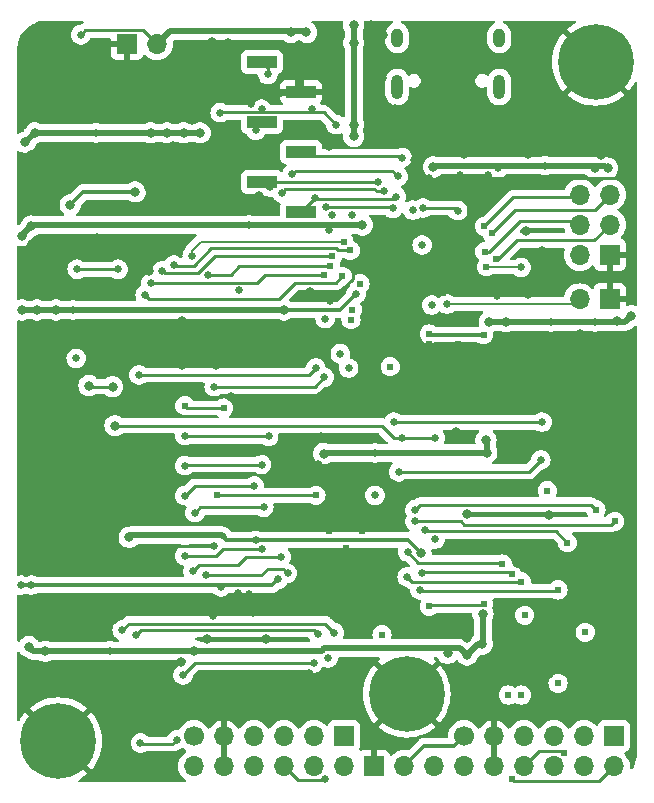
<source format=gbr>
%TF.GenerationSoftware,KiCad,Pcbnew,8.0.8-8.0.8-0~ubuntu24.04.1*%
%TF.CreationDate,2025-02-21T17:42:53-05:00*%
%TF.ProjectId,ChipigniteExplain,43686970-6967-46e6-9974-654578706c61,1.1*%
%TF.SameCoordinates,Original*%
%TF.FileFunction,Copper,L4,Bot*%
%TF.FilePolarity,Positive*%
%FSLAX46Y46*%
G04 Gerber Fmt 4.6, Leading zero omitted, Abs format (unit mm)*
G04 Created by KiCad (PCBNEW 8.0.8-8.0.8-0~ubuntu24.04.1) date 2025-02-21 17:42:53*
%MOMM*%
%LPD*%
G01*
G04 APERTURE LIST*
%TA.AperFunction,ComponentPad*%
%ADD10C,0.820000*%
%TD*%
%TA.AperFunction,ComponentPad*%
%ADD11C,6.400000*%
%TD*%
%TA.AperFunction,ComponentPad*%
%ADD12C,0.620000*%
%TD*%
%TA.AperFunction,ComponentPad*%
%ADD13R,1.700000X1.700000*%
%TD*%
%TA.AperFunction,ComponentPad*%
%ADD14O,1.700000X1.700000*%
%TD*%
%TA.AperFunction,ComponentPad*%
%ADD15O,1.000000X2.100000*%
%TD*%
%TA.AperFunction,ComponentPad*%
%ADD16O,1.000000X1.600000*%
%TD*%
%TA.AperFunction,ComponentPad*%
%ADD17C,1.700000*%
%TD*%
%TA.AperFunction,SMDPad,CuDef*%
%ADD18R,2.510000X1.000000*%
%TD*%
%TA.AperFunction,ViaPad*%
%ADD19C,0.800000*%
%TD*%
%TA.AperFunction,ViaPad*%
%ADD20C,0.650000*%
%TD*%
%TA.AperFunction,ViaPad*%
%ADD21C,0.620000*%
%TD*%
%TA.AperFunction,Conductor*%
%ADD22C,0.220000*%
%TD*%
%TA.AperFunction,Conductor*%
%ADD23C,0.400000*%
%TD*%
%TA.AperFunction,Conductor*%
%ADD24C,0.250000*%
%TD*%
%TA.AperFunction,Conductor*%
%ADD25C,0.200000*%
%TD*%
%TA.AperFunction,Conductor*%
%ADD26C,0.500000*%
%TD*%
%TA.AperFunction,Conductor*%
%ADD27C,0.300000*%
%TD*%
%TA.AperFunction,Conductor*%
%ADD28C,0.350000*%
%TD*%
%TA.AperFunction,Conductor*%
%ADD29C,0.160000*%
%TD*%
G04 APERTURE END LIST*
D10*
%TO.P,STCHG18,1*%
%TO.N,GND*%
X102600000Y-79600000D03*
%TD*%
%TO.P,STCHG1,1*%
%TO.N,GND*%
X94800000Y-23600000D03*
%TD*%
%TO.P,STCHG7,1*%
%TO.N,GND*%
X54150000Y-73490000D03*
%TD*%
%TO.P,STCHG8,1*%
%TO.N,GND*%
X84400000Y-34800000D03*
%TD*%
%TO.P,STCHG8,1*%
%TO.N,GND*%
X64650000Y-52150000D03*
%TD*%
%TO.P,STCHG19,1*%
%TO.N,GND*%
X63600000Y-87000000D03*
%TD*%
%TO.P,STCHG11,1*%
%TO.N,GND*%
X102600000Y-58600000D03*
%TD*%
%TO.P,STCHG13,1*%
%TO.N,GND*%
X102600000Y-64600000D03*
%TD*%
%TO.P,STCHG8,1*%
%TO.N,GND*%
X64650000Y-48450000D03*
%TD*%
D11*
%TO.P,H3,1,1*%
%TO.N,GND*%
X99700000Y-26500000D03*
%TD*%
D10*
%TO.P,STCHG1,1*%
%TO.N,GND*%
X52000000Y-41900000D03*
%TD*%
%TO.P,STCHG1,1*%
%TO.N,GND*%
X88800000Y-75300000D03*
%TD*%
%TO.P,STCHG8,1*%
%TO.N,GND*%
X58850000Y-67500000D03*
%TD*%
D12*
%TO.P,HSTITCH1,1*%
%TO.N,GND*%
X85200000Y-44500000D03*
%TD*%
D10*
%TO.P,STCHG14,1*%
%TO.N,GND*%
X102600000Y-67600000D03*
%TD*%
%TO.P,STCHG1,1*%
%TO.N,GND*%
X51200000Y-77200000D03*
%TD*%
%TO.P,STCHG8,1*%
%TO.N,GND*%
X67550000Y-52150000D03*
%TD*%
%TO.P,STCHG1,1*%
%TO.N,GND*%
X57200000Y-27600000D03*
%TD*%
%TO.P,STCHG1,1*%
%TO.N,GND*%
X55000000Y-23500000D03*
%TD*%
%TO.P,STCHG8,1*%
%TO.N,GND*%
X61900000Y-37150000D03*
%TD*%
D12*
%TO.P,HSTITCH1,1*%
%TO.N,GND*%
X77100000Y-66200000D03*
%TD*%
D10*
%TO.P,STCHG2,1*%
%TO.N,GND*%
X54150000Y-60790000D03*
%TD*%
%TO.P,STCHG8,1*%
%TO.N,GND*%
X77100000Y-33600000D03*
%TD*%
%TO.P,STCHG8,1*%
%TO.N,GND*%
X93800000Y-40800000D03*
%TD*%
%TO.P,STCHG8,1*%
%TO.N,GND*%
X95150000Y-42550000D03*
%TD*%
%TO.P,STCHG3,1*%
%TO.N,GND*%
X54150000Y-63330000D03*
%TD*%
%TO.P,STCHG8,1*%
%TO.N,GND*%
X98650000Y-67750000D03*
%TD*%
%TO.P,STCHG1,1*%
%TO.N,GND*%
X72900000Y-81000000D03*
%TD*%
D11*
%TO.P,H1,1,1*%
%TO.N,GND*%
X54200000Y-84000000D03*
%TD*%
D10*
%TO.P,STCHG9,1*%
%TO.N,GND*%
X102600000Y-52600000D03*
%TD*%
%TO.P,STCHG8,1*%
%TO.N,GND*%
X76400000Y-58250000D03*
%TD*%
D12*
%TO.P,HSTITCH1,1*%
%TO.N,GND*%
X86800000Y-42900000D03*
%TD*%
%TO.P,HSTITCH1,1*%
%TO.N,GND*%
X78550000Y-67650000D03*
%TD*%
D10*
%TO.P,STCHG1,1*%
%TO.N,GND*%
X90200000Y-23600000D03*
%TD*%
%TO.P,STCHG1,1*%
%TO.N,GND*%
X87100000Y-23600000D03*
%TD*%
%TO.P,STCHG8,1*%
%TO.N,GND*%
X58850000Y-52600000D03*
%TD*%
%TO.P,STCHG9,1*%
%TO.N,GND*%
X80200000Y-50400000D03*
%TD*%
%TO.P,STCHG8,1*%
%TO.N,GND*%
X71150000Y-59400000D03*
%TD*%
%TO.P,STCHG1,1*%
%TO.N,GND*%
X52000000Y-52300000D03*
%TD*%
%TO.P,STCHG1,1*%
%TO.N,GND*%
X85600000Y-26500000D03*
%TD*%
D12*
%TO.P,HSTITCH1,1*%
%TO.N,GND*%
X86800000Y-46100000D03*
%TD*%
D10*
%TO.P,STCHG16,1*%
%TO.N,GND*%
X102600000Y-73600000D03*
%TD*%
%TO.P,STCHG11,1*%
%TO.N,GND*%
X94100000Y-55900000D03*
%TD*%
%TO.P,STCHG8,1*%
%TO.N,GND*%
X75500000Y-46000000D03*
%TD*%
D13*
%TO.P,J10,1,Pin_1*%
%TO.N,GND*%
X100875000Y-46600000D03*
D14*
%TO.P,J10,2,Pin_2*%
%TO.N,/RP2040/RUN*%
X98335000Y-46600000D03*
%TD*%
D10*
%TO.P,STCHG1,1*%
%TO.N,GND*%
X62200000Y-27600000D03*
%TD*%
%TO.P,STCHG15,1*%
%TO.N,GND*%
X102600000Y-70600000D03*
%TD*%
%TO.P,STCHG1,1*%
%TO.N,GND*%
X51200000Y-26700000D03*
%TD*%
%TO.P,STCHG12,1*%
%TO.N,GND*%
X102600000Y-61600000D03*
%TD*%
%TO.P,STCHG8,1*%
%TO.N,GND*%
X72350000Y-34300000D03*
%TD*%
%TO.P,STCHG8,1*%
%TO.N,GND*%
X58850000Y-73750000D03*
%TD*%
D11*
%TO.P,H2,1,1*%
%TO.N,GND*%
X83700000Y-80000000D03*
%TD*%
D10*
%TO.P,STCHG4,1*%
%TO.N,GND*%
X54150000Y-65870000D03*
%TD*%
%TO.P,STCHG9,1*%
%TO.N,GND*%
X87900000Y-57800000D03*
%TD*%
%TO.P,STCHG17,1*%
%TO.N,GND*%
X102600000Y-76600000D03*
%TD*%
%TO.P,STCHG9,1*%
%TO.N,GND*%
X98400000Y-49500000D03*
%TD*%
%TO.P,STCHG8,1*%
%TO.N,GND*%
X61850000Y-44200000D03*
%TD*%
%TO.P,STCHG1,1*%
%TO.N,GND*%
X91400000Y-49800000D03*
%TD*%
%TO.P,STCHG8,1*%
%TO.N,GND*%
X71150000Y-37850000D03*
%TD*%
%TO.P,STCHG1,1*%
%TO.N,GND*%
X52000000Y-46300000D03*
%TD*%
%TO.P,STCHG11,1*%
%TO.N,GND*%
X96450000Y-55900000D03*
%TD*%
D15*
%TO.P,J4,S1,SHIELD*%
%TO.N,Net-(J4-SHIELD)*%
X91520000Y-28630000D03*
D16*
X91520000Y-24450000D03*
D15*
X82880000Y-28630000D03*
D16*
X82880000Y-24450000D03*
%TD*%
D10*
%TO.P,STCHG1,1*%
%TO.N,GND*%
X63900000Y-33600000D03*
%TD*%
%TO.P,STCHG1,1*%
%TO.N,GND*%
X100100000Y-34400000D03*
%TD*%
%TO.P,STCHG19,1*%
%TO.N,GND*%
X58000000Y-87000000D03*
%TD*%
%TO.P,STCHG1,1*%
%TO.N,GND*%
X52000000Y-48800000D03*
%TD*%
%TO.P,STCHG1,1*%
%TO.N,GND*%
X102600000Y-49600000D03*
%TD*%
D13*
%TO.P,J5,1,IO1*%
%TO.N,/PMOD21*%
X101235000Y-83575000D03*
D14*
%TO.P,J5,2,IO2*%
%TO.N,/PMOD22*%
X98695000Y-83575000D03*
%TO.P,J5,3,IO3*%
%TO.N,/PMOD23*%
X96155000Y-83575000D03*
%TO.P,J5,4,IO4*%
%TO.N,/PMOD24*%
X93615000Y-83575000D03*
%TO.P,J5,5,GND*%
%TO.N,GND*%
X91075000Y-83575000D03*
D17*
%TO.P,J5,6,VCC*%
%TO.N,+3V3*%
X88535000Y-83575000D03*
D14*
%TO.P,J5,7,IO5*%
%TO.N,/PMOD25*%
X101235000Y-86115000D03*
%TO.P,J5,8,IO6*%
%TO.N,/PMOD26*%
X98695000Y-86115000D03*
%TO.P,J5,9,IO7*%
%TO.N,/PMOD27*%
X96155000Y-86115000D03*
%TO.P,J5,10,IO8*%
%TO.N,/PMOD28*%
X93615000Y-86115000D03*
%TO.P,J5,11,GND*%
%TO.N,GND*%
X91075000Y-86115000D03*
%TO.P,J5,12,VCC*%
%TO.N,+3V3*%
X88535000Y-86115000D03*
%TD*%
D12*
%TO.P,HSTITCH1,1*%
%TO.N,GND*%
X79900000Y-69000000D03*
%TD*%
D10*
%TO.P,STCHG1,1*%
%TO.N,GND*%
X66800000Y-75400000D03*
%TD*%
D13*
%TO.P,J3,1,Pin_1*%
%TO.N,GND*%
X80915000Y-86115000D03*
D14*
%TO.P,J3,2,Pin_2*%
%TO.N,+3V3*%
X83455000Y-86115000D03*
%TO.P,J3,3,Pin_3*%
%TO.N,GND*%
X85995000Y-86115000D03*
%TD*%
D10*
%TO.P,STCHG1,1*%
%TO.N,GND*%
X88800000Y-26500000D03*
%TD*%
%TO.P,STCHG1,1*%
%TO.N,GND*%
X54150000Y-58250000D03*
%TD*%
%TO.P,STCHG8,1*%
%TO.N,GND*%
X98650000Y-73550000D03*
%TD*%
%TO.P,STCHG1,1*%
%TO.N,GND*%
X71800000Y-75400000D03*
%TD*%
D13*
%TO.P,J1,1,Pin_1*%
%TO.N,GND*%
X60000000Y-25000000D03*
D14*
%TO.P,J1,2,Pin_2*%
%TO.N,+5V*%
X62540000Y-25000000D03*
%TD*%
D10*
%TO.P,STCHG9,1*%
%TO.N,GND*%
X84000000Y-62800000D03*
%TD*%
%TO.P,STCHG1,1*%
%TO.N,GND*%
X74600000Y-25100000D03*
%TD*%
%TO.P,STCHG8,1*%
%TO.N,GND*%
X58850000Y-59350000D03*
%TD*%
%TO.P,STCHG8,1*%
%TO.N,GND*%
X54150000Y-55710000D03*
%TD*%
D12*
%TO.P,HSTITCH1,1*%
%TO.N,GND*%
X83600000Y-46100000D03*
%TD*%
%TO.P,HSTITCH1,1*%
%TO.N,GND*%
X77100000Y-69000000D03*
%TD*%
D13*
%TO.P,J7,1,Pin_1*%
%TO.N,GND*%
X100900000Y-42825000D03*
D14*
%TO.P,J7,2,Pin_2*%
%TO.N,+3V3*%
X98360000Y-42825000D03*
%TO.P,J7,3,Pin_3*%
%TO.N,/RP_AD0*%
X100900000Y-40285000D03*
%TO.P,J7,4,Pin_4*%
%TO.N,/RP_AD1*%
X98360000Y-40285000D03*
%TO.P,J7,5,Pin_5*%
%TO.N,/RP_AD2*%
X100900000Y-37745000D03*
%TO.P,J7,6,Pin_6*%
%TO.N,/RP_AD3*%
X98360000Y-37745000D03*
%TD*%
D10*
%TO.P,STCHG9,1*%
%TO.N,GND*%
X87900000Y-62800000D03*
%TD*%
%TO.P,STCHG8,1*%
%TO.N,GND*%
X68800000Y-54900000D03*
%TD*%
%TO.P,STCHG1,1*%
%TO.N,GND*%
X65500000Y-31400000D03*
%TD*%
%TO.P,STCHG8,1*%
%TO.N,GND*%
X64400000Y-42150000D03*
%TD*%
D12*
%TO.P,HSTITCH1,1*%
%TO.N,GND*%
X79900000Y-66200000D03*
%TD*%
D13*
%TO.P,J6,1,IO1*%
%TO.N,/PMOD11*%
X78375000Y-83575000D03*
D14*
%TO.P,J6,2,IO2*%
%TO.N,/PMOD12*%
X75835000Y-83575000D03*
%TO.P,J6,3,IO3*%
%TO.N,/PMOD13*%
X73295000Y-83575000D03*
%TO.P,J6,4,IO4*%
%TO.N,/PMOD14*%
X70755000Y-83575000D03*
%TO.P,J6,5,GND*%
%TO.N,GND*%
X68215000Y-83575000D03*
D17*
%TO.P,J6,6,VCC*%
%TO.N,+3V3*%
X65675000Y-83575000D03*
D14*
%TO.P,J6,7,IO5*%
%TO.N,/PMOD15*%
X78375000Y-86115000D03*
%TO.P,J6,8,IO6*%
%TO.N,/PMOD16*%
X75835000Y-86115000D03*
%TO.P,J6,9,IO7*%
%TO.N,/PMOD17*%
X73295000Y-86115000D03*
%TO.P,J6,10,IO8*%
%TO.N,/PMOD18*%
X70755000Y-86115000D03*
%TO.P,J6,11,GND*%
%TO.N,GND*%
X68215000Y-86115000D03*
%TO.P,J6,12,VCC*%
%TO.N,+3V3*%
X65675000Y-86115000D03*
%TD*%
D10*
%TO.P,STCHG1,1*%
%TO.N,GND*%
X75400000Y-78300000D03*
%TD*%
%TO.P,STCHG1,1*%
%TO.N,GND*%
X84200000Y-23600000D03*
%TD*%
D12*
%TO.P,HSTITCH1,1*%
%TO.N,GND*%
X77500000Y-49700000D03*
%TD*%
D10*
%TO.P,STCHG8,1*%
%TO.N,GND*%
X51900000Y-34400000D03*
%TD*%
%TO.P,STCHG5,1*%
%TO.N,GND*%
X54150000Y-68410000D03*
%TD*%
%TO.P,STCHG1,1*%
%TO.N,GND*%
X64600000Y-77300000D03*
%TD*%
%TO.P,STCHG18,1*%
%TO.N,GND*%
X102600000Y-85200000D03*
%TD*%
%TO.P,STCHG8,1*%
%TO.N,GND*%
X76400000Y-54750000D03*
%TD*%
%TO.P,STCHG9,1*%
%TO.N,GND*%
X75000000Y-50600000D03*
%TD*%
%TO.P,STCHG8,1*%
%TO.N,GND*%
X93050000Y-68900000D03*
%TD*%
%TO.P,STCHG8,1*%
%TO.N,GND*%
X63100000Y-62000000D03*
%TD*%
D12*
%TO.P,HSTITCH1,1*%
%TO.N,GND*%
X83600000Y-42900000D03*
%TD*%
D10*
%TO.P,STCHG1,1*%
%TO.N,GND*%
X91300000Y-73800000D03*
%TD*%
%TO.P,STCHG1,1*%
%TO.N,GND*%
X51200000Y-31800000D03*
%TD*%
D18*
%TO.P,J11,1,Pin_1*%
%TO.N,/RP2040/QSPI_SD0*%
X74750000Y-39200000D03*
%TO.P,J11,2,Pin_2*%
%TO.N,/RP_BOOTMODE*%
X71440000Y-36660000D03*
%TO.P,J11,3,Pin_3*%
%TO.N,/RP2040/QSPI_CLK*%
X74750000Y-34120000D03*
%TO.P,J11,4,Pin_4*%
%TO.N,/RP2040/QSPI_SD1*%
X71440000Y-31580000D03*
%TO.P,J11,5,Pin_5*%
%TO.N,GND*%
X74750000Y-29040000D03*
%TO.P,J11,6,Pin_6*%
%TO.N,+3V3*%
X71440000Y-26500000D03*
%TD*%
D19*
%TO.N,GND*%
X88800000Y-64800000D03*
D20*
X77400000Y-39500000D03*
D19*
X91800000Y-30900000D03*
D20*
X67250000Y-73400000D03*
D19*
X83849945Y-30749945D03*
X95700000Y-64850000D03*
D20*
X69050000Y-49900000D03*
D19*
X57500000Y-41400000D03*
X52200000Y-55850000D03*
D20*
X85600000Y-36300000D03*
D21*
X85600000Y-73800000D03*
D20*
X91150000Y-77150000D03*
D19*
X90500000Y-30900000D03*
X81700000Y-24200000D03*
D20*
X69433290Y-71486441D03*
X88200000Y-36100000D03*
D19*
X80800000Y-31800000D03*
D20*
X98650000Y-55100000D03*
X70200000Y-33700000D03*
X96500000Y-59650000D03*
X87600000Y-53800000D03*
D19*
X80800000Y-32800000D03*
X72900000Y-29100000D03*
D20*
X94000000Y-46200000D03*
X53000000Y-26750000D03*
D19*
X82700000Y-30500000D03*
D20*
X70650000Y-73150000D03*
X88800000Y-55800000D03*
X77199847Y-46774847D03*
X69850000Y-79050000D03*
D19*
X94800000Y-27600000D03*
X93400000Y-27600000D03*
D20*
X80900000Y-53200000D03*
D19*
X76200000Y-60600000D03*
D20*
X91350000Y-46300000D03*
D19*
X95700000Y-73900000D03*
X67200000Y-24800000D03*
D21*
X85600000Y-50400000D03*
D20*
X89400000Y-33650000D03*
X67400000Y-67500000D03*
D19*
X74000000Y-60400000D03*
X74500000Y-29100000D03*
D20*
X92550000Y-33100000D03*
X91700000Y-59650000D03*
X70844999Y-65900432D03*
X90600000Y-36100000D03*
X85902240Y-54122396D03*
X89500000Y-36900000D03*
X69450000Y-45850000D03*
D19*
X81600000Y-27900000D03*
D20*
X94000000Y-34400000D03*
X97050000Y-53100000D03*
X90650000Y-34100000D03*
D19*
X95700000Y-78300000D03*
D20*
X92200000Y-53050000D03*
X79100000Y-39500000D03*
X70377786Y-71525000D03*
D19*
X68600000Y-24900000D03*
X74500000Y-27800000D03*
X75200000Y-59400000D03*
X94800000Y-25800000D03*
X52200000Y-73650000D03*
D20*
X70500000Y-30100000D03*
D19*
X81900000Y-31000000D03*
D20*
X84750000Y-33650000D03*
D19*
X80700000Y-23400000D03*
D21*
X88000000Y-50400000D03*
D20*
X88500000Y-34400000D03*
D19*
X95700000Y-67400000D03*
D21*
X83200000Y-74200000D03*
D20*
X83900000Y-55700000D03*
%TO.N,+3V3*%
X55450000Y-47500000D03*
D21*
X90200000Y-72400000D03*
D20*
X79400000Y-46140000D03*
D19*
X90085674Y-75775000D03*
D20*
X67950000Y-70950000D03*
D19*
X51900000Y-40400000D03*
X100700000Y-35500000D03*
D21*
X90200000Y-49600000D03*
D20*
X58550000Y-76350000D03*
D19*
X90475000Y-59600000D03*
D20*
X99600000Y-48500000D03*
X70300000Y-40300000D03*
D19*
X73300000Y-47500000D03*
X76669575Y-59660849D03*
X92100000Y-48500000D03*
X62000000Y-32500000D03*
D20*
X77700000Y-31800000D03*
D19*
X87145975Y-76566273D03*
X88804266Y-76710000D03*
X66200000Y-32500000D03*
X51700000Y-76000000D03*
X53100000Y-76400000D03*
D20*
X51025000Y-70800000D03*
D19*
X90700000Y-48500000D03*
D20*
X81000000Y-59600000D03*
D19*
X52200000Y-32500000D03*
D20*
X77100000Y-40700000D03*
D19*
X79945000Y-40300000D03*
D21*
X85600000Y-72600000D03*
D19*
X64800000Y-32500000D03*
D20*
X67900000Y-30800000D03*
D19*
X101500000Y-48400000D03*
D20*
X91400000Y-35500000D03*
D19*
X65700000Y-76350000D03*
X90400000Y-58500000D03*
X51100000Y-41200000D03*
X54000004Y-47500000D03*
X51100000Y-47500000D03*
D20*
X95400000Y-35275000D03*
D19*
X51400000Y-33300000D03*
D20*
X75700000Y-30500000D03*
D19*
X102700000Y-48000000D03*
X52400000Y-47500000D03*
X90134591Y-73225000D03*
X99600000Y-35500000D03*
D21*
X85600000Y-49529997D03*
D20*
X51900000Y-70800000D03*
X71925000Y-27550000D03*
X72800000Y-70300000D03*
X71400000Y-30500000D03*
X95900000Y-48500000D03*
D19*
X85942346Y-35387077D03*
D20*
X57350000Y-32500000D03*
X55700000Y-51600000D03*
D19*
X63400000Y-32500000D03*
D20*
%TO.N,/RP2040/DVDD*%
X85800971Y-47092444D03*
X85000000Y-42000000D03*
X88000000Y-39100000D03*
X85045000Y-38867455D03*
D19*
%TO.N,+1V2*%
X55200000Y-38600000D03*
X60700000Y-37500000D03*
X84886281Y-68075000D03*
X60200000Y-66749994D03*
D20*
X70900000Y-67014646D03*
D19*
%TO.N,+5V*%
X79200000Y-32800000D03*
X75200000Y-24000000D03*
X79200000Y-31800000D03*
X73900000Y-24000000D03*
X79200000Y-23400000D03*
D20*
X56100000Y-24200000D03*
D19*
X79200000Y-24900000D03*
%TO.N,/FPGA_~{RST}*%
X59000000Y-57300000D03*
D20*
X86100000Y-66900000D03*
D19*
X58800000Y-54000000D03*
D20*
X83300000Y-58300000D03*
X86100000Y-58300000D03*
D19*
X56800000Y-53900000D03*
D20*
%TO.N,/FPGA_UP5k/USR_SW1*%
X82600000Y-57000000D03*
X95150000Y-57000000D03*
%TO.N,/FPGA_UP5k/USR_SW2*%
X95050000Y-60200000D03*
X83000000Y-61200000D03*
%TO.N,/RP2040/RUN*%
X87100000Y-47000000D03*
%TO.N,/RP2040/QSPI_CLK*%
X74600000Y-34200000D03*
X83300000Y-34600000D03*
%TO.N,/RP_BOOTMODE*%
X72100000Y-37100000D03*
X81300000Y-36700000D03*
%TO.N,/RP2040/QSPI_SD0*%
X75900000Y-37999992D03*
X82800000Y-37900000D03*
%TO.N,/RP2040/QSPI_SD1*%
X81800000Y-37426870D03*
X73100000Y-37600000D03*
X70900000Y-32300000D03*
D21*
%TO.N,/RP_AD3*%
X90250583Y-40410838D03*
%TO.N,/RP_AD1*%
X90301117Y-42557304D03*
%TO.N,/RP_AD2*%
X90900695Y-40988988D03*
%TO.N,/RP_AD0*%
X91227082Y-43197304D03*
D20*
%TO.N,/FPGA_UP5k/RGB_R*%
X77575000Y-74818138D03*
X59600000Y-74600000D03*
%TO.N,/FPGA_UP5k/RGB_G*%
X60800000Y-75000000D03*
X76175000Y-74955352D03*
%TO.N,/RP2040/QSPI_SD2*%
X82500000Y-38900000D03*
X76819970Y-38811836D03*
%TO.N,/RP2040/QSPI_SD3*%
X82952395Y-36200000D03*
X74000000Y-36000000D03*
X84212395Y-39038552D03*
%TO.N,/FPGA_UP5k/RGB_B*%
X75800002Y-77400000D03*
X61150000Y-84150000D03*
X64200000Y-83900000D03*
X64750000Y-78400000D03*
%TO.N,Net-(R28-Pad2)*%
X59250000Y-44050000D03*
X55800000Y-44050000D03*
%TO.N,/RP_LED*%
X93400000Y-43900000D03*
D21*
X90442627Y-43837304D03*
D20*
%TO.N,/URT1TX*%
X78075000Y-51200000D03*
D21*
X79081503Y-47462589D03*
%TO.N,/URT1RX*%
X78978374Y-48314348D03*
D20*
X78775000Y-52425000D03*
%TO.N,/FPGA_MISO*%
X81000000Y-63200000D03*
D21*
X82300000Y-52300000D03*
%TO.N,/INDIP0*%
X67600000Y-63200000D03*
X68200000Y-55800000D03*
X78372332Y-41715000D03*
X76000000Y-63200000D03*
D20*
X65533607Y-42908302D03*
D21*
X64900000Y-55610000D03*
D20*
%TO.N,/INDIP3*%
X66879395Y-44504517D03*
D21*
X77227683Y-43816559D03*
D20*
X64900000Y-63230000D03*
X70800000Y-62400000D03*
%TO.N,/INDIP5*%
X61550000Y-46200000D03*
D21*
X78234734Y-44640657D03*
D20*
X71457552Y-67714646D03*
X64900000Y-68310000D03*
%TO.N,/INDIP7*%
X66711557Y-69956948D03*
X76781717Y-48225000D03*
X67400000Y-54000000D03*
X76700000Y-53200000D03*
D21*
X79728826Y-45266076D03*
D20*
X73600000Y-69800000D03*
D21*
%TO.N,/INDIP2*%
X77399897Y-42963771D03*
D20*
X63000000Y-44200000D03*
X71400000Y-60600000D03*
X64900000Y-60690000D03*
%TO.N,/INDIP6*%
X73053502Y-68414646D03*
X61000000Y-53000000D03*
X76000000Y-52400000D03*
X65600000Y-69610002D03*
%TO.N,/INDIP1*%
X72000000Y-58200000D03*
D21*
X78900000Y-42460000D03*
D20*
X64900000Y-58150000D03*
X63973994Y-43699300D03*
%TO.N,/INDIP4*%
X71600000Y-64200000D03*
D21*
X76729400Y-44529734D03*
D20*
X62000000Y-45200000D03*
X65750000Y-64650000D03*
%TO.N,/PMOD17*%
X76800000Y-87175000D03*
X77050005Y-76960045D03*
D21*
%TO.N,/PMOD21*%
X101300000Y-65400000D03*
D20*
X84400000Y-65400000D03*
%TO.N,/PMOD22*%
X84400000Y-64400000D03*
D21*
X99710002Y-64400000D03*
%TO.N,/PMOD25*%
X92600000Y-87190000D03*
D20*
X85000000Y-69800000D03*
D21*
X92587313Y-69866017D03*
X92300000Y-80100000D03*
D20*
%TO.N,/PMOD23*%
X84800000Y-71200000D03*
D21*
X96500000Y-79100000D03*
X96500000Y-71200000D03*
%TO.N,/PMOD28*%
X97041552Y-85010290D03*
X81600000Y-75000000D03*
X98800000Y-74789998D03*
D20*
%TO.N,/PMOD24*%
X83728114Y-70101767D03*
D21*
X93396394Y-70515000D03*
X93400000Y-80100000D03*
D20*
%TO.N,/PMOD27*%
X83783443Y-68000000D03*
D21*
X91800000Y-69000000D03*
X93685000Y-73352869D03*
D20*
%TO.N,/PMOD26*%
X85200000Y-66100000D03*
D21*
X97300000Y-67210002D03*
X95600000Y-62800000D03*
%TD*%
D22*
%TO.N,GND*%
X60000000Y-68650000D02*
X58850000Y-67500000D01*
D23*
X90500000Y-30900000D02*
X91800000Y-30900000D01*
D24*
X77199847Y-46774847D02*
X77225153Y-46774847D01*
X101800000Y-34400000D02*
X100100000Y-34400000D01*
X79150000Y-44850000D02*
X79150000Y-44150000D01*
X79150000Y-44150000D02*
X82350000Y-44150000D01*
D25*
X77100000Y-33600000D02*
X77300000Y-33800000D01*
D24*
X90100000Y-36300000D02*
X102050000Y-36300000D01*
D26*
X74500000Y-29100000D02*
X74500000Y-27800000D01*
D22*
X67350000Y-67450000D02*
X61900000Y-67450000D01*
X67400000Y-67500000D02*
X67350000Y-67450000D01*
D24*
X102350000Y-36000000D02*
X102350000Y-34950000D01*
D25*
X79800000Y-33800000D02*
X80800000Y-32800000D01*
D24*
X102050000Y-36300000D02*
X102350000Y-36000000D01*
D26*
X74500000Y-29100000D02*
X72900000Y-29100000D01*
D24*
X77225153Y-46774847D02*
X79150000Y-44850000D01*
D22*
X60700000Y-68650000D02*
X60000000Y-68650000D01*
D24*
X89500000Y-36900000D02*
X90100000Y-36300000D01*
D22*
X61900000Y-67450000D02*
X60700000Y-68650000D01*
D24*
X82350000Y-44150000D02*
X83600000Y-42900000D01*
D25*
X77300000Y-33800000D02*
X79800000Y-33800000D01*
D24*
X102350000Y-34950000D02*
X101800000Y-34400000D01*
D26*
%TO.N,+3V3*%
X95900000Y-48500000D02*
X99600000Y-48500000D01*
X52050000Y-76350000D02*
X51700000Y-76000000D01*
D24*
X90100000Y-72500000D02*
X90200000Y-72400000D01*
D26*
X66200000Y-32500000D02*
X52200000Y-32500000D01*
D27*
X51025000Y-70800000D02*
X68300000Y-70800000D01*
D24*
X67950000Y-70950000D02*
X68100000Y-70800000D01*
D26*
X86054423Y-35275000D02*
X85942346Y-35387077D01*
X88804266Y-76710000D02*
X89739266Y-75775000D01*
X90700000Y-48500000D02*
X95900000Y-48500000D01*
X88229311Y-76135045D02*
X88804266Y-76710000D01*
X51100000Y-41200000D02*
X51300000Y-41000000D01*
X52000000Y-40300000D02*
X77300000Y-40300000D01*
D28*
X87710000Y-84400000D02*
X88535000Y-83575000D01*
D26*
X100700000Y-35500000D02*
X100475000Y-35275000D01*
X65700000Y-76350000D02*
X76493323Y-76350000D01*
D24*
X71440000Y-26500000D02*
X71925000Y-26985000D01*
X71925000Y-26985000D02*
X71925000Y-27550000D01*
X77100000Y-40500000D02*
X77300000Y-40300000D01*
D26*
X82000000Y-59600000D02*
X81000000Y-59600000D01*
X99600000Y-48500000D02*
X102200000Y-48500000D01*
D27*
X68300000Y-70800000D02*
X72300000Y-70800000D01*
D22*
X67930000Y-30770000D02*
X67900000Y-30800000D01*
D24*
X68100000Y-70800000D02*
X68300000Y-70800000D01*
D27*
X78040000Y-47500000D02*
X79400000Y-46140000D01*
D24*
X75700000Y-30500000D02*
X75700000Y-30670000D01*
D26*
X90134591Y-75726083D02*
X90085674Y-75775000D01*
X77300000Y-40300000D02*
X79945000Y-40300000D01*
X90475000Y-59600000D02*
X90475000Y-58575000D01*
X89739266Y-75775000D02*
X90085674Y-75775000D01*
D24*
X77100000Y-40700000D02*
X77100000Y-40500000D01*
X85700000Y-72500000D02*
X90100000Y-72500000D01*
D27*
X90200000Y-49600000D02*
X85670003Y-49600000D01*
X85670003Y-49600000D02*
X85600000Y-49529997D01*
D24*
X75700000Y-30670000D02*
X75600000Y-30770000D01*
D27*
X73300000Y-47500000D02*
X78040000Y-47500000D01*
D26*
X82000000Y-59600000D02*
X76730424Y-59600000D01*
X76493323Y-76350000D02*
X76708278Y-76135045D01*
X51100000Y-47500000D02*
X54000004Y-47500000D01*
D22*
X75600000Y-30770000D02*
X67930000Y-30770000D01*
D26*
X102200000Y-48500000D02*
X102700000Y-48000000D01*
X76708278Y-76135045D02*
X88229311Y-76135045D01*
X90475000Y-58575000D02*
X90400000Y-58500000D01*
X100475000Y-35275000D02*
X95400000Y-35275000D01*
D22*
X77700000Y-31800000D02*
X76670000Y-30770000D01*
D26*
X73300000Y-47500000D02*
X54000004Y-47500000D01*
X90134591Y-73225000D02*
X90134591Y-75726083D01*
X82000000Y-59600000D02*
X90475000Y-59600000D01*
D28*
X85170000Y-84400000D02*
X87710000Y-84400000D01*
D26*
X52200000Y-32500000D02*
X51400000Y-33300000D01*
D28*
X83455000Y-86115000D02*
X85170000Y-84400000D01*
D26*
X51300000Y-41000000D02*
X52000000Y-40300000D01*
X65700000Y-76350000D02*
X52050000Y-76350000D01*
X76730424Y-59600000D02*
X76669575Y-59660849D01*
X95400000Y-35275000D02*
X86054423Y-35275000D01*
D22*
X76670000Y-30770000D02*
X75600000Y-30770000D01*
D24*
X85600000Y-72600000D02*
X85700000Y-72500000D01*
D27*
X72300000Y-70800000D02*
X72800000Y-70300000D01*
D24*
%TO.N,/RP2040/DVDD*%
X88000000Y-39100000D02*
X87767455Y-38867455D01*
X87767455Y-38867455D02*
X85045000Y-38867455D01*
D28*
%TO.N,+1V2*%
X68216721Y-66749994D02*
X68416727Y-66950000D01*
D27*
X60700000Y-37500000D02*
X56300000Y-37500000D01*
D28*
X68416727Y-66950000D02*
X83761281Y-66950000D01*
D26*
X60374994Y-66575000D02*
X68041727Y-66575000D01*
X60200000Y-66749994D02*
X60374994Y-66575000D01*
X68041727Y-66575000D02*
X68216721Y-66749994D01*
X84886281Y-67929604D02*
X84886281Y-68075000D01*
D28*
X83761281Y-66950000D02*
X84886281Y-68075000D01*
D27*
X56300000Y-37500000D02*
X55200000Y-38600000D01*
D24*
%TO.N,+5V*%
X62540000Y-25000000D02*
X61365000Y-23825000D01*
X61365000Y-23825000D02*
X56475000Y-23825000D01*
D26*
X62540000Y-25000000D02*
X63640000Y-23900000D01*
X75100000Y-23900000D02*
X75200000Y-24000000D01*
X79200000Y-32800000D02*
X79200000Y-23400000D01*
D24*
X56475000Y-23825000D02*
X56100000Y-24200000D01*
D26*
X63640000Y-23900000D02*
X75100000Y-23900000D01*
D24*
%TO.N,/FPGA_~{RST}*%
X83300000Y-58300000D02*
X83000000Y-58300000D01*
X58800000Y-54000000D02*
X56900000Y-54000000D01*
X81600000Y-57300000D02*
X59000000Y-57300000D01*
X82600000Y-58300000D02*
X81600000Y-57300000D01*
X56900000Y-54000000D02*
X56800000Y-53900000D01*
X86100000Y-58300000D02*
X83300000Y-58300000D01*
X83000000Y-58300000D02*
X82600000Y-58300000D01*
%TO.N,/FPGA_UP5k/USR_SW1*%
X82600000Y-57000000D02*
X94600000Y-57000000D01*
X94600000Y-57000000D02*
X95150000Y-57000000D01*
%TO.N,/FPGA_UP5k/USR_SW2*%
X83000000Y-61200000D02*
X94050000Y-61200000D01*
X94050000Y-61200000D02*
X95050000Y-60200000D01*
D25*
%TO.N,/RP2040/RUN*%
X87125000Y-46975000D02*
X97960000Y-46975000D01*
X87100000Y-47000000D02*
X87125000Y-46975000D01*
X97960000Y-46975000D02*
X98335000Y-46600000D01*
D24*
%TO.N,/RP2040/QSPI_CLK*%
X75130000Y-34500000D02*
X83200000Y-34500000D01*
X83200000Y-34500000D02*
X83300000Y-34600000D01*
X74750000Y-34120000D02*
X75130000Y-34500000D01*
%TO.N,/RP_BOOTMODE*%
X81260000Y-36660000D02*
X81300000Y-36700000D01*
X71880000Y-37100000D02*
X71440000Y-36660000D01*
X71440000Y-36660000D02*
X81260000Y-36660000D01*
X72100000Y-37100000D02*
X71880000Y-37100000D01*
%TO.N,/RP2040/QSPI_SD0*%
X75900000Y-38050000D02*
X74750000Y-39200000D01*
X75900000Y-37999992D02*
X75900000Y-38050000D01*
X82600000Y-38100000D02*
X76000008Y-38100000D01*
X76000008Y-38100000D02*
X75900000Y-37999992D01*
X82800000Y-37900000D02*
X82600000Y-38100000D01*
%TO.N,/RP2040/QSPI_SD1*%
X70900000Y-32300000D02*
X70900000Y-32120000D01*
X81800000Y-37426870D02*
X81126870Y-37426870D01*
X81000000Y-37300000D02*
X73400000Y-37300000D01*
X70900000Y-32120000D02*
X71440000Y-31580000D01*
X73400000Y-37300000D02*
X73100000Y-37600000D01*
X81126870Y-37426870D02*
X81000000Y-37300000D01*
%TO.N,/RP_AD3*%
X98360000Y-37745000D02*
X98155000Y-37950000D01*
X92711421Y-37950000D02*
X90250583Y-40410838D01*
X98155000Y-37950000D02*
X92711421Y-37950000D01*
%TO.N,/RP_AD1*%
X90642696Y-42557304D02*
X90301117Y-42557304D01*
X98360000Y-40285000D02*
X98025000Y-39950000D01*
X93250000Y-39950000D02*
X90642696Y-42557304D01*
X98025000Y-39950000D02*
X93250000Y-39950000D01*
%TO.N,/RP_AD2*%
X92839683Y-39050000D02*
X90900695Y-40988988D01*
X100900000Y-37745000D02*
X99595000Y-39050000D01*
X99595000Y-39050000D02*
X92839683Y-39050000D01*
%TO.N,/RP_AD0*%
X93050000Y-41600000D02*
X91452696Y-43197304D01*
X100900000Y-40285000D02*
X99585000Y-41600000D01*
X99585000Y-41600000D02*
X93050000Y-41600000D01*
X91452696Y-43197304D02*
X91227082Y-43197304D01*
%TO.N,/FPGA_UP5k/RGB_R*%
X76806862Y-74050000D02*
X77575000Y-74818138D01*
X59600000Y-74600000D02*
X60150000Y-74050000D01*
X60150000Y-74050000D02*
X76806862Y-74050000D01*
%TO.N,/FPGA_UP5k/RGB_G*%
X61200000Y-74600000D02*
X75819648Y-74600000D01*
X60800000Y-75000000D02*
X61200000Y-74600000D01*
X75819648Y-74600000D02*
X76175000Y-74955352D01*
%TO.N,/RP2040/QSPI_SD2*%
X82400000Y-38800000D02*
X76831806Y-38800000D01*
X82500000Y-38900000D02*
X82400000Y-38800000D01*
X76831806Y-38800000D02*
X76819970Y-38811836D01*
%TO.N,/RP2040/QSPI_SD3*%
X74300000Y-35700000D02*
X82452395Y-35700000D01*
X82452395Y-35700000D02*
X82952395Y-36200000D01*
X74000000Y-36000000D02*
X74300000Y-35700000D01*
%TO.N,/FPGA_UP5k/RGB_B*%
X75800002Y-77400000D02*
X65750000Y-77400000D01*
X63850000Y-84250000D02*
X64200000Y-83900000D01*
X61250000Y-84250000D02*
X63850000Y-84250000D01*
X65750000Y-77400000D02*
X64750000Y-78400000D01*
X61150000Y-84150000D02*
X61250000Y-84250000D01*
%TO.N,Net-(R28-Pad2)*%
X59250000Y-44050000D02*
X55800000Y-44050000D01*
D29*
%TO.N,/RP_LED*%
X93337304Y-43837304D02*
X93400000Y-43900000D01*
X90442627Y-43837304D02*
X93337304Y-43837304D01*
D24*
%TO.N,/INDIP0*%
X65090000Y-55800000D02*
X64900000Y-55610000D01*
X76000000Y-63200000D02*
X67600000Y-63200000D01*
D25*
X65533607Y-42466393D02*
X65533607Y-42908302D01*
X78372332Y-41715000D02*
X66285000Y-41715000D01*
X66285000Y-41715000D02*
X65533607Y-42466393D01*
D24*
X68200000Y-55800000D02*
X65090000Y-55800000D01*
%TO.N,/INDIP3*%
X66879395Y-44504517D02*
X68795483Y-44504517D01*
X70800000Y-62400000D02*
X65730000Y-62400000D01*
X69483441Y-43816559D02*
X77227683Y-43816559D01*
X65730000Y-62400000D02*
X64900000Y-63230000D01*
X68795483Y-44504517D02*
X69483441Y-43816559D01*
%TO.N,/INDIP5*%
X77675391Y-45200000D02*
X74200000Y-45200000D01*
X72850000Y-46550000D02*
X61900000Y-46550000D01*
X67579950Y-68310000D02*
X68175304Y-67714646D01*
X78234734Y-44640657D02*
X77675391Y-45200000D01*
X68175304Y-67714646D02*
X71457552Y-67714646D01*
X74200000Y-45200000D02*
X72850000Y-46550000D01*
X64900000Y-68310000D02*
X67579950Y-68310000D01*
X61900000Y-46550000D02*
X61550000Y-46200000D01*
%TO.N,/INDIP7*%
X71925000Y-69425000D02*
X71393052Y-69956948D01*
X75900000Y-54000000D02*
X76700000Y-53200000D01*
X67400000Y-54000000D02*
X75900000Y-54000000D01*
X73225000Y-69425000D02*
X71925000Y-69425000D01*
X71393052Y-69956948D02*
X66711557Y-69956948D01*
X73600000Y-69800000D02*
X73225000Y-69425000D01*
%TO.N,/INDIP2*%
X63199300Y-44399300D02*
X65994662Y-44399300D01*
X64990000Y-60600000D02*
X64900000Y-60690000D01*
X67430191Y-42963771D02*
X77399897Y-42963771D01*
X63000000Y-44200000D02*
X63199300Y-44399300D01*
X65994662Y-44399300D02*
X67430191Y-42963771D01*
X71400000Y-60600000D02*
X64990000Y-60600000D01*
%TO.N,/INDIP6*%
X66110002Y-69100000D02*
X69400000Y-69100000D01*
X65600000Y-69610002D02*
X66110002Y-69100000D01*
X70085354Y-68414646D02*
X73053502Y-68414646D01*
X75400000Y-53000000D02*
X76000000Y-52400000D01*
X61000000Y-53000000D02*
X75400000Y-53000000D01*
X69400000Y-69100000D02*
X70085354Y-68414646D01*
%TO.N,/INDIP1*%
X77864863Y-42460000D02*
X77683634Y-42278771D01*
X77683634Y-42278771D02*
X67153088Y-42278771D01*
X67153088Y-42278771D02*
X65681859Y-43750000D01*
X65681859Y-43750000D02*
X64024694Y-43750000D01*
X64950000Y-58200000D02*
X72000000Y-58200000D01*
X64024694Y-43750000D02*
X63973994Y-43699300D01*
X64900000Y-58150000D02*
X64950000Y-58200000D01*
X78900000Y-42460000D02*
X77864863Y-42460000D01*
%TO.N,/INDIP4*%
X71670266Y-44529734D02*
X76729400Y-44529734D01*
X66200000Y-64200000D02*
X65750000Y-64650000D01*
X71600000Y-64200000D02*
X66200000Y-64200000D01*
X71000000Y-45200000D02*
X71670266Y-44529734D01*
X62000000Y-45200000D02*
X71000000Y-45200000D01*
%TO.N,/PMOD17*%
X76800000Y-87175000D02*
X76685000Y-87290000D01*
X74470000Y-87290000D02*
X73295000Y-86115000D01*
X76685000Y-87290000D02*
X74470000Y-87290000D01*
%TO.N,/PMOD21*%
X84400000Y-65400000D02*
X88303984Y-65400000D01*
X88578984Y-65675000D02*
X101025000Y-65675000D01*
X101025000Y-65675000D02*
X101300000Y-65400000D01*
X88303984Y-65400000D02*
X88578984Y-65675000D01*
%TO.N,/PMOD22*%
X84400000Y-64400000D02*
X84800000Y-64000000D01*
X84800000Y-64000000D02*
X99310002Y-64000000D01*
X99310002Y-64000000D02*
X99710002Y-64400000D01*
%TO.N,/PMOD25*%
X99975000Y-87375000D02*
X101235000Y-86115000D01*
X92600000Y-87190000D02*
X92785000Y-87375000D01*
X92785000Y-87375000D02*
X99975000Y-87375000D01*
X85000000Y-69800000D02*
X85100000Y-69700000D01*
X85100000Y-69700000D02*
X92421296Y-69700000D01*
X92421296Y-69700000D02*
X92587313Y-69866017D01*
%TO.N,/PMOD23*%
X96400000Y-71300000D02*
X96500000Y-71200000D01*
X84800000Y-71200000D02*
X84900000Y-71300000D01*
X84900000Y-71300000D02*
X96400000Y-71300000D01*
%TO.N,/PMOD28*%
X93615000Y-86115000D02*
X94930000Y-84800000D01*
X96831262Y-84800000D02*
X97041552Y-85010290D01*
X94930000Y-84800000D02*
X96831262Y-84800000D01*
%TO.N,/PMOD24*%
X84176347Y-70550000D02*
X93361394Y-70550000D01*
X83728114Y-70101767D02*
X84176347Y-70550000D01*
X93361394Y-70550000D02*
X93396394Y-70515000D01*
%TO.N,/PMOD27*%
X84670711Y-68900000D02*
X83783443Y-68012732D01*
X91700000Y-68900000D02*
X84670711Y-68900000D01*
X91800000Y-69000000D02*
X91700000Y-68900000D01*
X83783443Y-68012732D02*
X83783443Y-68000000D01*
%TO.N,/PMOD26*%
X96339998Y-66250000D02*
X97300000Y-67210002D01*
X85200000Y-66100000D02*
X85350000Y-66250000D01*
X85350000Y-66250000D02*
X96339998Y-66250000D01*
%TD*%
%TA.AperFunction,Conductor*%
%TO.N,GND*%
G36*
X89764192Y-57645185D02*
G01*
X89809947Y-57697989D01*
X89819891Y-57767147D01*
X89790866Y-57830703D01*
X89789303Y-57832472D01*
X89667466Y-57967785D01*
X89572821Y-58131715D01*
X89572818Y-58131722D01*
X89518142Y-58300000D01*
X89514326Y-58311744D01*
X89494540Y-58500000D01*
X89514287Y-58687889D01*
X89514327Y-58688261D01*
X89515678Y-58694617D01*
X89514198Y-58694931D01*
X89515972Y-58757024D01*
X89479891Y-58816856D01*
X89417190Y-58847684D01*
X89396046Y-58849500D01*
X86950726Y-58849500D01*
X86883687Y-58829815D01*
X86837932Y-58777011D01*
X86827988Y-58707853D01*
X86843338Y-58663501D01*
X86858286Y-58637611D01*
X86911908Y-58472576D01*
X86930047Y-58300000D01*
X86911908Y-58127424D01*
X86861698Y-57972889D01*
X86858287Y-57962391D01*
X86771170Y-57811500D01*
X86754697Y-57743600D01*
X86777550Y-57677573D01*
X86832471Y-57634382D01*
X86878557Y-57625500D01*
X89697153Y-57625500D01*
X89764192Y-57645185D01*
G37*
%TD.AperFunction*%
%TA.AperFunction,Conductor*%
G36*
X97011589Y-40595185D02*
G01*
X97057344Y-40647989D01*
X97064325Y-40667408D01*
X97086093Y-40748653D01*
X97086097Y-40748664D01*
X97109148Y-40798095D01*
X97119640Y-40867172D01*
X97091121Y-40930956D01*
X97032644Y-40969196D01*
X96996766Y-40974500D01*
X93409453Y-40974500D01*
X93342414Y-40954815D01*
X93296659Y-40902011D01*
X93286715Y-40832853D01*
X93315740Y-40769297D01*
X93321772Y-40762819D01*
X93472772Y-40611819D01*
X93534095Y-40578334D01*
X93560453Y-40575500D01*
X96944550Y-40575500D01*
X97011589Y-40595185D01*
G37*
%TD.AperFunction*%
%TA.AperFunction,Conductor*%
G36*
X82484355Y-23020185D02*
G01*
X82530110Y-23072989D01*
X82540054Y-23142147D01*
X82511029Y-23205703D01*
X82464768Y-23239061D01*
X82406092Y-23263364D01*
X82406079Y-23263371D01*
X82242218Y-23372860D01*
X82242214Y-23372863D01*
X82102863Y-23512214D01*
X82102860Y-23512218D01*
X81993371Y-23676079D01*
X81993364Y-23676092D01*
X81917950Y-23858160D01*
X81917947Y-23858170D01*
X81879500Y-24051456D01*
X81879500Y-24051459D01*
X81879500Y-24848541D01*
X81879500Y-24848543D01*
X81879499Y-24848543D01*
X81917947Y-25041829D01*
X81917950Y-25041839D01*
X81993364Y-25223907D01*
X81993371Y-25223920D01*
X82102860Y-25387781D01*
X82102863Y-25387785D01*
X82242214Y-25527136D01*
X82242218Y-25527139D01*
X82406079Y-25636628D01*
X82406092Y-25636635D01*
X82505557Y-25677834D01*
X82588165Y-25712051D01*
X82588169Y-25712051D01*
X82588170Y-25712052D01*
X82781456Y-25750500D01*
X82781459Y-25750500D01*
X82978543Y-25750500D01*
X83108582Y-25724632D01*
X83171835Y-25712051D01*
X83353914Y-25636632D01*
X83517782Y-25527139D01*
X83657139Y-25387782D01*
X83766632Y-25223914D01*
X83780125Y-25191340D01*
X83808017Y-25124000D01*
X83842051Y-25041835D01*
X83854632Y-24978582D01*
X83880500Y-24848543D01*
X83880500Y-24051456D01*
X83842052Y-23858170D01*
X83842051Y-23858169D01*
X83842051Y-23858165D01*
X83822821Y-23811740D01*
X83766635Y-23676092D01*
X83766628Y-23676079D01*
X83657139Y-23512218D01*
X83657136Y-23512214D01*
X83517785Y-23372863D01*
X83517781Y-23372860D01*
X83353920Y-23263371D01*
X83353907Y-23263364D01*
X83295232Y-23239061D01*
X83240828Y-23195221D01*
X83218763Y-23128927D01*
X83236042Y-23061227D01*
X83287179Y-23013616D01*
X83342684Y-23000500D01*
X91057316Y-23000500D01*
X91124355Y-23020185D01*
X91170110Y-23072989D01*
X91180054Y-23142147D01*
X91151029Y-23205703D01*
X91104768Y-23239061D01*
X91046092Y-23263364D01*
X91046079Y-23263371D01*
X90882218Y-23372860D01*
X90882214Y-23372863D01*
X90742863Y-23512214D01*
X90742860Y-23512218D01*
X90633371Y-23676079D01*
X90633364Y-23676092D01*
X90557950Y-23858160D01*
X90557947Y-23858170D01*
X90519500Y-24051456D01*
X90519500Y-24051459D01*
X90519500Y-24848541D01*
X90519500Y-24848543D01*
X90519499Y-24848543D01*
X90557947Y-25041829D01*
X90557950Y-25041839D01*
X90633364Y-25223907D01*
X90633371Y-25223920D01*
X90742860Y-25387781D01*
X90742863Y-25387785D01*
X90882214Y-25527136D01*
X90882218Y-25527139D01*
X91046079Y-25636628D01*
X91046092Y-25636635D01*
X91145557Y-25677834D01*
X91228165Y-25712051D01*
X91228169Y-25712051D01*
X91228170Y-25712052D01*
X91421456Y-25750500D01*
X91421459Y-25750500D01*
X91618543Y-25750500D01*
X91748582Y-25724632D01*
X91811835Y-25712051D01*
X91993914Y-25636632D01*
X92157782Y-25527139D01*
X92297139Y-25387782D01*
X92406632Y-25223914D01*
X92420125Y-25191340D01*
X92448017Y-25124000D01*
X92482051Y-25041835D01*
X92494632Y-24978582D01*
X92520500Y-24848543D01*
X92520500Y-24051456D01*
X92482052Y-23858170D01*
X92482051Y-23858169D01*
X92482051Y-23858165D01*
X92462821Y-23811740D01*
X92406635Y-23676092D01*
X92406628Y-23676079D01*
X92297139Y-23512218D01*
X92297136Y-23512214D01*
X92157785Y-23372863D01*
X92157781Y-23372860D01*
X91993920Y-23263371D01*
X91993907Y-23263364D01*
X91935232Y-23239061D01*
X91880828Y-23195221D01*
X91858763Y-23128927D01*
X91876042Y-23061227D01*
X91927179Y-23013616D01*
X91982684Y-23000500D01*
X97901706Y-23000500D01*
X97968745Y-23020185D01*
X98014500Y-23072989D01*
X98024444Y-23142147D01*
X97995419Y-23205703D01*
X97958001Y-23234985D01*
X97847456Y-23291310D01*
X97522206Y-23502531D01*
X97264649Y-23711095D01*
X97264649Y-23711096D01*
X98759301Y-25205748D01*
X98657670Y-25279588D01*
X98479588Y-25457670D01*
X98405748Y-25559301D01*
X96911096Y-24064649D01*
X96911095Y-24064649D01*
X96702531Y-24322206D01*
X96491310Y-24647456D01*
X96315244Y-24993005D01*
X96176262Y-25355063D01*
X96075887Y-25729669D01*
X96075886Y-25729676D01*
X96015219Y-26112712D01*
X95994922Y-26499999D01*
X95994922Y-26500000D01*
X96015219Y-26887287D01*
X96075886Y-27270323D01*
X96075887Y-27270330D01*
X96176262Y-27644936D01*
X96315244Y-28006994D01*
X96491310Y-28352543D01*
X96702523Y-28677783D01*
X96702525Y-28677785D01*
X96911096Y-28935348D01*
X98405747Y-27440697D01*
X98479588Y-27542330D01*
X98657670Y-27720412D01*
X98759301Y-27794251D01*
X97264650Y-29288902D01*
X97522214Y-29497475D01*
X97522216Y-29497476D01*
X97847456Y-29708689D01*
X98193005Y-29884755D01*
X98555063Y-30023737D01*
X98929669Y-30124112D01*
X98929676Y-30124113D01*
X99312712Y-30184780D01*
X99699999Y-30205078D01*
X99700001Y-30205078D01*
X100087287Y-30184780D01*
X100470323Y-30124113D01*
X100470330Y-30124112D01*
X100844936Y-30023737D01*
X101206994Y-29884755D01*
X101552543Y-29708689D01*
X101877771Y-29497484D01*
X101877784Y-29497474D01*
X102135348Y-29288902D01*
X100640698Y-27794252D01*
X100742330Y-27720412D01*
X100920412Y-27542330D01*
X100994252Y-27440698D01*
X102488902Y-28935348D01*
X102697474Y-28677784D01*
X102697484Y-28677771D01*
X102908691Y-28352541D01*
X102908692Y-28352538D01*
X102965015Y-28241999D01*
X103012989Y-28191202D01*
X103080810Y-28174407D01*
X103146945Y-28196944D01*
X103190397Y-28251659D01*
X103199500Y-28298293D01*
X103199500Y-47045728D01*
X103179815Y-47112767D01*
X103127011Y-47158522D01*
X103057853Y-47168466D01*
X103025064Y-47159007D01*
X102979807Y-47138857D01*
X102979802Y-47138855D01*
X102834001Y-47107865D01*
X102794646Y-47099500D01*
X102605354Y-47099500D01*
X102572897Y-47106398D01*
X102420197Y-47138855D01*
X102420196Y-47138855D01*
X102399433Y-47148100D01*
X102330183Y-47157383D01*
X102266907Y-47127753D01*
X102229695Y-47068617D01*
X102225000Y-47034819D01*
X102225000Y-46850000D01*
X101308012Y-46850000D01*
X101340925Y-46792993D01*
X101375000Y-46665826D01*
X101375000Y-46534174D01*
X101340925Y-46407007D01*
X101308012Y-46350000D01*
X102225000Y-46350000D01*
X102225000Y-45702172D01*
X102224999Y-45702155D01*
X102218598Y-45642627D01*
X102218596Y-45642620D01*
X102168354Y-45507913D01*
X102168350Y-45507906D01*
X102082190Y-45392812D01*
X102082187Y-45392809D01*
X101967093Y-45306649D01*
X101967086Y-45306645D01*
X101832379Y-45256403D01*
X101832372Y-45256401D01*
X101772844Y-45250000D01*
X101125000Y-45250000D01*
X101125000Y-46166988D01*
X101067993Y-46134075D01*
X100940826Y-46100000D01*
X100809174Y-46100000D01*
X100682007Y-46134075D01*
X100625000Y-46166988D01*
X100625000Y-45250000D01*
X99977155Y-45250000D01*
X99917627Y-45256401D01*
X99917620Y-45256403D01*
X99782913Y-45306645D01*
X99782906Y-45306649D01*
X99667812Y-45392809D01*
X99667809Y-45392812D01*
X99581649Y-45507906D01*
X99581645Y-45507913D01*
X99532578Y-45639470D01*
X99490707Y-45695404D01*
X99425242Y-45719821D01*
X99356969Y-45704969D01*
X99328715Y-45683819D01*
X99284366Y-45639470D01*
X99206401Y-45561505D01*
X99206397Y-45561502D01*
X99206396Y-45561501D01*
X99012834Y-45425967D01*
X99012830Y-45425965D01*
X98941727Y-45392809D01*
X98798663Y-45326097D01*
X98798659Y-45326096D01*
X98798655Y-45326094D01*
X98570413Y-45264938D01*
X98570403Y-45264936D01*
X98335001Y-45244341D01*
X98334999Y-45244341D01*
X98099596Y-45264936D01*
X98099586Y-45264938D01*
X97871344Y-45326094D01*
X97871335Y-45326098D01*
X97657171Y-45425964D01*
X97657169Y-45425965D01*
X97463597Y-45561505D01*
X97296505Y-45728597D01*
X97160965Y-45922169D01*
X97160964Y-45922171D01*
X97061098Y-46136335D01*
X97061094Y-46136344D01*
X97021908Y-46282593D01*
X96985543Y-46342254D01*
X96922696Y-46372783D01*
X96902133Y-46374500D01*
X87683788Y-46374500D01*
X87616749Y-46354815D01*
X87610902Y-46350818D01*
X87515023Y-46281157D01*
X87356504Y-46210579D01*
X87356498Y-46210577D01*
X87222841Y-46182168D01*
X87186764Y-46174500D01*
X87013236Y-46174500D01*
X86983483Y-46180824D01*
X86843501Y-46210577D01*
X86843496Y-46210579D01*
X86684977Y-46281157D01*
X86684972Y-46281160D01*
X86544591Y-46383153D01*
X86544589Y-46383155D01*
X86494548Y-46438732D01*
X86435061Y-46475381D01*
X86365204Y-46474050D01*
X86329514Y-46456079D01*
X86252105Y-46399838D01*
X86215994Y-46373601D01*
X86057475Y-46303023D01*
X86057469Y-46303021D01*
X85923812Y-46274612D01*
X85887735Y-46266944D01*
X85714207Y-46266944D01*
X85684454Y-46273268D01*
X85544472Y-46303021D01*
X85544467Y-46303023D01*
X85385948Y-46373601D01*
X85385943Y-46373604D01*
X85245562Y-46475597D01*
X85245560Y-46475599D01*
X85129448Y-46604556D01*
X85042683Y-46754835D01*
X84989768Y-46917697D01*
X84989063Y-46919868D01*
X84970924Y-47092444D01*
X84989063Y-47265020D01*
X84989064Y-47265023D01*
X85042683Y-47430052D01*
X85129448Y-47580331D01*
X85129447Y-47580331D01*
X85162521Y-47617063D01*
X85245561Y-47709289D01*
X85355851Y-47789420D01*
X85385947Y-47811286D01*
X85544466Y-47881864D01*
X85544472Y-47881866D01*
X85714207Y-47917944D01*
X85714208Y-47917944D01*
X85887733Y-47917944D01*
X85887735Y-47917944D01*
X86057470Y-47881866D01*
X86057472Y-47881864D01*
X86057475Y-47881864D01*
X86180449Y-47827112D01*
X86215995Y-47811286D01*
X86356381Y-47709289D01*
X86406424Y-47653709D01*
X86465907Y-47617063D01*
X86535764Y-47618392D01*
X86571454Y-47636363D01*
X86623945Y-47674500D01*
X86684976Y-47718842D01*
X86843495Y-47789420D01*
X86843501Y-47789422D01*
X87013236Y-47825500D01*
X87013237Y-47825500D01*
X87186762Y-47825500D01*
X87186764Y-47825500D01*
X87356499Y-47789422D01*
X87356501Y-47789420D01*
X87356504Y-47789420D01*
X87446165Y-47749500D01*
X87515024Y-47718842D01*
X87655410Y-47616845D01*
X87655691Y-47616533D01*
X87655898Y-47616405D01*
X87660240Y-47612496D01*
X87660954Y-47613289D01*
X87715176Y-47579881D01*
X87747845Y-47575500D01*
X90058811Y-47575500D01*
X90125850Y-47595185D01*
X90171605Y-47647989D01*
X90181549Y-47717147D01*
X90152524Y-47780703D01*
X90131696Y-47799818D01*
X90094129Y-47827111D01*
X89967466Y-47967785D01*
X89872821Y-48131715D01*
X89872818Y-48131722D01*
X89821916Y-48288383D01*
X89814326Y-48311744D01*
X89794540Y-48500000D01*
X89814326Y-48688256D01*
X89814327Y-48688259D01*
X89837584Y-48759838D01*
X89839579Y-48829680D01*
X89803498Y-48889512D01*
X89785627Y-48903149D01*
X89776957Y-48908597D01*
X89742109Y-48930493D01*
X89676137Y-48949500D01*
X86217085Y-48949500D01*
X86150046Y-48929815D01*
X86129404Y-48913181D01*
X86108536Y-48892313D01*
X85953887Y-48795140D01*
X85781489Y-48734816D01*
X85600003Y-48714368D01*
X85599997Y-48714368D01*
X85418510Y-48734816D01*
X85246112Y-48795140D01*
X85091463Y-48892313D01*
X84962316Y-49021460D01*
X84865143Y-49176109D01*
X84804819Y-49348507D01*
X84784371Y-49529994D01*
X84784371Y-49529999D01*
X84804819Y-49711486D01*
X84865143Y-49883884D01*
X84865144Y-49883885D01*
X84962316Y-50038533D01*
X85091464Y-50167681D01*
X85246112Y-50264853D01*
X85418505Y-50325176D01*
X85418508Y-50325176D01*
X85418510Y-50325177D01*
X85599997Y-50345626D01*
X85600000Y-50345626D01*
X85600003Y-50345626D01*
X85781489Y-50325177D01*
X85781490Y-50325176D01*
X85781495Y-50325176D01*
X85953888Y-50264853D01*
X85953888Y-50264852D01*
X85953893Y-50264851D01*
X85958194Y-50262780D01*
X86011995Y-50250500D01*
X89676137Y-50250500D01*
X89742110Y-50269507D01*
X89846112Y-50334856D01*
X90018505Y-50395179D01*
X90018508Y-50395179D01*
X90018510Y-50395180D01*
X90199997Y-50415629D01*
X90200000Y-50415629D01*
X90200003Y-50415629D01*
X90381489Y-50395180D01*
X90381490Y-50395179D01*
X90381495Y-50395179D01*
X90553888Y-50334856D01*
X90708536Y-50237684D01*
X90837684Y-50108536D01*
X90934856Y-49953888D01*
X90995179Y-49781495D01*
X91003068Y-49711486D01*
X91015629Y-49600002D01*
X91015629Y-49599997D01*
X90998457Y-49447595D01*
X91010511Y-49378773D01*
X91057860Y-49327393D01*
X91071225Y-49320439D01*
X91152730Y-49284151D01*
X91154776Y-49282664D01*
X91166452Y-49274182D01*
X91232258Y-49250702D01*
X91239337Y-49250500D01*
X91560663Y-49250500D01*
X91627702Y-49270185D01*
X91633548Y-49274182D01*
X91647265Y-49284148D01*
X91647270Y-49284151D01*
X91820192Y-49361142D01*
X91820197Y-49361144D01*
X92005354Y-49400500D01*
X92005355Y-49400500D01*
X92194644Y-49400500D01*
X92194646Y-49400500D01*
X92379803Y-49361144D01*
X92552730Y-49284151D01*
X92554776Y-49282664D01*
X92566452Y-49274182D01*
X92632258Y-49250702D01*
X92639337Y-49250500D01*
X95529723Y-49250500D01*
X95580158Y-49261220D01*
X95643501Y-49289422D01*
X95813236Y-49325500D01*
X95813237Y-49325500D01*
X95986762Y-49325500D01*
X95986764Y-49325500D01*
X96156499Y-49289422D01*
X96219842Y-49261220D01*
X96270277Y-49250500D01*
X99229723Y-49250500D01*
X99280158Y-49261220D01*
X99343501Y-49289422D01*
X99513236Y-49325500D01*
X99513237Y-49325500D01*
X99686762Y-49325500D01*
X99686764Y-49325500D01*
X99856499Y-49289422D01*
X99919842Y-49261220D01*
X99970277Y-49250500D01*
X101169933Y-49250500D01*
X101213790Y-49259821D01*
X101214014Y-49259135D01*
X101220194Y-49261142D01*
X101220197Y-49261144D01*
X101405354Y-49300500D01*
X101405355Y-49300500D01*
X101594644Y-49300500D01*
X101594646Y-49300500D01*
X101779803Y-49261144D01*
X101779808Y-49261141D01*
X101785986Y-49259135D01*
X101786209Y-49259821D01*
X101830067Y-49250500D01*
X102273920Y-49250500D01*
X102371462Y-49231096D01*
X102418913Y-49221658D01*
X102555495Y-49165084D01*
X102604729Y-49132186D01*
X102608036Y-49129977D01*
X102629071Y-49115921D01*
X102678416Y-49082952D01*
X102852772Y-48908594D01*
X102914091Y-48875112D01*
X102914423Y-48875040D01*
X102979803Y-48861144D01*
X103025065Y-48840991D01*
X103094312Y-48831706D01*
X103157589Y-48861334D01*
X103194804Y-48920468D01*
X103199500Y-48954271D01*
X103199500Y-84996249D01*
X103199274Y-85003736D01*
X103181728Y-85293794D01*
X103179923Y-85308659D01*
X103128219Y-85590798D01*
X103124635Y-85605336D01*
X103039306Y-85879167D01*
X103033997Y-85893168D01*
X102916275Y-86154736D01*
X102909316Y-86167995D01*
X102807488Y-86336439D01*
X102755960Y-86383626D01*
X102687101Y-86395465D01*
X102622772Y-86368196D01*
X102583398Y-86310478D01*
X102577843Y-86261481D01*
X102590659Y-86115000D01*
X102590659Y-86114999D01*
X102573774Y-85922007D01*
X102570063Y-85879592D01*
X102508903Y-85651337D01*
X102409035Y-85437171D01*
X102403730Y-85429595D01*
X102273496Y-85243600D01*
X102215343Y-85185447D01*
X102151567Y-85121671D01*
X102118084Y-85060351D01*
X102123068Y-84990659D01*
X102164939Y-84934725D01*
X102195915Y-84917810D01*
X102327331Y-84868796D01*
X102442546Y-84782546D01*
X102528796Y-84667331D01*
X102579091Y-84532483D01*
X102585500Y-84472873D01*
X102585499Y-82677128D01*
X102579091Y-82617517D01*
X102577810Y-82614083D01*
X102528797Y-82482671D01*
X102528793Y-82482664D01*
X102442547Y-82367455D01*
X102442544Y-82367452D01*
X102327335Y-82281206D01*
X102327328Y-82281202D01*
X102192482Y-82230908D01*
X102192483Y-82230908D01*
X102132883Y-82224501D01*
X102132881Y-82224500D01*
X102132873Y-82224500D01*
X102132864Y-82224500D01*
X100337129Y-82224500D01*
X100337123Y-82224501D01*
X100277516Y-82230908D01*
X100142671Y-82281202D01*
X100142664Y-82281206D01*
X100027455Y-82367452D01*
X100027452Y-82367455D01*
X99941206Y-82482664D01*
X99941203Y-82482669D01*
X99892189Y-82614083D01*
X99850317Y-82670016D01*
X99784853Y-82694433D01*
X99716580Y-82679581D01*
X99688326Y-82658430D01*
X99566402Y-82536506D01*
X99566395Y-82536501D01*
X99372834Y-82400967D01*
X99372830Y-82400965D01*
X99370761Y-82400000D01*
X99158663Y-82301097D01*
X99158659Y-82301096D01*
X99158655Y-82301094D01*
X98930413Y-82239938D01*
X98930403Y-82239936D01*
X98695001Y-82219341D01*
X98694999Y-82219341D01*
X98459596Y-82239936D01*
X98459586Y-82239938D01*
X98231344Y-82301094D01*
X98231335Y-82301098D01*
X98017171Y-82400964D01*
X98017169Y-82400965D01*
X97823597Y-82536505D01*
X97656505Y-82703597D01*
X97526575Y-82889158D01*
X97471998Y-82932783D01*
X97402500Y-82939977D01*
X97340145Y-82908454D01*
X97323425Y-82889158D01*
X97193494Y-82703597D01*
X97026402Y-82536506D01*
X97026395Y-82536501D01*
X96832834Y-82400967D01*
X96832830Y-82400965D01*
X96830761Y-82400000D01*
X96618663Y-82301097D01*
X96618659Y-82301096D01*
X96618655Y-82301094D01*
X96390413Y-82239938D01*
X96390403Y-82239936D01*
X96155001Y-82219341D01*
X96154999Y-82219341D01*
X95919596Y-82239936D01*
X95919586Y-82239938D01*
X95691344Y-82301094D01*
X95691335Y-82301098D01*
X95477171Y-82400964D01*
X95477169Y-82400965D01*
X95283597Y-82536505D01*
X95116505Y-82703597D01*
X94986575Y-82889158D01*
X94931998Y-82932783D01*
X94862500Y-82939977D01*
X94800145Y-82908454D01*
X94783425Y-82889158D01*
X94653494Y-82703597D01*
X94486402Y-82536506D01*
X94486395Y-82536501D01*
X94292834Y-82400967D01*
X94292830Y-82400965D01*
X94290761Y-82400000D01*
X94078663Y-82301097D01*
X94078659Y-82301096D01*
X94078655Y-82301094D01*
X93850413Y-82239938D01*
X93850403Y-82239936D01*
X93615001Y-82219341D01*
X93614999Y-82219341D01*
X93379596Y-82239936D01*
X93379586Y-82239938D01*
X93151344Y-82301094D01*
X93151335Y-82301098D01*
X92937171Y-82400964D01*
X92937169Y-82400965D01*
X92743597Y-82536505D01*
X92576508Y-82703594D01*
X92446269Y-82889595D01*
X92391692Y-82933219D01*
X92322193Y-82940412D01*
X92259839Y-82908890D01*
X92243119Y-82889594D01*
X92113113Y-82703926D01*
X92113108Y-82703920D01*
X91946082Y-82536894D01*
X91752578Y-82401399D01*
X91538492Y-82301570D01*
X91538486Y-82301567D01*
X91325000Y-82244364D01*
X91325000Y-83141988D01*
X91267993Y-83109075D01*
X91140826Y-83075000D01*
X91009174Y-83075000D01*
X90882007Y-83109075D01*
X90825000Y-83141988D01*
X90825000Y-82244364D01*
X90824999Y-82244364D01*
X90611513Y-82301567D01*
X90611507Y-82301570D01*
X90397422Y-82401399D01*
X90397420Y-82401400D01*
X90203926Y-82536886D01*
X90203920Y-82536891D01*
X90036891Y-82703920D01*
X90036890Y-82703922D01*
X89906880Y-82889595D01*
X89852303Y-82933219D01*
X89782804Y-82940412D01*
X89720450Y-82908890D01*
X89703730Y-82889594D01*
X89573494Y-82703597D01*
X89406402Y-82536506D01*
X89406395Y-82536501D01*
X89212834Y-82400967D01*
X89212830Y-82400965D01*
X89210761Y-82400000D01*
X88998663Y-82301097D01*
X88998659Y-82301096D01*
X88998655Y-82301094D01*
X88770413Y-82239938D01*
X88770403Y-82239936D01*
X88535001Y-82219341D01*
X88534999Y-82219341D01*
X88299596Y-82239936D01*
X88299586Y-82239938D01*
X88071344Y-82301094D01*
X88071335Y-82301098D01*
X87857171Y-82400964D01*
X87857169Y-82400965D01*
X87663597Y-82536505D01*
X87496505Y-82703597D01*
X87360965Y-82897169D01*
X87360964Y-82897171D01*
X87278041Y-83075000D01*
X87261451Y-83110579D01*
X87261098Y-83111335D01*
X87261094Y-83111344D01*
X87199938Y-83339586D01*
X87199936Y-83339596D01*
X87179341Y-83574999D01*
X87179341Y-83575004D01*
X87180626Y-83589695D01*
X87166859Y-83658194D01*
X87118243Y-83708377D01*
X87057098Y-83724500D01*
X85103467Y-83724500D01*
X84972969Y-83750458D01*
X84972959Y-83750461D01*
X84850038Y-83801376D01*
X84850020Y-83801386D01*
X84752072Y-83866832D01*
X84752073Y-83866833D01*
X84739392Y-83875306D01*
X84739386Y-83875311D01*
X83854878Y-84759819D01*
X83793555Y-84793304D01*
X83735104Y-84791913D01*
X83690413Y-84779938D01*
X83690403Y-84779936D01*
X83455001Y-84759341D01*
X83454999Y-84759341D01*
X83219596Y-84779936D01*
X83219586Y-84779938D01*
X82991344Y-84841094D01*
X82991335Y-84841098D01*
X82777171Y-84940964D01*
X82777169Y-84940965D01*
X82583600Y-85076503D01*
X82461284Y-85198819D01*
X82399961Y-85232303D01*
X82330269Y-85227319D01*
X82274336Y-85185447D01*
X82257421Y-85154470D01*
X82208354Y-85022913D01*
X82208350Y-85022906D01*
X82122190Y-84907812D01*
X82122187Y-84907809D01*
X82007093Y-84821649D01*
X82007086Y-84821645D01*
X81872379Y-84771403D01*
X81872372Y-84771401D01*
X81812844Y-84765000D01*
X81165000Y-84765000D01*
X81165000Y-85681988D01*
X81107993Y-85649075D01*
X80980826Y-85615000D01*
X80849174Y-85615000D01*
X80722007Y-85649075D01*
X80665000Y-85681988D01*
X80665000Y-84765000D01*
X80017155Y-84765000D01*
X79957627Y-84771401D01*
X79957617Y-84771403D01*
X79831435Y-84818466D01*
X79761744Y-84823450D01*
X79700421Y-84789964D01*
X79666937Y-84728641D01*
X79671920Y-84658953D01*
X79719091Y-84532483D01*
X79725500Y-84472873D01*
X79725499Y-82677128D01*
X79719091Y-82617517D01*
X79717810Y-82614083D01*
X79668797Y-82482671D01*
X79668793Y-82482664D01*
X79582547Y-82367455D01*
X79582544Y-82367452D01*
X79467335Y-82281206D01*
X79467328Y-82281202D01*
X79332482Y-82230908D01*
X79332483Y-82230908D01*
X79272883Y-82224501D01*
X79272881Y-82224500D01*
X79272873Y-82224500D01*
X79272864Y-82224500D01*
X77477129Y-82224500D01*
X77477123Y-82224501D01*
X77417516Y-82230908D01*
X77282671Y-82281202D01*
X77282664Y-82281206D01*
X77167455Y-82367452D01*
X77167452Y-82367455D01*
X77081206Y-82482664D01*
X77081203Y-82482669D01*
X77032189Y-82614083D01*
X76990317Y-82670016D01*
X76924853Y-82694433D01*
X76856580Y-82679581D01*
X76828326Y-82658430D01*
X76706402Y-82536506D01*
X76706395Y-82536501D01*
X76512834Y-82400967D01*
X76512830Y-82400965D01*
X76510761Y-82400000D01*
X76298663Y-82301097D01*
X76298659Y-82301096D01*
X76298655Y-82301094D01*
X76070413Y-82239938D01*
X76070403Y-82239936D01*
X75835001Y-82219341D01*
X75834999Y-82219341D01*
X75599596Y-82239936D01*
X75599586Y-82239938D01*
X75371344Y-82301094D01*
X75371335Y-82301098D01*
X75157171Y-82400964D01*
X75157169Y-82400965D01*
X74963597Y-82536505D01*
X74796505Y-82703597D01*
X74666575Y-82889158D01*
X74611998Y-82932783D01*
X74542500Y-82939977D01*
X74480145Y-82908454D01*
X74463425Y-82889158D01*
X74333494Y-82703597D01*
X74166402Y-82536506D01*
X74166395Y-82536501D01*
X73972834Y-82400967D01*
X73972830Y-82400965D01*
X73970761Y-82400000D01*
X73758663Y-82301097D01*
X73758659Y-82301096D01*
X73758655Y-82301094D01*
X73530413Y-82239938D01*
X73530403Y-82239936D01*
X73295001Y-82219341D01*
X73294999Y-82219341D01*
X73059596Y-82239936D01*
X73059586Y-82239938D01*
X72831344Y-82301094D01*
X72831335Y-82301098D01*
X72617171Y-82400964D01*
X72617169Y-82400965D01*
X72423597Y-82536505D01*
X72256505Y-82703597D01*
X72126575Y-82889158D01*
X72071998Y-82932783D01*
X72002500Y-82939977D01*
X71940145Y-82908454D01*
X71923425Y-82889158D01*
X71793494Y-82703597D01*
X71626402Y-82536506D01*
X71626395Y-82536501D01*
X71432834Y-82400967D01*
X71432830Y-82400965D01*
X71430761Y-82400000D01*
X71218663Y-82301097D01*
X71218659Y-82301096D01*
X71218655Y-82301094D01*
X70990413Y-82239938D01*
X70990403Y-82239936D01*
X70755001Y-82219341D01*
X70754999Y-82219341D01*
X70519596Y-82239936D01*
X70519586Y-82239938D01*
X70291344Y-82301094D01*
X70291335Y-82301098D01*
X70077171Y-82400964D01*
X70077169Y-82400965D01*
X69883597Y-82536505D01*
X69716508Y-82703594D01*
X69586269Y-82889595D01*
X69531692Y-82933219D01*
X69462193Y-82940412D01*
X69399839Y-82908890D01*
X69383119Y-82889594D01*
X69253113Y-82703926D01*
X69253108Y-82703920D01*
X69086082Y-82536894D01*
X68892578Y-82401399D01*
X68678492Y-82301570D01*
X68678486Y-82301567D01*
X68465000Y-82244364D01*
X68465000Y-83141988D01*
X68407993Y-83109075D01*
X68280826Y-83075000D01*
X68149174Y-83075000D01*
X68022007Y-83109075D01*
X67965000Y-83141988D01*
X67965000Y-82244364D01*
X67964999Y-82244364D01*
X67751513Y-82301567D01*
X67751507Y-82301570D01*
X67537422Y-82401399D01*
X67537420Y-82401400D01*
X67343926Y-82536886D01*
X67343920Y-82536891D01*
X67176891Y-82703920D01*
X67176890Y-82703922D01*
X67046880Y-82889595D01*
X66992303Y-82933219D01*
X66922804Y-82940412D01*
X66860450Y-82908890D01*
X66843730Y-82889594D01*
X66713494Y-82703597D01*
X66546402Y-82536506D01*
X66546395Y-82536501D01*
X66352834Y-82400967D01*
X66352830Y-82400965D01*
X66350761Y-82400000D01*
X66138663Y-82301097D01*
X66138659Y-82301096D01*
X66138655Y-82301094D01*
X65910413Y-82239938D01*
X65910403Y-82239936D01*
X65675001Y-82219341D01*
X65674999Y-82219341D01*
X65439596Y-82239936D01*
X65439586Y-82239938D01*
X65211344Y-82301094D01*
X65211335Y-82301098D01*
X64997171Y-82400964D01*
X64997169Y-82400965D01*
X64803597Y-82536505D01*
X64636505Y-82703597D01*
X64500965Y-82897169D01*
X64500964Y-82897171D01*
X64448099Y-83010540D01*
X64401926Y-83062979D01*
X64334732Y-83082131D01*
X64309941Y-83079426D01*
X64286764Y-83074500D01*
X64113236Y-83074500D01*
X64090061Y-83079426D01*
X63943501Y-83110577D01*
X63943496Y-83110579D01*
X63784977Y-83181157D01*
X63784972Y-83181160D01*
X63644591Y-83283153D01*
X63644589Y-83283155D01*
X63528476Y-83412112D01*
X63441650Y-83562500D01*
X63391083Y-83610716D01*
X63334263Y-83624500D01*
X61842865Y-83624500D01*
X61775826Y-83604815D01*
X61750719Y-83583477D01*
X61705410Y-83533155D01*
X61565024Y-83431158D01*
X61565023Y-83431157D01*
X61406504Y-83360579D01*
X61406498Y-83360577D01*
X61272841Y-83332168D01*
X61236764Y-83324500D01*
X61063236Y-83324500D01*
X61033483Y-83330824D01*
X60893501Y-83360577D01*
X60893496Y-83360579D01*
X60734977Y-83431157D01*
X60734972Y-83431160D01*
X60594591Y-83533153D01*
X60594589Y-83533155D01*
X60478477Y-83662112D01*
X60391712Y-83812391D01*
X60338847Y-83975099D01*
X60338092Y-83977424D01*
X60319953Y-84150000D01*
X60338092Y-84322576D01*
X60338093Y-84322579D01*
X60391712Y-84487608D01*
X60417621Y-84532483D01*
X60464793Y-84614187D01*
X60478477Y-84637887D01*
X60478476Y-84637887D01*
X60573503Y-84743425D01*
X60594590Y-84766845D01*
X60725017Y-84861606D01*
X60734976Y-84868842D01*
X60893495Y-84939420D01*
X60893501Y-84939422D01*
X61063236Y-84975500D01*
X61063237Y-84975500D01*
X61236762Y-84975500D01*
X61236764Y-84975500D01*
X61406499Y-84939422D01*
X61525993Y-84886220D01*
X61576428Y-84875500D01*
X63911608Y-84875500D01*
X63911608Y-84875499D01*
X63981458Y-84861606D01*
X63981459Y-84861606D01*
X64007308Y-84856464D01*
X64032452Y-84851463D01*
X64082805Y-84830606D01*
X64146286Y-84804312D01*
X64213588Y-84759341D01*
X64234568Y-84745322D01*
X64280783Y-84728621D01*
X64280407Y-84726851D01*
X64286763Y-84725500D01*
X64286764Y-84725500D01*
X64456499Y-84689422D01*
X64456501Y-84689420D01*
X64456504Y-84689420D01*
X64530663Y-84656402D01*
X64615024Y-84618842D01*
X64641662Y-84599487D01*
X64707464Y-84576007D01*
X64775518Y-84591830D01*
X64802228Y-84612124D01*
X64803597Y-84613493D01*
X64803603Y-84613498D01*
X64989158Y-84743425D01*
X65032783Y-84798002D01*
X65039977Y-84867500D01*
X65008454Y-84929855D01*
X64989158Y-84946575D01*
X64803597Y-85076505D01*
X64636505Y-85243597D01*
X64500965Y-85437169D01*
X64500964Y-85437171D01*
X64401098Y-85651335D01*
X64401094Y-85651344D01*
X64339938Y-85879586D01*
X64339936Y-85879596D01*
X64319341Y-86114999D01*
X64319341Y-86115000D01*
X64339936Y-86350403D01*
X64339938Y-86350413D01*
X64401094Y-86578655D01*
X64401096Y-86578659D01*
X64401097Y-86578663D01*
X64480801Y-86749588D01*
X64500965Y-86792830D01*
X64500967Y-86792834D01*
X64531271Y-86836112D01*
X64636505Y-86986401D01*
X64803599Y-87153495D01*
X64962866Y-87265015D01*
X64975591Y-87273925D01*
X65019215Y-87328502D01*
X65026408Y-87398001D01*
X64994886Y-87460355D01*
X64934656Y-87495769D01*
X64904467Y-87499500D01*
X55998294Y-87499500D01*
X55931255Y-87479815D01*
X55885500Y-87427011D01*
X55875556Y-87357853D01*
X55904581Y-87294297D01*
X55941999Y-87265015D01*
X56052543Y-87208689D01*
X56377771Y-86997484D01*
X56377784Y-86997474D01*
X56635348Y-86788902D01*
X55140698Y-85294252D01*
X55242330Y-85220412D01*
X55420412Y-85042330D01*
X55494252Y-84940698D01*
X56988902Y-86435348D01*
X57197474Y-86177784D01*
X57197484Y-86177771D01*
X57408689Y-85852543D01*
X57584755Y-85506994D01*
X57723737Y-85144936D01*
X57824112Y-84770330D01*
X57824113Y-84770323D01*
X57884780Y-84387287D01*
X57905078Y-84000000D01*
X57905078Y-83999999D01*
X57884780Y-83612712D01*
X57824113Y-83229676D01*
X57824112Y-83229669D01*
X57723737Y-82855063D01*
X57584755Y-82493005D01*
X57408689Y-82147456D01*
X57197476Y-81822216D01*
X57197475Y-81822214D01*
X56988902Y-81564650D01*
X55494251Y-83059301D01*
X55420412Y-82957670D01*
X55242330Y-82779588D01*
X55140698Y-82705748D01*
X56635349Y-81211096D01*
X56377785Y-81002525D01*
X56377783Y-81002523D01*
X56052543Y-80791310D01*
X55706994Y-80615244D01*
X55344936Y-80476262D01*
X54970330Y-80375887D01*
X54970323Y-80375886D01*
X54587287Y-80315219D01*
X54200001Y-80294922D01*
X54199999Y-80294922D01*
X53812712Y-80315219D01*
X53429676Y-80375886D01*
X53429669Y-80375887D01*
X53055063Y-80476262D01*
X52693005Y-80615244D01*
X52347456Y-80791310D01*
X52022206Y-81002531D01*
X51764649Y-81211095D01*
X51764649Y-81211096D01*
X53259301Y-82705748D01*
X53157670Y-82779588D01*
X52979588Y-82957670D01*
X52905748Y-83059301D01*
X51411096Y-81564649D01*
X51411095Y-81564649D01*
X51202531Y-81822206D01*
X50991310Y-82147456D01*
X50934985Y-82258001D01*
X50887010Y-82308797D01*
X50819189Y-82325592D01*
X50753055Y-82303055D01*
X50709603Y-82248340D01*
X50700500Y-82201706D01*
X50700500Y-76532589D01*
X50720185Y-76465550D01*
X50772989Y-76419795D01*
X50842147Y-76409851D01*
X50905703Y-76438876D01*
X50931885Y-76470587D01*
X50967467Y-76532216D01*
X51094129Y-76672888D01*
X51247265Y-76784148D01*
X51247270Y-76784151D01*
X51420191Y-76861142D01*
X51420193Y-76861142D01*
X51420197Y-76861144D01*
X51485329Y-76874987D01*
X51546809Y-76908178D01*
X51547228Y-76908596D01*
X51571586Y-76932954D01*
X51604029Y-76954630D01*
X51620252Y-76965470D01*
X51694505Y-77015084D01*
X51713346Y-77022888D01*
X51831088Y-77071659D01*
X51947241Y-77094763D01*
X51965962Y-77098487D01*
X51976081Y-77100500D01*
X51976082Y-77100500D01*
X51976083Y-77100500D01*
X52123918Y-77100500D01*
X52491844Y-77100500D01*
X52558883Y-77120185D01*
X52564729Y-77124182D01*
X52647265Y-77184148D01*
X52647270Y-77184151D01*
X52820192Y-77261142D01*
X52820197Y-77261144D01*
X53005354Y-77300500D01*
X53005355Y-77300500D01*
X53194644Y-77300500D01*
X53194646Y-77300500D01*
X53379803Y-77261144D01*
X53552730Y-77184151D01*
X53598744Y-77150720D01*
X53635271Y-77124182D01*
X53701077Y-77100702D01*
X53708156Y-77100500D01*
X58179723Y-77100500D01*
X58230158Y-77111220D01*
X58293501Y-77139422D01*
X58463236Y-77175500D01*
X58463237Y-77175500D01*
X58636762Y-77175500D01*
X58636764Y-77175500D01*
X58806499Y-77139422D01*
X58869842Y-77111220D01*
X58920277Y-77100500D01*
X64865547Y-77100500D01*
X64932586Y-77120185D01*
X64978341Y-77172989D01*
X64988285Y-77242147D01*
X64959260Y-77305703D01*
X64953228Y-77312181D01*
X64724352Y-77541057D01*
X64663029Y-77574542D01*
X64662452Y-77574666D01*
X64493501Y-77610577D01*
X64493496Y-77610579D01*
X64334977Y-77681157D01*
X64334972Y-77681160D01*
X64194591Y-77783153D01*
X64194589Y-77783155D01*
X64078477Y-77912112D01*
X63991712Y-78062391D01*
X63950439Y-78189422D01*
X63938092Y-78227424D01*
X63919953Y-78400000D01*
X63938092Y-78572576D01*
X63938093Y-78572579D01*
X63991712Y-78737608D01*
X64078477Y-78887887D01*
X64078476Y-78887887D01*
X64106045Y-78918505D01*
X64194590Y-79016845D01*
X64309045Y-79100002D01*
X64334976Y-79118842D01*
X64493495Y-79189420D01*
X64493501Y-79189422D01*
X64663236Y-79225500D01*
X64663237Y-79225500D01*
X64836762Y-79225500D01*
X64836764Y-79225500D01*
X65006499Y-79189422D01*
X65006501Y-79189420D01*
X65006504Y-79189420D01*
X65069399Y-79161417D01*
X65165024Y-79118842D01*
X65305410Y-79016845D01*
X65421522Y-78887889D01*
X65508286Y-78737611D01*
X65561908Y-78572576D01*
X65569050Y-78504618D01*
X65595634Y-78440004D01*
X65604671Y-78429917D01*
X65972773Y-78061816D01*
X66034095Y-78028334D01*
X66060453Y-78025500D01*
X75216214Y-78025500D01*
X75283253Y-78045185D01*
X75289100Y-78049182D01*
X75384978Y-78118842D01*
X75543497Y-78189420D01*
X75543503Y-78189422D01*
X75713238Y-78225500D01*
X75713239Y-78225500D01*
X75886764Y-78225500D01*
X75886766Y-78225500D01*
X76056501Y-78189422D01*
X76056503Y-78189420D01*
X76056506Y-78189420D01*
X76150758Y-78147456D01*
X76215026Y-78118842D01*
X76355412Y-78016845D01*
X76471524Y-77887889D01*
X76545117Y-77760422D01*
X76595682Y-77712208D01*
X76664289Y-77698984D01*
X76702939Y-77709144D01*
X76793500Y-77749465D01*
X76793506Y-77749467D01*
X76963241Y-77785545D01*
X76963242Y-77785545D01*
X77136767Y-77785545D01*
X77136769Y-77785545D01*
X77306504Y-77749467D01*
X77306506Y-77749465D01*
X77306509Y-77749465D01*
X77390189Y-77712208D01*
X77465029Y-77678887D01*
X77605415Y-77576890D01*
X77721527Y-77447934D01*
X77808291Y-77297656D01*
X77861913Y-77132621D01*
X77876211Y-76996581D01*
X77902796Y-76931968D01*
X77960093Y-76891984D01*
X77999532Y-76885545D01*
X81316507Y-76885545D01*
X81383546Y-76905230D01*
X81429301Y-76958034D01*
X81439245Y-77027192D01*
X81410220Y-77090748D01*
X81394542Y-77105911D01*
X81264649Y-77211095D01*
X81264649Y-77211096D01*
X82759301Y-78705748D01*
X82657670Y-78779588D01*
X82479588Y-78957670D01*
X82405748Y-79059301D01*
X80911096Y-77564649D01*
X80911095Y-77564649D01*
X80702531Y-77822206D01*
X80491310Y-78147456D01*
X80315244Y-78493005D01*
X80176262Y-78855063D01*
X80075887Y-79229669D01*
X80075886Y-79229676D01*
X80015219Y-79612712D01*
X79994922Y-79999999D01*
X79994922Y-80000000D01*
X80015219Y-80387287D01*
X80075886Y-80770323D01*
X80075887Y-80770330D01*
X80176262Y-81144936D01*
X80315244Y-81506994D01*
X80491310Y-81852543D01*
X80702523Y-82177783D01*
X80702525Y-82177785D01*
X80911096Y-82435348D01*
X82405747Y-80940697D01*
X82479588Y-81042330D01*
X82657670Y-81220412D01*
X82759301Y-81294251D01*
X81264650Y-82788902D01*
X81522214Y-82997475D01*
X81522216Y-82997476D01*
X81847456Y-83208689D01*
X82193005Y-83384755D01*
X82555063Y-83523737D01*
X82929669Y-83624112D01*
X82929676Y-83624113D01*
X83312712Y-83684780D01*
X83699999Y-83705078D01*
X83700001Y-83705078D01*
X84087287Y-83684780D01*
X84470323Y-83624113D01*
X84470330Y-83624112D01*
X84844936Y-83523737D01*
X85206994Y-83384755D01*
X85552543Y-83208689D01*
X85877771Y-82997484D01*
X85877784Y-82997474D01*
X86135348Y-82788902D01*
X84640698Y-81294252D01*
X84742330Y-81220412D01*
X84920412Y-81042330D01*
X84994252Y-80940698D01*
X86488902Y-82435348D01*
X86697474Y-82177784D01*
X86697484Y-82177771D01*
X86908689Y-81852543D01*
X87084755Y-81506994D01*
X87223737Y-81144936D01*
X87324112Y-80770330D01*
X87324113Y-80770323D01*
X87384780Y-80387287D01*
X87399837Y-80099997D01*
X91484371Y-80099997D01*
X91484371Y-80100002D01*
X91504819Y-80281489D01*
X91565143Y-80453887D01*
X91662316Y-80608536D01*
X91791464Y-80737684D01*
X91946112Y-80834856D01*
X92118505Y-80895179D01*
X92118508Y-80895179D01*
X92118510Y-80895180D01*
X92299997Y-80915629D01*
X92300000Y-80915629D01*
X92300003Y-80915629D01*
X92481489Y-80895180D01*
X92481490Y-80895179D01*
X92481495Y-80895179D01*
X92653888Y-80834856D01*
X92653887Y-80834856D01*
X92653891Y-80834855D01*
X92784028Y-80753084D01*
X92851264Y-80734083D01*
X92915972Y-80753084D01*
X93046108Y-80834855D01*
X93106062Y-80855833D01*
X93218505Y-80895179D01*
X93218508Y-80895179D01*
X93218510Y-80895180D01*
X93399997Y-80915629D01*
X93400000Y-80915629D01*
X93400003Y-80915629D01*
X93581489Y-80895180D01*
X93581490Y-80895179D01*
X93581495Y-80895179D01*
X93753888Y-80834856D01*
X93908536Y-80737684D01*
X94037684Y-80608536D01*
X94134856Y-80453888D01*
X94195179Y-80281495D01*
X94215629Y-80100000D01*
X94215629Y-80099997D01*
X94195180Y-79918510D01*
X94195179Y-79918508D01*
X94195179Y-79918505D01*
X94134856Y-79746112D01*
X94037684Y-79591464D01*
X93908536Y-79462316D01*
X93884027Y-79446916D01*
X93753887Y-79365143D01*
X93581489Y-79304819D01*
X93400003Y-79284371D01*
X93399997Y-79284371D01*
X93218510Y-79304819D01*
X93046112Y-79365143D01*
X92915972Y-79446916D01*
X92848735Y-79465916D01*
X92784028Y-79446916D01*
X92653887Y-79365143D01*
X92481489Y-79304819D01*
X92300003Y-79284371D01*
X92299997Y-79284371D01*
X92118510Y-79304819D01*
X91946112Y-79365143D01*
X91791463Y-79462316D01*
X91662316Y-79591463D01*
X91565143Y-79746112D01*
X91504819Y-79918510D01*
X91484371Y-80099997D01*
X87399837Y-80099997D01*
X87405078Y-80000000D01*
X87405078Y-79999999D01*
X87384780Y-79612712D01*
X87324113Y-79229676D01*
X87324112Y-79229669D01*
X87289367Y-79099997D01*
X95684371Y-79099997D01*
X95684371Y-79100002D01*
X95704819Y-79281489D01*
X95765143Y-79453887D01*
X95796493Y-79503780D01*
X95862316Y-79608536D01*
X95991464Y-79737684D01*
X96146112Y-79834856D01*
X96318505Y-79895179D01*
X96318508Y-79895179D01*
X96318510Y-79895180D01*
X96499997Y-79915629D01*
X96500000Y-79915629D01*
X96500003Y-79915629D01*
X96681489Y-79895180D01*
X96681490Y-79895179D01*
X96681495Y-79895179D01*
X96853888Y-79834856D01*
X97008536Y-79737684D01*
X97137684Y-79608536D01*
X97234856Y-79453888D01*
X97295179Y-79281495D01*
X97301489Y-79225500D01*
X97315629Y-79100002D01*
X97315629Y-79099997D01*
X97295180Y-78918510D01*
X97295179Y-78918508D01*
X97295179Y-78918505D01*
X97234856Y-78746112D01*
X97137684Y-78591464D01*
X97008536Y-78462316D01*
X96909361Y-78400000D01*
X96853887Y-78365143D01*
X96681489Y-78304819D01*
X96500003Y-78284371D01*
X96499997Y-78284371D01*
X96318510Y-78304819D01*
X96146112Y-78365143D01*
X95991463Y-78462316D01*
X95862316Y-78591463D01*
X95765143Y-78746112D01*
X95704819Y-78918510D01*
X95684371Y-79099997D01*
X87289367Y-79099997D01*
X87223737Y-78855063D01*
X87084755Y-78493005D01*
X86908689Y-78147456D01*
X86697476Y-77822216D01*
X86697475Y-77822214D01*
X86488902Y-77564650D01*
X84994251Y-79059301D01*
X84920412Y-78957670D01*
X84742330Y-78779588D01*
X84640698Y-78705748D01*
X86135349Y-77211096D01*
X86005456Y-77105911D01*
X85965745Y-77048424D01*
X85963417Y-76978593D01*
X85999212Y-76918589D01*
X86061766Y-76887463D01*
X86083492Y-76885545D01*
X86218908Y-76885545D01*
X86285947Y-76905230D01*
X86326294Y-76947543D01*
X86413442Y-77098489D01*
X86490570Y-77184148D01*
X86540104Y-77239161D01*
X86693240Y-77350421D01*
X86693245Y-77350424D01*
X86866167Y-77427415D01*
X86866172Y-77427417D01*
X87051329Y-77466773D01*
X87051330Y-77466773D01*
X87240619Y-77466773D01*
X87240621Y-77466773D01*
X87425778Y-77427417D01*
X87598705Y-77350424D01*
X87751846Y-77239161D01*
X87831481Y-77150717D01*
X87890964Y-77114071D01*
X87960821Y-77115400D01*
X88018869Y-77154286D01*
X88031015Y-77171691D01*
X88071731Y-77242214D01*
X88198395Y-77382888D01*
X88351531Y-77494148D01*
X88351536Y-77494151D01*
X88524458Y-77571142D01*
X88524463Y-77571144D01*
X88709620Y-77610500D01*
X88709621Y-77610500D01*
X88898910Y-77610500D01*
X88898912Y-77610500D01*
X89084069Y-77571144D01*
X89256996Y-77494151D01*
X89410137Y-77382888D01*
X89536799Y-77242216D01*
X89631445Y-77078284D01*
X89686788Y-76907955D01*
X89717033Y-76858599D01*
X89868461Y-76707170D01*
X89929781Y-76673688D01*
X89981920Y-76673564D01*
X89991028Y-76675500D01*
X90180318Y-76675500D01*
X90180320Y-76675500D01*
X90365477Y-76636144D01*
X90538404Y-76559151D01*
X90691545Y-76447888D01*
X90818207Y-76307216D01*
X90912853Y-76143284D01*
X90971348Y-75963256D01*
X90991134Y-75775000D01*
X90971348Y-75586744D01*
X90912853Y-75406716D01*
X90912852Y-75406714D01*
X90901704Y-75387404D01*
X90885091Y-75325404D01*
X90885091Y-74789995D01*
X97984371Y-74789995D01*
X97984371Y-74790000D01*
X98004819Y-74971487D01*
X98065143Y-75143885D01*
X98161974Y-75297989D01*
X98162316Y-75298534D01*
X98291464Y-75427682D01*
X98446112Y-75524854D01*
X98618505Y-75585177D01*
X98618508Y-75585177D01*
X98618510Y-75585178D01*
X98799997Y-75605627D01*
X98800000Y-75605627D01*
X98800003Y-75605627D01*
X98981489Y-75585178D01*
X98981490Y-75585177D01*
X98981495Y-75585177D01*
X99153888Y-75524854D01*
X99308536Y-75427682D01*
X99437684Y-75298534D01*
X99534856Y-75143886D01*
X99595179Y-74971493D01*
X99612417Y-74818510D01*
X99615629Y-74790000D01*
X99615629Y-74789995D01*
X99595180Y-74608508D01*
X99595179Y-74608506D01*
X99595179Y-74608503D01*
X99534856Y-74436110D01*
X99437684Y-74281462D01*
X99308536Y-74152314D01*
X99244555Y-74112112D01*
X99153887Y-74055141D01*
X98981489Y-73994817D01*
X98800003Y-73974369D01*
X98799997Y-73974369D01*
X98618510Y-73994817D01*
X98446112Y-74055141D01*
X98291463Y-74152314D01*
X98162316Y-74281461D01*
X98065143Y-74436110D01*
X98004819Y-74608508D01*
X97984371Y-74789995D01*
X90885091Y-74789995D01*
X90885091Y-73759321D01*
X90901704Y-73697321D01*
X90925787Y-73655608D01*
X90961770Y-73593284D01*
X91020265Y-73413256D01*
X91026612Y-73352866D01*
X92869371Y-73352866D01*
X92869371Y-73352871D01*
X92889819Y-73534358D01*
X92950143Y-73706756D01*
X93015379Y-73810578D01*
X93047316Y-73861405D01*
X93176464Y-73990553D01*
X93331112Y-74087725D01*
X93503505Y-74148048D01*
X93503508Y-74148048D01*
X93503510Y-74148049D01*
X93684997Y-74168498D01*
X93685000Y-74168498D01*
X93685003Y-74168498D01*
X93866489Y-74148049D01*
X93866490Y-74148048D01*
X93866495Y-74148048D01*
X94038888Y-74087725D01*
X94193536Y-73990553D01*
X94322684Y-73861405D01*
X94419856Y-73706757D01*
X94480179Y-73534364D01*
X94480681Y-73529915D01*
X94500629Y-73352871D01*
X94500629Y-73352866D01*
X94480180Y-73171379D01*
X94480179Y-73171377D01*
X94480179Y-73171374D01*
X94419856Y-72998981D01*
X94322684Y-72844333D01*
X94193536Y-72715185D01*
X94038887Y-72618012D01*
X93866489Y-72557688D01*
X93685003Y-72537240D01*
X93684997Y-72537240D01*
X93503510Y-72557688D01*
X93331112Y-72618012D01*
X93176463Y-72715185D01*
X93047316Y-72844332D01*
X92950143Y-72998981D01*
X92889819Y-73171379D01*
X92869371Y-73352866D01*
X91026612Y-73352866D01*
X91040051Y-73225000D01*
X91020265Y-73036744D01*
X90961770Y-72856716D01*
X90951050Y-72838150D01*
X90934577Y-72770251D01*
X90941393Y-72735203D01*
X90995179Y-72581495D01*
X90997862Y-72557690D01*
X91015629Y-72400002D01*
X91015629Y-72399997D01*
X90995180Y-72218510D01*
X90995179Y-72218508D01*
X90995179Y-72218505D01*
X90950372Y-72090454D01*
X90946811Y-72020675D01*
X90981540Y-71960048D01*
X91043534Y-71927821D01*
X91067414Y-71925500D01*
X96098381Y-71925500D01*
X96138773Y-71934740D01*
X96139538Y-71932556D01*
X96195965Y-71952300D01*
X96318505Y-71995179D01*
X96318508Y-71995179D01*
X96318510Y-71995180D01*
X96499997Y-72015629D01*
X96500000Y-72015629D01*
X96500003Y-72015629D01*
X96681489Y-71995180D01*
X96681490Y-71995179D01*
X96681495Y-71995179D01*
X96853888Y-71934856D01*
X97008536Y-71837684D01*
X97137684Y-71708536D01*
X97234856Y-71553888D01*
X97295179Y-71381495D01*
X97315629Y-71200000D01*
X97315629Y-71199997D01*
X97295180Y-71018510D01*
X97295179Y-71018508D01*
X97295179Y-71018505D01*
X97234856Y-70846112D01*
X97137684Y-70691464D01*
X97008536Y-70562316D01*
X96853887Y-70465143D01*
X96681489Y-70404819D01*
X96500003Y-70384371D01*
X96499997Y-70384371D01*
X96318510Y-70404819D01*
X96146112Y-70465143D01*
X95991463Y-70562316D01*
X95915599Y-70638181D01*
X95854276Y-70671666D01*
X95827918Y-70674500D01*
X94332808Y-70674500D01*
X94265769Y-70654815D01*
X94220014Y-70602011D01*
X94209588Y-70536617D01*
X94212023Y-70515004D01*
X94212023Y-70514997D01*
X94191574Y-70333510D01*
X94191573Y-70333508D01*
X94191573Y-70333505D01*
X94131250Y-70161112D01*
X94034078Y-70006464D01*
X93904930Y-69877316D01*
X93781883Y-69800000D01*
X93750281Y-69780143D01*
X93577883Y-69719819D01*
X93464753Y-69707072D01*
X93400340Y-69680005D01*
X93361596Y-69624806D01*
X93357772Y-69613878D01*
X93322169Y-69512129D01*
X93224997Y-69357481D01*
X93095849Y-69228333D01*
X93034526Y-69189801D01*
X92941200Y-69131160D01*
X92768802Y-69070836D01*
X92720006Y-69065338D01*
X92655592Y-69038270D01*
X92616038Y-68980675D01*
X92610671Y-68956001D01*
X92606051Y-68915000D01*
X92598197Y-68845286D01*
X92595180Y-68818510D01*
X92595179Y-68818508D01*
X92595179Y-68818505D01*
X92534856Y-68646112D01*
X92437684Y-68491464D01*
X92308536Y-68362316D01*
X92168778Y-68274500D01*
X92153887Y-68265143D01*
X91981489Y-68204819D01*
X91800003Y-68184371D01*
X91799997Y-68184371D01*
X91618510Y-68204819D01*
X91439538Y-68267444D01*
X91438773Y-68265259D01*
X91398381Y-68274500D01*
X85908489Y-68274500D01*
X85841450Y-68254815D01*
X85795695Y-68202011D01*
X85785168Y-68137539D01*
X85785181Y-68137420D01*
X85791741Y-68075000D01*
X85771955Y-67886744D01*
X85764145Y-67862710D01*
X85762149Y-67792870D01*
X85798229Y-67733036D01*
X85860929Y-67702207D01*
X85907856Y-67703100D01*
X86013236Y-67725500D01*
X86013237Y-67725500D01*
X86186762Y-67725500D01*
X86186764Y-67725500D01*
X86356499Y-67689422D01*
X86356501Y-67689420D01*
X86356504Y-67689420D01*
X86417216Y-67662389D01*
X86515024Y-67618842D01*
X86655410Y-67516845D01*
X86771522Y-67387889D01*
X86858286Y-67237611D01*
X86911908Y-67072576D01*
X86920951Y-66986535D01*
X86947536Y-66921923D01*
X87004834Y-66881939D01*
X87044272Y-66875500D01*
X96029546Y-66875500D01*
X96096585Y-66895185D01*
X96117227Y-66911819D01*
X96462446Y-67257038D01*
X96495931Y-67318361D01*
X96497985Y-67330833D01*
X96498703Y-67337201D01*
X96504821Y-67391497D01*
X96525530Y-67450680D01*
X96565143Y-67563889D01*
X96652616Y-67703101D01*
X96662316Y-67718538D01*
X96791464Y-67847686D01*
X96946112Y-67944858D01*
X97118505Y-68005181D01*
X97118508Y-68005181D01*
X97118510Y-68005182D01*
X97299997Y-68025631D01*
X97300000Y-68025631D01*
X97300003Y-68025631D01*
X97481489Y-68005182D01*
X97481490Y-68005181D01*
X97481495Y-68005181D01*
X97653888Y-67944858D01*
X97808536Y-67847686D01*
X97937684Y-67718538D01*
X98034856Y-67563890D01*
X98095179Y-67391497D01*
X98097993Y-67366528D01*
X98115629Y-67210004D01*
X98115629Y-67209999D01*
X98095180Y-67028512D01*
X98095179Y-67028510D01*
X98095179Y-67028507D01*
X98034856Y-66856114D01*
X97937684Y-66701466D01*
X97808536Y-66572318D01*
X97740381Y-66529493D01*
X97694091Y-66477159D01*
X97683443Y-66408105D01*
X97711818Y-66344257D01*
X97770208Y-66305885D01*
X97806354Y-66300500D01*
X101086608Y-66300500D01*
X101086608Y-66300499D01*
X101177347Y-66282451D01*
X101177348Y-66282451D01*
X101187473Y-66280436D01*
X101207452Y-66276463D01*
X101254879Y-66256818D01*
X101321286Y-66229312D01*
X101325171Y-66226715D01*
X101380180Y-66206593D01*
X101481495Y-66195179D01*
X101653888Y-66134856D01*
X101808536Y-66037684D01*
X101937684Y-65908536D01*
X102034856Y-65753888D01*
X102095179Y-65581495D01*
X102111188Y-65439420D01*
X102115629Y-65400002D01*
X102115629Y-65399997D01*
X102095180Y-65218510D01*
X102095179Y-65218508D01*
X102095179Y-65218505D01*
X102034856Y-65046112D01*
X101937684Y-64891464D01*
X101808536Y-64762316D01*
X101722962Y-64708546D01*
X101653887Y-64665143D01*
X101481489Y-64604819D01*
X101300003Y-64584371D01*
X101299997Y-64584371D01*
X101118510Y-64604819D01*
X100946112Y-64665143D01*
X100791463Y-64762316D01*
X100662316Y-64891463D01*
X100599477Y-64991472D01*
X100547142Y-65037763D01*
X100494483Y-65049500D01*
X100483474Y-65049500D01*
X100416435Y-65029815D01*
X100370680Y-64977011D01*
X100360736Y-64907853D01*
X100378480Y-64859528D01*
X100426468Y-64783155D01*
X100444858Y-64753888D01*
X100505181Y-64581495D01*
X100525631Y-64400000D01*
X100525631Y-64399997D01*
X100505182Y-64218510D01*
X100505181Y-64218508D01*
X100505181Y-64218505D01*
X100444858Y-64046112D01*
X100347686Y-63891464D01*
X100218538Y-63762316D01*
X100117802Y-63699019D01*
X100063889Y-63665143D01*
X99907952Y-63610579D01*
X99891497Y-63604821D01*
X99891496Y-63604820D01*
X99891491Y-63604819D01*
X99830836Y-63597985D01*
X99766423Y-63570918D01*
X99757040Y-63562446D01*
X99708735Y-63514141D01*
X99657511Y-63479915D01*
X99606289Y-63445689D01*
X99606288Y-63445688D01*
X99606285Y-63445686D01*
X99606282Y-63445685D01*
X99521525Y-63410578D01*
X99521525Y-63410579D01*
X99521523Y-63410578D01*
X99492454Y-63398537D01*
X99492449Y-63398536D01*
X99492446Y-63398535D01*
X99411596Y-63382452D01*
X99411587Y-63382452D01*
X99371609Y-63374500D01*
X99371608Y-63374500D01*
X96420598Y-63374500D01*
X96353559Y-63354815D01*
X96307804Y-63302011D01*
X96297860Y-63232853D01*
X96315604Y-63184528D01*
X96334856Y-63153888D01*
X96354416Y-63097989D01*
X96395179Y-62981495D01*
X96408600Y-62862389D01*
X96415629Y-62800002D01*
X96415629Y-62799997D01*
X96395180Y-62618510D01*
X96395179Y-62618508D01*
X96395179Y-62618505D01*
X96334856Y-62446112D01*
X96237684Y-62291464D01*
X96108536Y-62162316D01*
X95953887Y-62065143D01*
X95781489Y-62004819D01*
X95600003Y-61984371D01*
X95599997Y-61984371D01*
X95418510Y-62004819D01*
X95246112Y-62065143D01*
X95091463Y-62162316D01*
X94962316Y-62291463D01*
X94865143Y-62446112D01*
X94804819Y-62618510D01*
X94784371Y-62799997D01*
X94784371Y-62800002D01*
X94804819Y-62981489D01*
X94865143Y-63153888D01*
X94884396Y-63184528D01*
X94903396Y-63251765D01*
X94883028Y-63318600D01*
X94829760Y-63363814D01*
X94779402Y-63374500D01*
X84861606Y-63374500D01*
X84738393Y-63374500D01*
X84718404Y-63378476D01*
X84698414Y-63382452D01*
X84698413Y-63382451D01*
X84617553Y-63398535D01*
X84617545Y-63398538D01*
X84503716Y-63445687D01*
X84427991Y-63496286D01*
X84427990Y-63496287D01*
X84401263Y-63514144D01*
X84401262Y-63514145D01*
X84374350Y-63541058D01*
X84313027Y-63574543D01*
X84312450Y-63574667D01*
X84143501Y-63610577D01*
X84143496Y-63610579D01*
X83984977Y-63681157D01*
X83984972Y-63681160D01*
X83844591Y-63783153D01*
X83844589Y-63783155D01*
X83728477Y-63912112D01*
X83641712Y-64062391D01*
X83597929Y-64197147D01*
X83588092Y-64227424D01*
X83569953Y-64400000D01*
X83588092Y-64572576D01*
X83588093Y-64572579D01*
X83641712Y-64737608D01*
X83699674Y-64838000D01*
X83716147Y-64905900D01*
X83699674Y-64962000D01*
X83641712Y-65062391D01*
X83590990Y-65218505D01*
X83588092Y-65227424D01*
X83569953Y-65400000D01*
X83588092Y-65572576D01*
X83588093Y-65572579D01*
X83641712Y-65737608D01*
X83728477Y-65887887D01*
X83728476Y-65887887D01*
X83798670Y-65965845D01*
X83844590Y-66016845D01*
X83890476Y-66050183D01*
X83933140Y-66105512D01*
X83939119Y-66175125D01*
X83906513Y-66236920D01*
X83845674Y-66271278D01*
X83817589Y-66274500D01*
X71293532Y-66274500D01*
X71243097Y-66263780D01*
X71222961Y-66254815D01*
X71165681Y-66229312D01*
X71156497Y-66225223D01*
X71015147Y-66195179D01*
X70986764Y-66189146D01*
X70813236Y-66189146D01*
X70784853Y-66195179D01*
X70643503Y-66225223D01*
X70634319Y-66229312D01*
X70556902Y-66263780D01*
X70506468Y-66274500D01*
X68853958Y-66274500D01*
X68786919Y-66254815D01*
X68766277Y-66238181D01*
X68520148Y-65992052D01*
X68520141Y-65992046D01*
X68441173Y-65939282D01*
X68441173Y-65939283D01*
X68397218Y-65909913D01*
X68260644Y-65853343D01*
X68260634Y-65853340D01*
X68115647Y-65824500D01*
X68115645Y-65824500D01*
X60301076Y-65824500D01*
X60301074Y-65824500D01*
X60187406Y-65847111D01*
X60163214Y-65849494D01*
X60105354Y-65849494D01*
X60087246Y-65853343D01*
X59920197Y-65888849D01*
X59920192Y-65888851D01*
X59747270Y-65965842D01*
X59747265Y-65965845D01*
X59594129Y-66077105D01*
X59467466Y-66217779D01*
X59372821Y-66381709D01*
X59372818Y-66381716D01*
X59314327Y-66561734D01*
X59314326Y-66561738D01*
X59294540Y-66749994D01*
X59314326Y-66938250D01*
X59314327Y-66938253D01*
X59372818Y-67118271D01*
X59372821Y-67118278D01*
X59467467Y-67282210D01*
X59565869Y-67391496D01*
X59594129Y-67422882D01*
X59747265Y-67534142D01*
X59747270Y-67534145D01*
X59920192Y-67611136D01*
X59920197Y-67611138D01*
X60105354Y-67650494D01*
X60105355Y-67650494D01*
X60294644Y-67650494D01*
X60294646Y-67650494D01*
X60479803Y-67611138D01*
X60652730Y-67534145D01*
X60805871Y-67422882D01*
X60828285Y-67397989D01*
X60856613Y-67366528D01*
X60916099Y-67329879D01*
X60948763Y-67325500D01*
X64498280Y-67325500D01*
X64565319Y-67345185D01*
X64611074Y-67397989D01*
X64621018Y-67467147D01*
X64591993Y-67530703D01*
X64548716Y-67562779D01*
X64484977Y-67591157D01*
X64484972Y-67591160D01*
X64344591Y-67693153D01*
X64344589Y-67693155D01*
X64228477Y-67822112D01*
X64141712Y-67972391D01*
X64088093Y-68137420D01*
X64088092Y-68137424D01*
X64069953Y-68310000D01*
X64088092Y-68482576D01*
X64088093Y-68482579D01*
X64141712Y-68647608D01*
X64228477Y-68797887D01*
X64228476Y-68797887D01*
X64247041Y-68818505D01*
X64344590Y-68926845D01*
X64459837Y-69010577D01*
X64484976Y-69028842D01*
X64539024Y-69052906D01*
X64643501Y-69099422D01*
X64746777Y-69121373D01*
X64808254Y-69154564D01*
X64842031Y-69215726D01*
X64838923Y-69280979D01*
X64814067Y-69357480D01*
X64788092Y-69437426D01*
X64769953Y-69610002D01*
X64788092Y-69782578D01*
X64788093Y-69782581D01*
X64841713Y-69947611D01*
X64850886Y-69963499D01*
X64867360Y-70031399D01*
X64844508Y-70097426D01*
X64789587Y-70140617D01*
X64743500Y-70149500D01*
X52449379Y-70149500D01*
X52382340Y-70129815D01*
X52376494Y-70125818D01*
X52315028Y-70081160D01*
X52315025Y-70081158D01*
X52315024Y-70081158D01*
X52272795Y-70062356D01*
X52156504Y-70010579D01*
X52156498Y-70010577D01*
X52022841Y-69982168D01*
X51986764Y-69974500D01*
X51813236Y-69974500D01*
X51767420Y-69984238D01*
X51643503Y-70010577D01*
X51643501Y-70010578D01*
X51512935Y-70068710D01*
X51443686Y-70077994D01*
X51412068Y-70068711D01*
X51281499Y-70010578D01*
X51281497Y-70010577D01*
X51281498Y-70010577D01*
X51147841Y-69982168D01*
X51111764Y-69974500D01*
X50938236Y-69974500D01*
X50938234Y-69974500D01*
X50850280Y-69993195D01*
X50780613Y-69987879D01*
X50724880Y-69945741D01*
X50700775Y-69880161D01*
X50700500Y-69871905D01*
X50700500Y-63230000D01*
X64069953Y-63230000D01*
X64088092Y-63402576D01*
X64088093Y-63402579D01*
X64141712Y-63567608D01*
X64159569Y-63598537D01*
X64206553Y-63679915D01*
X64228477Y-63717887D01*
X64228476Y-63717887D01*
X64336341Y-63837683D01*
X64344590Y-63846845D01*
X64465726Y-63934856D01*
X64484976Y-63948842D01*
X64643495Y-64019420D01*
X64643501Y-64019422D01*
X64813236Y-64055500D01*
X64813237Y-64055500D01*
X64925255Y-64055500D01*
X64992294Y-64075185D01*
X65038049Y-64127989D01*
X65047993Y-64197147D01*
X65032642Y-64241500D01*
X64991712Y-64312391D01*
X64963247Y-64400002D01*
X64938092Y-64477424D01*
X64919953Y-64650000D01*
X64938092Y-64822576D01*
X64938093Y-64822579D01*
X64991712Y-64987608D01*
X65078477Y-65137887D01*
X65078476Y-65137887D01*
X65151065Y-65218505D01*
X65194590Y-65266845D01*
X65334976Y-65368842D01*
X65493495Y-65439420D01*
X65493501Y-65439422D01*
X65663236Y-65475500D01*
X65663237Y-65475500D01*
X65836762Y-65475500D01*
X65836764Y-65475500D01*
X66006499Y-65439422D01*
X66006501Y-65439420D01*
X66006504Y-65439420D01*
X66059899Y-65415646D01*
X66165024Y-65368842D01*
X66305410Y-65266845D01*
X66421522Y-65137889D01*
X66508286Y-64987611D01*
X66533119Y-64911182D01*
X66572556Y-64853507D01*
X66636915Y-64826308D01*
X66651050Y-64825500D01*
X71016212Y-64825500D01*
X71083251Y-64845185D01*
X71089098Y-64849182D01*
X71184976Y-64918842D01*
X71343495Y-64989420D01*
X71343501Y-64989422D01*
X71513236Y-65025500D01*
X71513237Y-65025500D01*
X71686762Y-65025500D01*
X71686764Y-65025500D01*
X71856499Y-64989422D01*
X71856501Y-64989420D01*
X71856504Y-64989420D01*
X71918090Y-64962000D01*
X72015024Y-64918842D01*
X72155410Y-64816845D01*
X72271522Y-64687889D01*
X72358286Y-64537611D01*
X72411908Y-64372576D01*
X72430047Y-64200000D01*
X72411908Y-64027424D01*
X72399038Y-63987816D01*
X72397044Y-63917977D01*
X72433124Y-63858144D01*
X72495825Y-63827316D01*
X72516970Y-63825500D01*
X75436349Y-63825500D01*
X75502321Y-63844506D01*
X75530782Y-63862389D01*
X75646112Y-63934856D01*
X75818505Y-63995179D01*
X75818508Y-63995179D01*
X75818510Y-63995180D01*
X75999997Y-64015629D01*
X76000000Y-64015629D01*
X76000003Y-64015629D01*
X76181489Y-63995180D01*
X76181490Y-63995179D01*
X76181495Y-63995179D01*
X76353888Y-63934856D01*
X76508536Y-63837684D01*
X76637684Y-63708536D01*
X76734856Y-63553888D01*
X76795179Y-63381495D01*
X76797172Y-63363814D01*
X76815629Y-63200002D01*
X76815629Y-63200000D01*
X80169953Y-63200000D01*
X80188092Y-63372576D01*
X80188093Y-63372579D01*
X80241712Y-63537608D01*
X80294222Y-63628556D01*
X80315345Y-63665143D01*
X80328477Y-63687887D01*
X80328476Y-63687887D01*
X80430564Y-63801267D01*
X80444590Y-63816845D01*
X80501433Y-63858144D01*
X80584976Y-63918842D01*
X80743495Y-63989420D01*
X80743501Y-63989422D01*
X80913236Y-64025500D01*
X80913237Y-64025500D01*
X81086762Y-64025500D01*
X81086764Y-64025500D01*
X81256499Y-63989422D01*
X81256501Y-63989420D01*
X81256504Y-63989420D01*
X81347643Y-63948842D01*
X81415024Y-63918842D01*
X81555410Y-63816845D01*
X81671522Y-63687889D01*
X81758286Y-63537611D01*
X81811908Y-63372576D01*
X81830047Y-63200000D01*
X81811908Y-63027424D01*
X81768034Y-62892391D01*
X81758287Y-62862391D01*
X81722265Y-62800000D01*
X81671522Y-62712111D01*
X81652932Y-62691464D01*
X81555411Y-62583156D01*
X81516403Y-62554815D01*
X81415024Y-62481158D01*
X81415023Y-62481157D01*
X81256504Y-62410579D01*
X81256498Y-62410577D01*
X81122841Y-62382168D01*
X81086764Y-62374500D01*
X80913236Y-62374500D01*
X80883483Y-62380824D01*
X80743501Y-62410577D01*
X80743496Y-62410579D01*
X80584977Y-62481157D01*
X80584972Y-62481160D01*
X80444591Y-62583153D01*
X80444589Y-62583155D01*
X80328477Y-62712112D01*
X80241712Y-62862391D01*
X80190990Y-63018505D01*
X80188092Y-63027424D01*
X80169953Y-63200000D01*
X76815629Y-63200000D01*
X76815629Y-63199997D01*
X76795180Y-63018510D01*
X76795179Y-63018508D01*
X76795179Y-63018505D01*
X76734856Y-62846112D01*
X76637684Y-62691464D01*
X76508536Y-62562316D01*
X76427117Y-62511157D01*
X76353887Y-62465143D01*
X76197950Y-62410579D01*
X76181495Y-62404821D01*
X76181494Y-62404820D01*
X76181489Y-62404819D01*
X76000003Y-62384371D01*
X75999997Y-62384371D01*
X75818510Y-62404819D01*
X75646112Y-62465143D01*
X75502321Y-62555494D01*
X75436349Y-62574500D01*
X71749422Y-62574500D01*
X71682383Y-62554815D01*
X71636628Y-62502011D01*
X71626101Y-62437538D01*
X71630047Y-62400000D01*
X71611908Y-62227424D01*
X71558286Y-62062389D01*
X71471522Y-61912111D01*
X71393538Y-61825500D01*
X71355411Y-61783156D01*
X71355408Y-61783154D01*
X71268601Y-61720084D01*
X71215023Y-61681157D01*
X71104295Y-61631857D01*
X71065304Y-61598715D01*
X71028789Y-61604321D01*
X71019487Y-61602711D01*
X71000758Y-61598730D01*
X70886764Y-61574500D01*
X70713236Y-61574500D01*
X70683483Y-61580824D01*
X70543501Y-61610577D01*
X70543496Y-61610579D01*
X70384977Y-61681157D01*
X70331396Y-61720087D01*
X70289097Y-61750818D01*
X70223292Y-61774298D01*
X70216213Y-61774500D01*
X65791606Y-61774500D01*
X65668393Y-61774500D01*
X65624881Y-61783155D01*
X65624880Y-61783154D01*
X65547555Y-61798535D01*
X65547545Y-61798538D01*
X65433716Y-61845687D01*
X65433707Y-61845692D01*
X65331268Y-61914140D01*
X65287705Y-61957703D01*
X65244142Y-62001267D01*
X64874352Y-62371057D01*
X64813029Y-62404542D01*
X64812452Y-62404666D01*
X64643501Y-62440577D01*
X64643496Y-62440579D01*
X64484977Y-62511157D01*
X64484972Y-62511160D01*
X64344591Y-62613153D01*
X64344589Y-62613155D01*
X64228477Y-62742112D01*
X64141712Y-62892391D01*
X64088093Y-63057420D01*
X64088092Y-63057424D01*
X64069953Y-63230000D01*
X50700500Y-63230000D01*
X50700500Y-60690000D01*
X64069953Y-60690000D01*
X64088092Y-60862576D01*
X64088093Y-60862579D01*
X64141712Y-61027608D01*
X64228477Y-61177887D01*
X64228476Y-61177887D01*
X64228478Y-61177889D01*
X64344590Y-61306845D01*
X64469073Y-61397288D01*
X64484976Y-61408842D01*
X64643495Y-61479420D01*
X64643501Y-61479422D01*
X64813236Y-61515500D01*
X64813237Y-61515500D01*
X64986762Y-61515500D01*
X64986764Y-61515500D01*
X65156499Y-61479422D01*
X65156501Y-61479420D01*
X65156504Y-61479420D01*
X65209899Y-61455646D01*
X65315024Y-61408842D01*
X65455410Y-61306845D01*
X65491711Y-61266528D01*
X65551197Y-61229880D01*
X65583861Y-61225500D01*
X70816212Y-61225500D01*
X70883251Y-61245185D01*
X70889098Y-61249182D01*
X70984976Y-61318842D01*
X71095704Y-61368142D01*
X71134694Y-61401283D01*
X71171210Y-61395678D01*
X71180490Y-61397284D01*
X71313236Y-61425500D01*
X71313237Y-61425500D01*
X71486762Y-61425500D01*
X71486764Y-61425500D01*
X71656499Y-61389422D01*
X71656501Y-61389420D01*
X71656504Y-61389420D01*
X71709899Y-61365646D01*
X71815024Y-61318842D01*
X71955410Y-61216845D01*
X72071522Y-61087889D01*
X72158286Y-60937611D01*
X72211908Y-60772576D01*
X72230047Y-60600000D01*
X72211908Y-60427424D01*
X72176160Y-60317400D01*
X72158287Y-60262391D01*
X72158286Y-60262389D01*
X72071522Y-60112111D01*
X71955410Y-59983155D01*
X71815024Y-59881158D01*
X71815023Y-59881157D01*
X71656504Y-59810579D01*
X71656498Y-59810577D01*
X71522841Y-59782168D01*
X71486764Y-59774500D01*
X71313236Y-59774500D01*
X71283483Y-59780824D01*
X71143501Y-59810577D01*
X71143496Y-59810579D01*
X70984977Y-59881157D01*
X70958246Y-59900579D01*
X70889097Y-59950818D01*
X70823292Y-59974298D01*
X70816213Y-59974500D01*
X65348888Y-59974500D01*
X65298453Y-59963780D01*
X65156500Y-59900578D01*
X65156498Y-59900577D01*
X65022841Y-59872168D01*
X64986764Y-59864500D01*
X64813236Y-59864500D01*
X64783483Y-59870824D01*
X64643501Y-59900577D01*
X64643496Y-59900579D01*
X64484977Y-59971157D01*
X64484972Y-59971160D01*
X64344591Y-60073153D01*
X64344589Y-60073155D01*
X64228477Y-60202112D01*
X64141712Y-60352391D01*
X64088093Y-60517420D01*
X64088092Y-60517424D01*
X64069953Y-60690000D01*
X50700500Y-60690000D01*
X50700500Y-57300000D01*
X58094540Y-57300000D01*
X58114326Y-57488256D01*
X58114327Y-57488259D01*
X58172818Y-57668277D01*
X58172821Y-57668284D01*
X58267467Y-57832216D01*
X58366955Y-57942708D01*
X58394129Y-57972888D01*
X58547265Y-58084148D01*
X58547270Y-58084151D01*
X58720192Y-58161142D01*
X58720197Y-58161144D01*
X58905354Y-58200500D01*
X58905355Y-58200500D01*
X59094644Y-58200500D01*
X59094646Y-58200500D01*
X59279803Y-58161144D01*
X59452730Y-58084151D01*
X59605871Y-57972888D01*
X59610467Y-57967784D01*
X59611600Y-57966526D01*
X59671087Y-57929879D01*
X59703748Y-57925500D01*
X63955833Y-57925500D01*
X64022872Y-57945185D01*
X64068627Y-57997989D01*
X64079153Y-58062461D01*
X64069953Y-58150000D01*
X64088092Y-58322576D01*
X64088093Y-58322579D01*
X64141712Y-58487608D01*
X64141714Y-58487611D01*
X64228317Y-58637611D01*
X64228477Y-58637887D01*
X64228476Y-58637887D01*
X64291474Y-58707853D01*
X64344590Y-58766845D01*
X64457919Y-58849184D01*
X64484976Y-58868842D01*
X64643495Y-58939420D01*
X64643501Y-58939422D01*
X64813236Y-58975500D01*
X64813237Y-58975500D01*
X64986762Y-58975500D01*
X64986764Y-58975500D01*
X65156499Y-58939422D01*
X65156501Y-58939420D01*
X65156504Y-58939420D01*
X65209899Y-58915646D01*
X65315024Y-58868842D01*
X65342084Y-58849181D01*
X65407889Y-58825702D01*
X65414969Y-58825500D01*
X71416212Y-58825500D01*
X71483251Y-58845185D01*
X71489098Y-58849182D01*
X71584976Y-58918842D01*
X71743495Y-58989420D01*
X71743501Y-58989422D01*
X71913236Y-59025500D01*
X71913237Y-59025500D01*
X72086762Y-59025500D01*
X72086764Y-59025500D01*
X72256499Y-58989422D01*
X72256501Y-58989420D01*
X72256504Y-58989420D01*
X72309899Y-58965646D01*
X72415024Y-58918842D01*
X72555410Y-58816845D01*
X72671522Y-58687889D01*
X72758286Y-58537611D01*
X72811908Y-58372576D01*
X72830047Y-58200000D01*
X72815590Y-58062459D01*
X72828159Y-57993732D01*
X72875891Y-57942708D01*
X72938911Y-57925500D01*
X81289548Y-57925500D01*
X81356587Y-57945185D01*
X81377229Y-57961819D01*
X82053227Y-58637819D01*
X82086712Y-58699142D01*
X82081728Y-58768834D01*
X82039856Y-58824767D01*
X81974392Y-58849184D01*
X81965546Y-58849500D01*
X81370277Y-58849500D01*
X81319842Y-58838780D01*
X81256500Y-58810578D01*
X81256498Y-58810577D01*
X81098577Y-58777011D01*
X81086764Y-58774500D01*
X80913236Y-58774500D01*
X80901423Y-58777011D01*
X80743501Y-58810577D01*
X80743499Y-58810578D01*
X80680158Y-58838780D01*
X80629723Y-58849500D01*
X77087575Y-58849500D01*
X77037139Y-58838779D01*
X76949381Y-58799706D01*
X76949377Y-58799704D01*
X76803576Y-58768714D01*
X76764221Y-58760349D01*
X76574929Y-58760349D01*
X76542472Y-58767247D01*
X76389772Y-58799704D01*
X76389767Y-58799706D01*
X76216845Y-58876697D01*
X76216840Y-58876700D01*
X76063704Y-58987960D01*
X75937041Y-59128634D01*
X75842396Y-59292564D01*
X75842393Y-59292571D01*
X75803673Y-59411740D01*
X75783901Y-59472593D01*
X75764115Y-59660849D01*
X75783901Y-59849105D01*
X75783902Y-59849108D01*
X75842393Y-60029126D01*
X75842396Y-60029133D01*
X75937042Y-60193065D01*
X76063704Y-60333737D01*
X76216840Y-60444997D01*
X76216845Y-60445000D01*
X76389767Y-60521991D01*
X76389772Y-60521993D01*
X76574929Y-60561349D01*
X76574930Y-60561349D01*
X76764219Y-60561349D01*
X76764221Y-60561349D01*
X76949378Y-60521993D01*
X77122305Y-60445000D01*
X77219779Y-60374181D01*
X77285584Y-60350702D01*
X77292663Y-60350500D01*
X80629723Y-60350500D01*
X80680158Y-60361220D01*
X80700294Y-60370185D01*
X80743501Y-60389422D01*
X80913236Y-60425500D01*
X80913237Y-60425500D01*
X81086762Y-60425500D01*
X81086764Y-60425500D01*
X81256499Y-60389422D01*
X81319842Y-60361220D01*
X81370277Y-60350500D01*
X81926082Y-60350500D01*
X82383180Y-60350500D01*
X82450219Y-60370185D01*
X82495974Y-60422989D01*
X82505918Y-60492147D01*
X82476893Y-60555703D01*
X82456064Y-60574819D01*
X82444589Y-60583155D01*
X82328477Y-60712112D01*
X82241712Y-60862391D01*
X82217274Y-60937608D01*
X82188092Y-61027424D01*
X82169953Y-61200000D01*
X82188092Y-61372576D01*
X82188093Y-61372579D01*
X82241712Y-61537608D01*
X82296128Y-61631857D01*
X82327305Y-61685858D01*
X82328477Y-61687887D01*
X82328476Y-61687887D01*
X82428104Y-61798535D01*
X82444590Y-61816845D01*
X82489098Y-61849182D01*
X82584976Y-61918842D01*
X82743495Y-61989420D01*
X82743501Y-61989422D01*
X82913236Y-62025500D01*
X82913237Y-62025500D01*
X83086762Y-62025500D01*
X83086764Y-62025500D01*
X83256499Y-61989422D01*
X83256501Y-61989420D01*
X83256504Y-61989420D01*
X83309899Y-61965646D01*
X83415024Y-61918842D01*
X83510902Y-61849182D01*
X83576709Y-61825702D01*
X83583788Y-61825500D01*
X94111608Y-61825500D01*
X94111608Y-61825499D01*
X94175978Y-61812696D01*
X94175979Y-61812696D01*
X94190193Y-61809868D01*
X94232452Y-61801463D01*
X94276649Y-61783155D01*
X94276652Y-61783155D01*
X94346281Y-61754314D01*
X94346280Y-61754314D01*
X94346286Y-61754312D01*
X94397509Y-61720084D01*
X94448733Y-61685858D01*
X94535858Y-61598733D01*
X94535858Y-61598731D01*
X94546066Y-61588524D01*
X94546067Y-61588521D01*
X95075652Y-61058938D01*
X95136971Y-61025456D01*
X95136970Y-61025456D01*
X95306499Y-60989422D01*
X95465024Y-60918842D01*
X95605410Y-60816845D01*
X95721522Y-60687889D01*
X95808286Y-60537611D01*
X95861908Y-60372576D01*
X95880047Y-60200000D01*
X95861908Y-60027424D01*
X95826160Y-59917400D01*
X95808287Y-59862391D01*
X95778373Y-59810579D01*
X95721522Y-59712111D01*
X95605410Y-59583155D01*
X95465024Y-59481158D01*
X95465023Y-59481157D01*
X95306504Y-59410579D01*
X95306498Y-59410577D01*
X95172841Y-59382168D01*
X95136764Y-59374500D01*
X94963236Y-59374500D01*
X94933483Y-59380824D01*
X94793501Y-59410577D01*
X94793496Y-59410579D01*
X94634977Y-59481157D01*
X94634972Y-59481160D01*
X94494591Y-59583153D01*
X94494589Y-59583155D01*
X94378477Y-59712112D01*
X94291712Y-59862391D01*
X94252475Y-59983156D01*
X94238092Y-60027424D01*
X94233285Y-60073155D01*
X94230949Y-60095382D01*
X94204363Y-60159996D01*
X94195309Y-60170099D01*
X93827229Y-60538181D01*
X93765906Y-60571666D01*
X93739548Y-60574500D01*
X91047370Y-60574500D01*
X90980331Y-60554815D01*
X90934576Y-60502011D01*
X90924632Y-60432853D01*
X90953657Y-60369297D01*
X90974485Y-60350182D01*
X91009649Y-60324632D01*
X91080871Y-60272888D01*
X91207533Y-60132216D01*
X91302179Y-59968284D01*
X91360674Y-59788256D01*
X91380460Y-59600000D01*
X91360674Y-59411744D01*
X91302179Y-59231716D01*
X91302178Y-59231714D01*
X91242113Y-59127677D01*
X91225500Y-59065677D01*
X91225500Y-58893091D01*
X91231569Y-58854773D01*
X91241080Y-58825500D01*
X91285674Y-58688256D01*
X91305460Y-58500000D01*
X91285674Y-58311744D01*
X91227179Y-58131716D01*
X91132533Y-57967784D01*
X91010696Y-57832471D01*
X90980467Y-57769481D01*
X90989092Y-57700146D01*
X91033833Y-57646480D01*
X91100486Y-57625522D01*
X91102847Y-57625500D01*
X94538394Y-57625500D01*
X94566212Y-57625500D01*
X94633251Y-57645185D01*
X94639098Y-57649182D01*
X94734976Y-57718842D01*
X94893495Y-57789420D01*
X94893501Y-57789422D01*
X95063236Y-57825500D01*
X95063237Y-57825500D01*
X95236762Y-57825500D01*
X95236764Y-57825500D01*
X95406499Y-57789422D01*
X95406501Y-57789420D01*
X95406504Y-57789420D01*
X95459899Y-57765646D01*
X95565024Y-57718842D01*
X95705410Y-57616845D01*
X95821522Y-57487889D01*
X95908286Y-57337611D01*
X95961908Y-57172576D01*
X95980047Y-57000000D01*
X95961908Y-56827424D01*
X95916625Y-56688053D01*
X95908287Y-56662391D01*
X95903913Y-56654815D01*
X95821522Y-56512111D01*
X95743538Y-56425500D01*
X95705411Y-56383156D01*
X95666403Y-56354815D01*
X95635217Y-56332156D01*
X95565023Y-56281157D01*
X95406504Y-56210579D01*
X95406498Y-56210577D01*
X95272841Y-56182168D01*
X95236764Y-56174500D01*
X95063236Y-56174500D01*
X95033483Y-56180824D01*
X94893501Y-56210577D01*
X94893496Y-56210579D01*
X94734977Y-56281157D01*
X94697294Y-56308536D01*
X94639097Y-56350818D01*
X94573292Y-56374298D01*
X94566213Y-56374500D01*
X83183788Y-56374500D01*
X83116749Y-56354815D01*
X83110902Y-56350818D01*
X83015023Y-56281157D01*
X82856504Y-56210579D01*
X82856498Y-56210577D01*
X82722841Y-56182168D01*
X82686764Y-56174500D01*
X82513236Y-56174500D01*
X82483483Y-56180824D01*
X82343501Y-56210577D01*
X82343496Y-56210579D01*
X82184977Y-56281157D01*
X82184972Y-56281160D01*
X82044591Y-56383153D01*
X82044589Y-56383155D01*
X81928478Y-56512110D01*
X81861317Y-56628435D01*
X81810749Y-56676650D01*
X81742142Y-56689872D01*
X81729748Y-56688053D01*
X81724607Y-56687030D01*
X81722029Y-56686518D01*
X81661610Y-56674500D01*
X81661607Y-56674500D01*
X81661606Y-56674500D01*
X68762059Y-56674500D01*
X68695020Y-56654815D01*
X68649265Y-56602011D01*
X68639321Y-56532853D01*
X68668346Y-56469297D01*
X68696087Y-56445506D01*
X68708536Y-56437684D01*
X68837684Y-56308536D01*
X68934856Y-56153888D01*
X68995179Y-55981495D01*
X69015629Y-55800000D01*
X68995179Y-55618505D01*
X68934856Y-55446112D01*
X68837684Y-55291464D01*
X68708536Y-55162316D01*
X68611691Y-55101464D01*
X68553887Y-55065143D01*
X68381489Y-55004819D01*
X68200003Y-54984371D01*
X68199997Y-54984371D01*
X68018510Y-55004819D01*
X67846112Y-55065143D01*
X67702321Y-55155494D01*
X67636349Y-55174500D01*
X65652109Y-55174500D01*
X65585070Y-55154815D01*
X65547116Y-55116474D01*
X65537684Y-55101464D01*
X65408536Y-54972316D01*
X65253887Y-54875143D01*
X65081489Y-54814819D01*
X64900003Y-54794371D01*
X64899997Y-54794371D01*
X64718510Y-54814819D01*
X64546112Y-54875143D01*
X64391463Y-54972316D01*
X64262316Y-55101463D01*
X64165143Y-55256112D01*
X64104819Y-55428510D01*
X64084371Y-55609997D01*
X64084371Y-55610002D01*
X64104819Y-55791489D01*
X64165143Y-55963887D01*
X64165144Y-55963888D01*
X64262316Y-56118536D01*
X64391464Y-56247684D01*
X64546112Y-56344856D01*
X64718505Y-56405179D01*
X64718508Y-56405179D01*
X64718510Y-56405180D01*
X64899997Y-56425629D01*
X64900000Y-56425629D01*
X64900001Y-56425629D01*
X64914002Y-56424051D01*
X64963213Y-56418506D01*
X65001286Y-56420108D01*
X65028394Y-56425501D01*
X65157721Y-56425501D01*
X65157741Y-56425500D01*
X67636349Y-56425500D01*
X67702306Y-56444497D01*
X67703898Y-56445497D01*
X67750197Y-56497825D01*
X67760855Y-56566877D01*
X67732489Y-56630729D01*
X67674105Y-56669109D01*
X67637941Y-56674500D01*
X59703748Y-56674500D01*
X59636709Y-56654815D01*
X59611600Y-56633474D01*
X59605873Y-56627114D01*
X59605869Y-56627110D01*
X59452734Y-56515851D01*
X59452729Y-56515848D01*
X59279807Y-56438857D01*
X59279802Y-56438855D01*
X59134001Y-56407865D01*
X59094646Y-56399500D01*
X58905354Y-56399500D01*
X58872897Y-56406398D01*
X58720197Y-56438855D01*
X58720192Y-56438857D01*
X58547270Y-56515848D01*
X58547265Y-56515851D01*
X58394129Y-56627111D01*
X58267466Y-56767785D01*
X58172821Y-56931715D01*
X58172818Y-56931722D01*
X58114327Y-57111740D01*
X58114326Y-57111744D01*
X58094540Y-57300000D01*
X50700500Y-57300000D01*
X50700500Y-53900000D01*
X55894540Y-53900000D01*
X55914326Y-54088256D01*
X55914327Y-54088259D01*
X55972818Y-54268277D01*
X55972821Y-54268284D01*
X56067467Y-54432216D01*
X56146584Y-54520084D01*
X56194129Y-54572888D01*
X56347265Y-54684148D01*
X56347270Y-54684151D01*
X56520192Y-54761142D01*
X56520197Y-54761144D01*
X56705354Y-54800500D01*
X56705355Y-54800500D01*
X56894644Y-54800500D01*
X56894646Y-54800500D01*
X57079803Y-54761144D01*
X57252730Y-54684151D01*
X57268231Y-54672889D01*
X57300862Y-54649182D01*
X57366669Y-54625702D01*
X57373747Y-54625500D01*
X58096252Y-54625500D01*
X58163291Y-54645185D01*
X58188400Y-54666526D01*
X58194126Y-54672885D01*
X58194130Y-54672889D01*
X58347265Y-54784148D01*
X58347270Y-54784151D01*
X58520192Y-54861142D01*
X58520197Y-54861144D01*
X58705354Y-54900500D01*
X58705355Y-54900500D01*
X58894644Y-54900500D01*
X58894646Y-54900500D01*
X59079803Y-54861144D01*
X59252730Y-54784151D01*
X59405871Y-54672888D01*
X59532533Y-54532216D01*
X59627179Y-54368284D01*
X59685674Y-54188256D01*
X59705460Y-54000000D01*
X59685674Y-53811744D01*
X59627179Y-53631716D01*
X59532533Y-53467784D01*
X59405871Y-53327112D01*
X59405870Y-53327111D01*
X59252734Y-53215851D01*
X59252729Y-53215848D01*
X59079807Y-53138857D01*
X59079802Y-53138855D01*
X58934001Y-53107865D01*
X58894646Y-53099500D01*
X58705354Y-53099500D01*
X58672897Y-53106398D01*
X58520197Y-53138855D01*
X58520192Y-53138857D01*
X58347270Y-53215848D01*
X58347265Y-53215851D01*
X58194130Y-53327110D01*
X58194126Y-53327114D01*
X58188400Y-53333474D01*
X58128913Y-53370121D01*
X58096252Y-53374500D01*
X57593788Y-53374500D01*
X57526749Y-53354815D01*
X57501638Y-53333472D01*
X57495911Y-53327112D01*
X57405871Y-53227112D01*
X57390369Y-53215849D01*
X57252734Y-53115851D01*
X57252729Y-53115848D01*
X57079807Y-53038857D01*
X57079802Y-53038855D01*
X56934001Y-53007865D01*
X56896998Y-53000000D01*
X60169953Y-53000000D01*
X60188092Y-53172576D01*
X60188093Y-53172579D01*
X60241712Y-53337608D01*
X60328477Y-53487887D01*
X60328476Y-53487887D01*
X60373248Y-53537611D01*
X60444590Y-53616845D01*
X60584976Y-53718842D01*
X60743495Y-53789420D01*
X60743501Y-53789422D01*
X60913236Y-53825500D01*
X60913237Y-53825500D01*
X61086762Y-53825500D01*
X61086764Y-53825500D01*
X61256499Y-53789422D01*
X61256501Y-53789420D01*
X61256504Y-53789420D01*
X61309899Y-53765646D01*
X61415024Y-53718842D01*
X61510902Y-53649182D01*
X61576709Y-53625702D01*
X61583788Y-53625500D01*
X66483030Y-53625500D01*
X66550069Y-53645185D01*
X66595824Y-53697989D01*
X66605768Y-53767147D01*
X66600962Y-53787812D01*
X66595366Y-53805035D01*
X66588092Y-53827422D01*
X66588092Y-53827424D01*
X66569953Y-54000000D01*
X66588092Y-54172576D01*
X66588093Y-54172579D01*
X66641712Y-54337608D01*
X66641714Y-54337611D01*
X66727305Y-54485858D01*
X66728477Y-54487887D01*
X66728476Y-54487887D01*
X66812076Y-54580734D01*
X66844590Y-54616845D01*
X66937224Y-54684148D01*
X66984976Y-54718842D01*
X67143495Y-54789420D01*
X67143501Y-54789422D01*
X67313236Y-54825500D01*
X67313237Y-54825500D01*
X67486762Y-54825500D01*
X67486764Y-54825500D01*
X67656499Y-54789422D01*
X67656501Y-54789420D01*
X67656504Y-54789420D01*
X67720017Y-54761142D01*
X67815024Y-54718842D01*
X67910902Y-54649182D01*
X67976709Y-54625702D01*
X67983788Y-54625500D01*
X75961608Y-54625500D01*
X75961608Y-54625499D01*
X76025978Y-54612696D01*
X76025979Y-54612696D01*
X76040193Y-54609868D01*
X76082452Y-54601463D01*
X76132496Y-54580734D01*
X76196286Y-54554312D01*
X76247509Y-54520084D01*
X76298733Y-54485858D01*
X76385858Y-54398733D01*
X76385859Y-54398731D01*
X76392925Y-54391665D01*
X76392927Y-54391661D01*
X76725649Y-54058940D01*
X76786970Y-54025457D01*
X76787367Y-54025371D01*
X76956499Y-53989422D01*
X76956502Y-53989420D01*
X76956504Y-53989420D01*
X77009899Y-53965646D01*
X77115024Y-53918842D01*
X77255410Y-53816845D01*
X77371522Y-53687889D01*
X77458286Y-53537611D01*
X77511908Y-53372576D01*
X77530047Y-53200000D01*
X77511908Y-53027424D01*
X77458286Y-52862389D01*
X77371522Y-52712111D01*
X77255410Y-52583155D01*
X77115024Y-52481158D01*
X77115023Y-52481157D01*
X76956503Y-52410579D01*
X76956500Y-52410578D01*
X76916414Y-52402057D01*
X76854933Y-52368863D01*
X76821157Y-52307699D01*
X76818878Y-52293741D01*
X76811908Y-52227424D01*
X76766571Y-52087887D01*
X76758287Y-52062391D01*
X76716156Y-51989419D01*
X76671522Y-51912111D01*
X76585745Y-51816845D01*
X76555411Y-51783156D01*
X76415023Y-51681157D01*
X76256504Y-51610579D01*
X76256498Y-51610577D01*
X76122841Y-51582168D01*
X76086764Y-51574500D01*
X75913236Y-51574500D01*
X75883483Y-51580824D01*
X75743501Y-51610577D01*
X75743496Y-51610579D01*
X75584977Y-51681157D01*
X75584972Y-51681160D01*
X75444591Y-51783153D01*
X75444589Y-51783155D01*
X75328477Y-51912112D01*
X75241712Y-52062391D01*
X75188092Y-52227423D01*
X75188091Y-52227426D01*
X75184303Y-52263464D01*
X75157718Y-52328078D01*
X75100419Y-52368062D01*
X75060983Y-52374500D01*
X61583788Y-52374500D01*
X61516749Y-52354815D01*
X61510902Y-52350818D01*
X61415023Y-52281157D01*
X61256504Y-52210579D01*
X61256498Y-52210577D01*
X61122841Y-52182168D01*
X61086764Y-52174500D01*
X60913236Y-52174500D01*
X60883483Y-52180824D01*
X60743501Y-52210577D01*
X60743496Y-52210579D01*
X60584977Y-52281157D01*
X60584972Y-52281160D01*
X60444591Y-52383153D01*
X60444589Y-52383155D01*
X60328477Y-52512112D01*
X60241712Y-52662391D01*
X60194229Y-52808536D01*
X60188092Y-52827424D01*
X60169953Y-53000000D01*
X56896998Y-53000000D01*
X56894646Y-52999500D01*
X56705354Y-52999500D01*
X56672897Y-53006398D01*
X56520197Y-53038855D01*
X56520192Y-53038857D01*
X56347270Y-53115848D01*
X56347265Y-53115851D01*
X56194129Y-53227111D01*
X56067466Y-53367785D01*
X55972821Y-53531715D01*
X55972818Y-53531722D01*
X55922077Y-53687889D01*
X55914326Y-53711744D01*
X55894540Y-53900000D01*
X50700500Y-53900000D01*
X50700500Y-51600000D01*
X54869953Y-51600000D01*
X54888092Y-51772576D01*
X54888093Y-51772579D01*
X54941712Y-51937608D01*
X54992457Y-52025500D01*
X55028190Y-52087391D01*
X55028477Y-52087887D01*
X55028476Y-52087887D01*
X55106463Y-52174500D01*
X55144590Y-52216845D01*
X55259045Y-52300002D01*
X55284976Y-52318842D01*
X55443495Y-52389420D01*
X55443501Y-52389422D01*
X55613236Y-52425500D01*
X55613237Y-52425500D01*
X55786762Y-52425500D01*
X55786764Y-52425500D01*
X55956499Y-52389422D01*
X55956501Y-52389420D01*
X55956504Y-52389420D01*
X56069636Y-52339050D01*
X56115024Y-52318842D01*
X56255410Y-52216845D01*
X56371522Y-52087889D01*
X56458286Y-51937611D01*
X56511908Y-51772576D01*
X56530047Y-51600000D01*
X56511908Y-51427424D01*
X56458286Y-51262389D01*
X56422265Y-51200000D01*
X77244953Y-51200000D01*
X77263092Y-51372576D01*
X77263093Y-51372579D01*
X77316712Y-51537608D01*
X77403477Y-51687887D01*
X77403476Y-51687887D01*
X77511766Y-51808155D01*
X77519590Y-51816845D01*
X77659976Y-51918842D01*
X77818501Y-51989422D01*
X77898981Y-52006528D01*
X77960459Y-52039719D01*
X77994236Y-52100881D01*
X77991129Y-52166133D01*
X77963092Y-52252424D01*
X77944953Y-52425000D01*
X77963092Y-52597576D01*
X77963093Y-52597579D01*
X78016712Y-52762608D01*
X78016714Y-52762611D01*
X78074321Y-52862389D01*
X78103477Y-52912887D01*
X78103476Y-52912887D01*
X78216900Y-53038857D01*
X78219590Y-53041845D01*
X78321446Y-53115848D01*
X78359976Y-53143842D01*
X78518495Y-53214420D01*
X78518501Y-53214422D01*
X78688236Y-53250500D01*
X78688237Y-53250500D01*
X78861762Y-53250500D01*
X78861764Y-53250500D01*
X79031499Y-53214422D01*
X79031501Y-53214420D01*
X79031504Y-53214420D01*
X79084899Y-53190646D01*
X79190024Y-53143842D01*
X79330410Y-53041845D01*
X79446522Y-52912889D01*
X79533286Y-52762611D01*
X79586908Y-52597576D01*
X79605047Y-52425000D01*
X79591908Y-52299997D01*
X81484371Y-52299997D01*
X81484371Y-52300002D01*
X81504819Y-52481489D01*
X81565143Y-52653887D01*
X81633457Y-52762608D01*
X81662316Y-52808536D01*
X81791464Y-52937684D01*
X81946112Y-53034856D01*
X82118505Y-53095179D01*
X82118508Y-53095179D01*
X82118510Y-53095180D01*
X82299997Y-53115629D01*
X82300000Y-53115629D01*
X82300003Y-53115629D01*
X82481489Y-53095180D01*
X82481490Y-53095179D01*
X82481495Y-53095179D01*
X82653888Y-53034856D01*
X82808536Y-52937684D01*
X82937684Y-52808536D01*
X83034856Y-52653888D01*
X83095179Y-52481495D01*
X83101489Y-52425500D01*
X83115629Y-52300002D01*
X83115629Y-52299997D01*
X83095180Y-52118510D01*
X83095179Y-52118508D01*
X83095179Y-52118505D01*
X83034856Y-51946112D01*
X82937684Y-51791464D01*
X82808536Y-51662316D01*
X82653887Y-51565143D01*
X82481489Y-51504819D01*
X82300003Y-51484371D01*
X82299997Y-51484371D01*
X82118510Y-51504819D01*
X81946112Y-51565143D01*
X81791463Y-51662316D01*
X81662316Y-51791463D01*
X81565143Y-51946112D01*
X81504819Y-52118510D01*
X81484371Y-52299997D01*
X79591908Y-52299997D01*
X79586908Y-52252424D01*
X79537670Y-52100881D01*
X79533287Y-52087391D01*
X79476722Y-51989419D01*
X79446522Y-51937111D01*
X79338235Y-51816845D01*
X79330411Y-51808156D01*
X79307435Y-51791463D01*
X79190024Y-51706158D01*
X79190023Y-51706157D01*
X79031504Y-51635579D01*
X79031498Y-51635577D01*
X78951021Y-51618472D01*
X78889539Y-51585280D01*
X78855763Y-51524117D01*
X78858870Y-51458867D01*
X78886908Y-51372576D01*
X78905047Y-51200000D01*
X78886908Y-51027424D01*
X78839385Y-50881160D01*
X78833287Y-50862391D01*
X78803373Y-50810579D01*
X78746522Y-50712111D01*
X78630410Y-50583155D01*
X78490024Y-50481158D01*
X78490023Y-50481157D01*
X78331504Y-50410579D01*
X78331498Y-50410577D01*
X78197841Y-50382168D01*
X78161764Y-50374500D01*
X77988236Y-50374500D01*
X77958483Y-50380824D01*
X77818501Y-50410577D01*
X77818496Y-50410579D01*
X77659977Y-50481157D01*
X77659972Y-50481160D01*
X77519591Y-50583153D01*
X77519589Y-50583155D01*
X77403477Y-50712112D01*
X77316712Y-50862391D01*
X77277475Y-50983156D01*
X77263092Y-51027424D01*
X77244953Y-51200000D01*
X56422265Y-51200000D01*
X56371522Y-51112111D01*
X56255410Y-50983155D01*
X56115024Y-50881158D01*
X56115023Y-50881157D01*
X55956504Y-50810579D01*
X55956498Y-50810577D01*
X55822841Y-50782168D01*
X55786764Y-50774500D01*
X55613236Y-50774500D01*
X55583483Y-50780824D01*
X55443501Y-50810577D01*
X55443496Y-50810579D01*
X55284977Y-50881157D01*
X55284972Y-50881160D01*
X55144591Y-50983153D01*
X55144589Y-50983155D01*
X55028477Y-51112112D01*
X54941712Y-51262391D01*
X54888093Y-51427420D01*
X54888092Y-51427424D01*
X54869953Y-51600000D01*
X50700500Y-51600000D01*
X50700500Y-48488828D01*
X50720185Y-48421789D01*
X50772989Y-48376034D01*
X50842147Y-48366090D01*
X50850266Y-48367535D01*
X51005354Y-48400500D01*
X51005355Y-48400500D01*
X51194644Y-48400500D01*
X51194646Y-48400500D01*
X51379803Y-48361144D01*
X51552730Y-48284151D01*
X51554776Y-48282664D01*
X51566452Y-48274182D01*
X51632258Y-48250702D01*
X51639337Y-48250500D01*
X51860663Y-48250500D01*
X51927702Y-48270185D01*
X51933548Y-48274182D01*
X51947265Y-48284148D01*
X51947270Y-48284151D01*
X52120192Y-48361142D01*
X52120197Y-48361144D01*
X52305354Y-48400500D01*
X52305355Y-48400500D01*
X52494644Y-48400500D01*
X52494646Y-48400500D01*
X52679803Y-48361144D01*
X52852730Y-48284151D01*
X52854776Y-48282664D01*
X52866452Y-48274182D01*
X52932258Y-48250702D01*
X52939337Y-48250500D01*
X53460667Y-48250500D01*
X53527706Y-48270185D01*
X53533552Y-48274182D01*
X53547269Y-48284148D01*
X53547274Y-48284151D01*
X53720196Y-48361142D01*
X53720201Y-48361144D01*
X53905358Y-48400500D01*
X53905359Y-48400500D01*
X54094648Y-48400500D01*
X54094650Y-48400500D01*
X54279807Y-48361144D01*
X54452734Y-48284151D01*
X54454780Y-48282664D01*
X54466456Y-48274182D01*
X54532262Y-48250702D01*
X54539341Y-48250500D01*
X55079723Y-48250500D01*
X55130158Y-48261220D01*
X55150294Y-48270185D01*
X55193501Y-48289422D01*
X55363236Y-48325500D01*
X55363237Y-48325500D01*
X55536762Y-48325500D01*
X55536764Y-48325500D01*
X55706499Y-48289422D01*
X55753112Y-48268668D01*
X55769842Y-48261220D01*
X55820277Y-48250500D01*
X72760663Y-48250500D01*
X72827702Y-48270185D01*
X72833548Y-48274182D01*
X72847265Y-48284148D01*
X72847270Y-48284151D01*
X73020192Y-48361142D01*
X73020197Y-48361144D01*
X73205354Y-48400500D01*
X73205355Y-48400500D01*
X73394644Y-48400500D01*
X73394646Y-48400500D01*
X73579803Y-48361144D01*
X73752730Y-48284151D01*
X73904090Y-48174182D01*
X73969896Y-48150702D01*
X73976975Y-48150500D01*
X75832190Y-48150500D01*
X75899229Y-48170185D01*
X75944984Y-48222989D01*
X75955510Y-48261534D01*
X75969809Y-48397576D01*
X75969810Y-48397579D01*
X76023429Y-48562608D01*
X76110194Y-48712887D01*
X76110193Y-48712887D01*
X76215354Y-48829680D01*
X76226307Y-48841845D01*
X76318183Y-48908597D01*
X76366693Y-48943842D01*
X76525212Y-49014420D01*
X76525218Y-49014422D01*
X76694953Y-49050500D01*
X76694954Y-49050500D01*
X76868479Y-49050500D01*
X76868481Y-49050500D01*
X77038216Y-49014422D01*
X77038218Y-49014420D01*
X77038221Y-49014420D01*
X77091616Y-48990646D01*
X77196741Y-48943842D01*
X77337127Y-48841845D01*
X77453239Y-48712889D01*
X77540003Y-48562611D01*
X77593625Y-48397576D01*
X77607923Y-48261536D01*
X77634508Y-48196923D01*
X77691805Y-48156939D01*
X77731244Y-48150500D01*
X78042450Y-48150500D01*
X78109489Y-48170185D01*
X78155244Y-48222989D01*
X78165670Y-48288383D01*
X78162745Y-48314344D01*
X78162745Y-48314350D01*
X78183193Y-48495837D01*
X78243517Y-48668235D01*
X78301075Y-48759838D01*
X78340690Y-48822884D01*
X78469838Y-48952032D01*
X78624486Y-49049204D01*
X78796879Y-49109527D01*
X78796882Y-49109527D01*
X78796884Y-49109528D01*
X78978371Y-49129977D01*
X78978374Y-49129977D01*
X78978377Y-49129977D01*
X79159863Y-49109528D01*
X79159864Y-49109527D01*
X79159869Y-49109527D01*
X79332262Y-49049204D01*
X79486910Y-48952032D01*
X79616058Y-48822884D01*
X79713230Y-48668236D01*
X79773553Y-48495843D01*
X79774344Y-48488828D01*
X79794003Y-48314350D01*
X79794003Y-48314345D01*
X79773554Y-48132857D01*
X79773155Y-48131716D01*
X79737479Y-48029762D01*
X79733917Y-47959987D01*
X79749528Y-47922837D01*
X79752603Y-47917944D01*
X79816359Y-47816477D01*
X79876682Y-47644084D01*
X79879752Y-47616843D01*
X79897132Y-47462591D01*
X79897132Y-47462586D01*
X79876683Y-47281099D01*
X79876682Y-47281097D01*
X79876682Y-47281094D01*
X79816359Y-47108701D01*
X79769285Y-47033784D01*
X79750286Y-46966549D01*
X79770654Y-46899713D01*
X79809826Y-46862744D01*
X79809766Y-46862662D01*
X79810407Y-46862196D01*
X79812286Y-46860423D01*
X79815017Y-46858844D01*
X79815024Y-46858842D01*
X79955410Y-46756845D01*
X80071522Y-46627889D01*
X80158286Y-46477611D01*
X80211908Y-46312576D01*
X80230047Y-46140000D01*
X80214455Y-45991665D01*
X80227024Y-45922940D01*
X80250089Y-45891032D01*
X80366510Y-45774612D01*
X80463682Y-45619964D01*
X80524005Y-45447571D01*
X80525328Y-45435836D01*
X80544455Y-45266078D01*
X80544455Y-45266073D01*
X80524006Y-45084586D01*
X80524005Y-45084584D01*
X80524005Y-45084581D01*
X80463682Y-44912188D01*
X80366510Y-44757540D01*
X80237362Y-44628392D01*
X80151594Y-44574500D01*
X80082713Y-44531219D01*
X79922012Y-44474988D01*
X79910321Y-44470897D01*
X79910320Y-44470896D01*
X79910315Y-44470895D01*
X79728829Y-44450447D01*
X79728823Y-44450447D01*
X79547336Y-44470895D01*
X79374938Y-44531219D01*
X79227404Y-44623922D01*
X79160168Y-44642922D01*
X79093332Y-44622554D01*
X79048118Y-44569287D01*
X79038212Y-44532812D01*
X79029914Y-44459167D01*
X79029913Y-44459165D01*
X79029913Y-44459162D01*
X78969590Y-44286769D01*
X78872418Y-44132121D01*
X78743270Y-44002973D01*
X78736998Y-43999032D01*
X78588621Y-43905800D01*
X78416223Y-43845476D01*
X78234737Y-43825028D01*
X78234729Y-43825028D01*
X78169872Y-43832335D01*
X78101051Y-43820280D01*
X78049672Y-43772931D01*
X78032770Y-43722998D01*
X78022863Y-43635068D01*
X78022862Y-43635064D01*
X78010221Y-43598941D01*
X78006659Y-43529164D01*
X78034749Y-43478954D01*
X78033240Y-43477751D01*
X78037580Y-43472308D01*
X78076369Y-43410577D01*
X78134753Y-43317659D01*
X78186930Y-43168543D01*
X78227650Y-43111770D01*
X78292603Y-43086022D01*
X78303971Y-43085500D01*
X78336349Y-43085500D01*
X78402321Y-43104506D01*
X78546112Y-43194856D01*
X78718505Y-43255179D01*
X78718508Y-43255179D01*
X78718510Y-43255180D01*
X78899997Y-43275629D01*
X78900000Y-43275629D01*
X78900003Y-43275629D01*
X79081489Y-43255180D01*
X79081490Y-43255179D01*
X79081495Y-43255179D01*
X79253888Y-43194856D01*
X79408536Y-43097684D01*
X79537684Y-42968536D01*
X79634856Y-42813888D01*
X79695179Y-42641495D01*
X79696254Y-42631961D01*
X79715629Y-42460002D01*
X79715629Y-42459997D01*
X79695180Y-42278510D01*
X79695179Y-42278508D01*
X79695179Y-42278505D01*
X79634856Y-42106112D01*
X79568181Y-42000000D01*
X84169953Y-42000000D01*
X84188092Y-42172576D01*
X84188093Y-42172579D01*
X84241712Y-42337608D01*
X84328477Y-42487887D01*
X84328476Y-42487887D01*
X84417003Y-42586206D01*
X84444590Y-42616845D01*
X84478518Y-42641495D01*
X84584976Y-42718842D01*
X84743495Y-42789420D01*
X84743501Y-42789422D01*
X84913236Y-42825500D01*
X84913237Y-42825500D01*
X85086762Y-42825500D01*
X85086764Y-42825500D01*
X85256499Y-42789422D01*
X85256501Y-42789420D01*
X85256504Y-42789420D01*
X85324437Y-42759174D01*
X85415024Y-42718842D01*
X85555410Y-42616845D01*
X85671522Y-42487889D01*
X85758286Y-42337611D01*
X85811908Y-42172576D01*
X85830047Y-42000000D01*
X85811908Y-41827424D01*
X85758286Y-41662389D01*
X85671522Y-41512111D01*
X85568741Y-41397960D01*
X85555411Y-41383156D01*
X85525070Y-41361112D01*
X85415024Y-41281158D01*
X85415023Y-41281157D01*
X85256504Y-41210579D01*
X85256498Y-41210577D01*
X85122841Y-41182168D01*
X85086764Y-41174500D01*
X84913236Y-41174500D01*
X84883483Y-41180824D01*
X84743501Y-41210577D01*
X84743496Y-41210579D01*
X84584977Y-41281157D01*
X84584972Y-41281160D01*
X84444591Y-41383153D01*
X84444589Y-41383155D01*
X84328477Y-41512112D01*
X84241712Y-41662391D01*
X84188093Y-41827420D01*
X84188092Y-41827424D01*
X84169953Y-42000000D01*
X79568181Y-42000000D01*
X79537684Y-41951464D01*
X79408536Y-41822316D01*
X79312740Y-41762123D01*
X79253890Y-41725145D01*
X79247620Y-41722126D01*
X79248942Y-41719379D01*
X79203147Y-41686475D01*
X79177720Y-41624122D01*
X79167511Y-41533505D01*
X79107188Y-41361112D01*
X79107187Y-41361110D01*
X79031385Y-41240472D01*
X79012385Y-41173235D01*
X79032753Y-41106400D01*
X79086021Y-41061186D01*
X79136379Y-41050500D01*
X79405663Y-41050500D01*
X79472702Y-41070185D01*
X79478548Y-41074182D01*
X79492265Y-41084148D01*
X79492270Y-41084151D01*
X79665192Y-41161142D01*
X79665197Y-41161144D01*
X79850354Y-41200500D01*
X79850355Y-41200500D01*
X80039644Y-41200500D01*
X80039646Y-41200500D01*
X80224803Y-41161144D01*
X80397730Y-41084151D01*
X80550871Y-40972888D01*
X80677533Y-40832216D01*
X80772179Y-40668284D01*
X80830674Y-40488256D01*
X80850460Y-40300000D01*
X80830674Y-40111744D01*
X80772179Y-39931716D01*
X80677533Y-39767784D01*
X80555696Y-39632471D01*
X80525467Y-39569481D01*
X80534092Y-39500146D01*
X80578833Y-39446480D01*
X80645486Y-39425522D01*
X80647847Y-39425500D01*
X81807135Y-39425500D01*
X81874174Y-39445185D01*
X81899280Y-39466522D01*
X81944590Y-39516845D01*
X82042373Y-39587889D01*
X82084976Y-39618842D01*
X82243495Y-39689420D01*
X82243501Y-39689422D01*
X82413236Y-39725500D01*
X82413237Y-39725500D01*
X82586762Y-39725500D01*
X82586764Y-39725500D01*
X82756499Y-39689422D01*
X82756501Y-39689420D01*
X82756504Y-39689420D01*
X82829596Y-39656877D01*
X82915024Y-39618842D01*
X83055410Y-39516845D01*
X83171522Y-39387889D01*
X83215530Y-39311664D01*
X83266095Y-39263451D01*
X83334702Y-39250227D01*
X83399567Y-39276195D01*
X83440096Y-39333109D01*
X83440847Y-39335347D01*
X83454109Y-39376163D01*
X83540872Y-39526439D01*
X83540871Y-39526439D01*
X83613561Y-39607169D01*
X83656985Y-39655397D01*
X83753473Y-39725500D01*
X83797371Y-39757394D01*
X83955890Y-39827972D01*
X83955896Y-39827974D01*
X84125631Y-39864052D01*
X84125632Y-39864052D01*
X84299157Y-39864052D01*
X84299159Y-39864052D01*
X84468894Y-39827974D01*
X84468896Y-39827972D01*
X84468899Y-39827972D01*
X84502600Y-39812967D01*
X84627419Y-39757394D01*
X84726248Y-39685589D01*
X84792054Y-39662109D01*
X84824915Y-39664617D01*
X84958236Y-39692955D01*
X84958237Y-39692955D01*
X85131762Y-39692955D01*
X85131764Y-39692955D01*
X85301499Y-39656877D01*
X85301501Y-39656875D01*
X85301504Y-39656875D01*
X85386927Y-39618842D01*
X85460024Y-39586297D01*
X85555902Y-39516637D01*
X85621709Y-39493157D01*
X85628788Y-39492955D01*
X87202076Y-39492955D01*
X87269115Y-39512640D01*
X87309463Y-39554955D01*
X87328476Y-39587887D01*
X87419897Y-39689420D01*
X87444590Y-39716845D01*
X87576890Y-39812967D01*
X87584976Y-39818842D01*
X87743495Y-39889420D01*
X87743501Y-39889422D01*
X87913236Y-39925500D01*
X87913237Y-39925500D01*
X88086762Y-39925500D01*
X88086764Y-39925500D01*
X88256499Y-39889422D01*
X88256501Y-39889420D01*
X88256504Y-39889420D01*
X88313481Y-39864052D01*
X88415024Y-39818842D01*
X88555410Y-39716845D01*
X88671522Y-39587889D01*
X88758286Y-39437611D01*
X88811908Y-39272576D01*
X88830047Y-39100000D01*
X88811908Y-38927424D01*
X88776160Y-38817400D01*
X88758287Y-38762391D01*
X88758286Y-38762389D01*
X88671522Y-38612111D01*
X88585745Y-38516845D01*
X88555411Y-38483156D01*
X88415023Y-38381157D01*
X88256504Y-38310579D01*
X88256498Y-38310577D01*
X88122841Y-38282168D01*
X88086764Y-38274500D01*
X88086763Y-38274500D01*
X87995112Y-38274500D01*
X87956046Y-38266730D01*
X87955734Y-38267760D01*
X87949909Y-38265993D01*
X87949907Y-38265992D01*
X87889484Y-38253973D01*
X87829065Y-38241955D01*
X87829062Y-38241955D01*
X87829061Y-38241955D01*
X85628788Y-38241955D01*
X85561749Y-38222270D01*
X85555902Y-38218273D01*
X85460023Y-38148612D01*
X85301504Y-38078034D01*
X85301498Y-38078032D01*
X85167841Y-38049623D01*
X85131764Y-38041955D01*
X84958236Y-38041955D01*
X84928483Y-38048279D01*
X84788501Y-38078032D01*
X84788496Y-38078034D01*
X84629978Y-38148612D01*
X84531145Y-38220418D01*
X84465338Y-38243897D01*
X84432480Y-38241390D01*
X84414701Y-38237611D01*
X84299159Y-38213052D01*
X84125631Y-38213052D01*
X84101068Y-38218273D01*
X83955896Y-38249129D01*
X83955891Y-38249131D01*
X83797372Y-38319709D01*
X83797367Y-38319712D01*
X83758232Y-38348146D01*
X83692425Y-38371626D01*
X83624372Y-38355800D01*
X83575677Y-38305694D01*
X83561802Y-38237216D01*
X83567416Y-38209511D01*
X83570669Y-38199500D01*
X83611908Y-38072576D01*
X83630047Y-37900000D01*
X83611908Y-37727424D01*
X83558286Y-37562389D01*
X83471522Y-37412111D01*
X83355410Y-37283155D01*
X83222820Y-37186822D01*
X83180156Y-37131493D01*
X83174177Y-37061879D01*
X83206783Y-37000084D01*
X83245267Y-36973227D01*
X83367419Y-36918842D01*
X83507805Y-36816845D01*
X83623917Y-36687889D01*
X83710681Y-36537611D01*
X83764303Y-36372576D01*
X83782442Y-36200000D01*
X83764303Y-36027424D01*
X83728555Y-35917400D01*
X83710682Y-35862391D01*
X83710681Y-35862389D01*
X83623917Y-35712111D01*
X83511420Y-35587170D01*
X83481191Y-35524179D01*
X83489816Y-35454844D01*
X83534558Y-35401179D01*
X83553135Y-35390919D01*
X83556495Y-35389422D01*
X83556499Y-35389422D01*
X83561766Y-35387077D01*
X85036886Y-35387077D01*
X85056672Y-35575333D01*
X85056673Y-35575336D01*
X85115164Y-35755354D01*
X85115167Y-35755361D01*
X85209813Y-35919293D01*
X85306902Y-36027121D01*
X85336475Y-36059965D01*
X85489611Y-36171225D01*
X85489616Y-36171228D01*
X85662538Y-36248219D01*
X85662543Y-36248221D01*
X85847700Y-36287577D01*
X85847701Y-36287577D01*
X86036990Y-36287577D01*
X86036992Y-36287577D01*
X86222149Y-36248221D01*
X86395076Y-36171228D01*
X86548217Y-36059965D01*
X86548225Y-36059956D01*
X86551119Y-36057352D01*
X86553166Y-36056369D01*
X86553474Y-36056146D01*
X86553514Y-36056202D01*
X86614110Y-36027121D01*
X86634093Y-36025500D01*
X90707135Y-36025500D01*
X90774174Y-36045185D01*
X90799280Y-36066522D01*
X90844590Y-36116845D01*
X90977596Y-36213480D01*
X90984976Y-36218842D01*
X91143495Y-36289420D01*
X91143501Y-36289422D01*
X91313236Y-36325500D01*
X91313237Y-36325500D01*
X91486762Y-36325500D01*
X91486764Y-36325500D01*
X91656499Y-36289422D01*
X91656501Y-36289420D01*
X91656504Y-36289420D01*
X91725326Y-36258778D01*
X91815024Y-36218842D01*
X91955410Y-36116845D01*
X92000717Y-36066526D01*
X92060201Y-36029880D01*
X92092865Y-36025500D01*
X95029723Y-36025500D01*
X95080158Y-36036220D01*
X95143501Y-36064422D01*
X95313236Y-36100500D01*
X95313237Y-36100500D01*
X95486762Y-36100500D01*
X95486764Y-36100500D01*
X95656499Y-36064422D01*
X95719842Y-36036220D01*
X95770277Y-36025500D01*
X98806212Y-36025500D01*
X98873251Y-36045185D01*
X98898360Y-36066527D01*
X98939427Y-36112135D01*
X98994129Y-36172888D01*
X99147265Y-36284148D01*
X99147270Y-36284151D01*
X99320192Y-36361142D01*
X99320197Y-36361144D01*
X99505354Y-36400500D01*
X99505355Y-36400500D01*
X99694644Y-36400500D01*
X99694646Y-36400500D01*
X99879803Y-36361144D01*
X100052730Y-36284151D01*
X100077114Y-36266434D01*
X100142919Y-36242954D01*
X100210973Y-36258778D01*
X100222879Y-36266429D01*
X100247270Y-36284151D01*
X100300513Y-36307856D01*
X100353747Y-36353105D01*
X100374068Y-36419954D01*
X100355023Y-36487178D01*
X100302657Y-36533433D01*
X100302479Y-36533516D01*
X100222171Y-36570964D01*
X100222169Y-36570965D01*
X100028597Y-36706505D01*
X99861505Y-36873597D01*
X99731575Y-37059158D01*
X99676998Y-37102783D01*
X99607500Y-37109977D01*
X99545145Y-37078454D01*
X99528425Y-37059158D01*
X99398494Y-36873597D01*
X99231402Y-36706506D01*
X99231395Y-36706501D01*
X99037834Y-36570967D01*
X99037830Y-36570965D01*
X98966296Y-36537608D01*
X98823663Y-36471097D01*
X98823659Y-36471096D01*
X98823655Y-36471094D01*
X98595413Y-36409938D01*
X98595403Y-36409936D01*
X98360001Y-36389341D01*
X98359999Y-36389341D01*
X98124596Y-36409936D01*
X98124586Y-36409938D01*
X97896344Y-36471094D01*
X97896335Y-36471098D01*
X97682171Y-36570964D01*
X97682169Y-36570965D01*
X97488597Y-36706505D01*
X97321505Y-36873597D01*
X97185965Y-37067169D01*
X97185964Y-37067171D01*
X97099355Y-37252905D01*
X97053183Y-37305344D01*
X96986973Y-37324500D01*
X92649809Y-37324500D01*
X92543292Y-37345688D01*
X92538494Y-37346642D01*
X92528970Y-37348536D01*
X92528968Y-37348537D01*
X92415137Y-37395687D01*
X92329118Y-37453164D01*
X92312687Y-37464142D01*
X92312681Y-37464147D01*
X90203544Y-39573284D01*
X90142221Y-39606769D01*
X90129749Y-39608823D01*
X90069091Y-39615658D01*
X90069087Y-39615659D01*
X89896695Y-39675981D01*
X89742046Y-39773154D01*
X89612899Y-39902301D01*
X89515726Y-40056950D01*
X89455402Y-40229348D01*
X89434954Y-40410835D01*
X89434954Y-40410840D01*
X89455402Y-40592327D01*
X89515726Y-40764725D01*
X89558134Y-40832216D01*
X89612899Y-40919374D01*
X89742047Y-41048522D01*
X89896695Y-41145694D01*
X90068403Y-41205777D01*
X90125179Y-41246499D01*
X90144487Y-41281858D01*
X90165839Y-41342876D01*
X90165840Y-41342878D01*
X90165841Y-41342880D01*
X90263011Y-41497524D01*
X90304225Y-41538738D01*
X90337710Y-41600061D01*
X90332726Y-41669753D01*
X90290854Y-41725686D01*
X90230428Y-41749639D01*
X90119627Y-41762123D01*
X89947229Y-41822447D01*
X89792580Y-41919620D01*
X89663433Y-42048767D01*
X89566260Y-42203416D01*
X89505936Y-42375814D01*
X89485488Y-42557301D01*
X89485488Y-42557306D01*
X89505936Y-42738793D01*
X89566260Y-42911191D01*
X89663433Y-43065840D01*
X89781872Y-43184279D01*
X89815357Y-43245602D01*
X89810373Y-43315294D01*
X89799185Y-43337932D01*
X89707770Y-43483416D01*
X89647446Y-43655814D01*
X89626998Y-43837301D01*
X89626998Y-43837306D01*
X89647446Y-44018793D01*
X89707770Y-44191191D01*
X89713305Y-44200000D01*
X89804943Y-44345840D01*
X89934091Y-44474988D01*
X90088739Y-44572160D01*
X90261132Y-44632483D01*
X90261135Y-44632483D01*
X90261137Y-44632484D01*
X90442624Y-44652933D01*
X90442627Y-44652933D01*
X90442630Y-44652933D01*
X90624116Y-44632484D01*
X90624117Y-44632483D01*
X90624122Y-44632483D01*
X90796515Y-44572160D01*
X90951163Y-44474988D01*
X90972028Y-44454123D01*
X91033351Y-44420638D01*
X91059709Y-44417804D01*
X92700204Y-44417804D01*
X92767243Y-44437489D01*
X92792354Y-44458832D01*
X92844584Y-44516840D01*
X92844587Y-44516842D01*
X92844590Y-44516845D01*
X92984976Y-44618842D01*
X93143495Y-44689420D01*
X93143501Y-44689422D01*
X93313236Y-44725500D01*
X93313237Y-44725500D01*
X93486762Y-44725500D01*
X93486764Y-44725500D01*
X93656499Y-44689422D01*
X93656501Y-44689420D01*
X93656504Y-44689420D01*
X93738454Y-44652933D01*
X93815024Y-44618842D01*
X93955410Y-44516845D01*
X94071522Y-44387889D01*
X94158286Y-44237611D01*
X94211908Y-44072576D01*
X94230047Y-43900000D01*
X94211908Y-43727424D01*
X94165033Y-43583155D01*
X94158287Y-43562391D01*
X94139103Y-43529164D01*
X94071522Y-43412111D01*
X93986478Y-43317659D01*
X93955411Y-43283156D01*
X93924335Y-43260578D01*
X93874679Y-43224500D01*
X93815023Y-43181157D01*
X93656504Y-43110579D01*
X93656498Y-43110577D01*
X93516770Y-43080878D01*
X93486764Y-43074500D01*
X93313236Y-43074500D01*
X93283483Y-43080824D01*
X93143501Y-43110577D01*
X93143496Y-43110579D01*
X92984977Y-43181157D01*
X92984972Y-43181160D01*
X92913454Y-43233122D01*
X92847648Y-43256602D01*
X92840569Y-43256804D01*
X92577148Y-43256804D01*
X92510109Y-43237119D01*
X92464354Y-43184315D01*
X92454410Y-43115157D01*
X92483435Y-43051601D01*
X92489467Y-43045123D01*
X93272771Y-42261819D01*
X93334094Y-42228334D01*
X93360452Y-42225500D01*
X96960894Y-42225500D01*
X97027933Y-42245185D01*
X97073688Y-42297989D01*
X97083632Y-42367147D01*
X97080669Y-42381593D01*
X97024938Y-42589586D01*
X97024936Y-42589596D01*
X97004341Y-42824999D01*
X97004341Y-42825000D01*
X97024936Y-43060403D01*
X97024938Y-43060413D01*
X97086094Y-43288655D01*
X97086096Y-43288659D01*
X97086097Y-43288663D01*
X97171732Y-43472307D01*
X97185965Y-43502830D01*
X97185967Y-43502834D01*
X97278556Y-43635064D01*
X97321505Y-43696401D01*
X97488599Y-43863495D01*
X97549017Y-43905800D01*
X97682165Y-43999032D01*
X97682167Y-43999033D01*
X97682170Y-43999035D01*
X97896337Y-44098903D01*
X98124592Y-44160063D01*
X98295319Y-44175000D01*
X98359999Y-44180659D01*
X98360000Y-44180659D01*
X98360001Y-44180659D01*
X98424681Y-44175000D01*
X98595408Y-44160063D01*
X98823663Y-44098903D01*
X99037830Y-43999035D01*
X99231401Y-43863495D01*
X99353717Y-43741178D01*
X99415036Y-43707696D01*
X99484728Y-43712680D01*
X99540662Y-43754551D01*
X99557577Y-43785528D01*
X99606646Y-43917088D01*
X99606649Y-43917093D01*
X99692809Y-44032187D01*
X99692812Y-44032190D01*
X99807906Y-44118350D01*
X99807913Y-44118354D01*
X99942620Y-44168596D01*
X99942627Y-44168598D01*
X100002155Y-44174999D01*
X100002172Y-44175000D01*
X100650000Y-44175000D01*
X100650000Y-43258012D01*
X100707007Y-43290925D01*
X100834174Y-43325000D01*
X100965826Y-43325000D01*
X101092993Y-43290925D01*
X101150000Y-43258012D01*
X101150000Y-44175000D01*
X101797828Y-44175000D01*
X101797844Y-44174999D01*
X101857372Y-44168598D01*
X101857379Y-44168596D01*
X101992086Y-44118354D01*
X101992093Y-44118350D01*
X102107187Y-44032190D01*
X102107190Y-44032187D01*
X102193350Y-43917093D01*
X102193354Y-43917086D01*
X102243596Y-43782379D01*
X102243598Y-43782372D01*
X102249999Y-43722844D01*
X102250000Y-43722827D01*
X102250000Y-43075000D01*
X101333012Y-43075000D01*
X101365925Y-43017993D01*
X101400000Y-42890826D01*
X101400000Y-42759174D01*
X101365925Y-42632007D01*
X101333012Y-42575000D01*
X102250000Y-42575000D01*
X102250000Y-41927172D01*
X102249999Y-41927155D01*
X102243598Y-41867627D01*
X102243596Y-41867620D01*
X102193354Y-41732913D01*
X102193350Y-41732906D01*
X102107190Y-41617812D01*
X102107187Y-41617809D01*
X101992093Y-41531649D01*
X101992088Y-41531646D01*
X101860528Y-41482577D01*
X101804595Y-41440705D01*
X101780178Y-41375241D01*
X101795030Y-41306968D01*
X101816175Y-41278720D01*
X101938495Y-41156401D01*
X102074035Y-40962830D01*
X102173903Y-40748663D01*
X102235063Y-40520408D01*
X102255659Y-40285000D01*
X102235063Y-40049592D01*
X102173903Y-39821337D01*
X102074035Y-39607171D01*
X102071791Y-39603965D01*
X101938494Y-39413597D01*
X101771402Y-39246506D01*
X101771396Y-39246501D01*
X101585842Y-39116575D01*
X101542217Y-39061998D01*
X101535023Y-38992500D01*
X101566546Y-38930145D01*
X101585842Y-38913425D01*
X101764597Y-38788259D01*
X101771401Y-38783495D01*
X101938495Y-38616401D01*
X102074035Y-38422830D01*
X102173903Y-38208663D01*
X102235063Y-37980408D01*
X102255659Y-37745000D01*
X102255121Y-37738856D01*
X102235759Y-37517546D01*
X102235063Y-37509592D01*
X102180336Y-37305344D01*
X102173905Y-37281344D01*
X102173904Y-37281343D01*
X102173903Y-37281337D01*
X102074035Y-37067171D01*
X102068425Y-37059158D01*
X101938494Y-36873597D01*
X101771402Y-36706506D01*
X101771395Y-36706501D01*
X101577834Y-36570967D01*
X101577830Y-36570965D01*
X101506296Y-36537608D01*
X101363663Y-36471097D01*
X101363659Y-36471096D01*
X101363655Y-36471094D01*
X101272694Y-36446722D01*
X101213033Y-36410357D01*
X101182504Y-36347510D01*
X101190799Y-36278135D01*
X101231899Y-36226631D01*
X101305871Y-36172888D01*
X101432533Y-36032216D01*
X101527179Y-35868284D01*
X101585674Y-35688256D01*
X101605460Y-35500000D01*
X101585674Y-35311744D01*
X101527179Y-35131716D01*
X101432533Y-34967784D01*
X101305871Y-34827112D01*
X101305870Y-34827111D01*
X101152734Y-34715851D01*
X101152729Y-34715848D01*
X100979807Y-34638857D01*
X100979803Y-34638856D01*
X100827772Y-34606540D01*
X100806105Y-34599813D01*
X100693913Y-34553342D01*
X100693906Y-34553340D01*
X100548920Y-34524500D01*
X100548918Y-34524500D01*
X95770277Y-34524500D01*
X95719842Y-34513780D01*
X95656500Y-34485578D01*
X95656498Y-34485577D01*
X95522841Y-34457168D01*
X95486764Y-34449500D01*
X95313236Y-34449500D01*
X95283483Y-34455824D01*
X95143501Y-34485577D01*
X95143499Y-34485578D01*
X95080158Y-34513780D01*
X95029723Y-34524500D01*
X86228438Y-34524500D01*
X86202657Y-34521790D01*
X86036992Y-34486577D01*
X85847700Y-34486577D01*
X85815243Y-34493475D01*
X85662543Y-34525932D01*
X85662538Y-34525934D01*
X85489616Y-34602925D01*
X85489611Y-34602928D01*
X85336475Y-34714188D01*
X85209812Y-34854862D01*
X85115167Y-35018792D01*
X85115164Y-35018799D01*
X85064574Y-35174500D01*
X85056672Y-35198821D01*
X85036886Y-35387077D01*
X83561766Y-35387077D01*
X83715024Y-35318842D01*
X83855410Y-35216845D01*
X83971522Y-35087889D01*
X84058286Y-34937611D01*
X84111908Y-34772576D01*
X84130047Y-34600000D01*
X84111908Y-34427424D01*
X84058286Y-34262389D01*
X83971522Y-34112111D01*
X83855410Y-33983155D01*
X83715024Y-33881158D01*
X83715023Y-33881157D01*
X83556504Y-33810579D01*
X83556498Y-33810577D01*
X83422841Y-33782168D01*
X83386764Y-33774500D01*
X83213236Y-33774500D01*
X83183483Y-33780824D01*
X83043501Y-33810577D01*
X83043496Y-33810579D01*
X82924010Y-33863779D01*
X82873574Y-33874500D01*
X79583971Y-33874500D01*
X79516932Y-33854815D01*
X79471177Y-33802011D01*
X79461233Y-33732853D01*
X79490258Y-33669297D01*
X79533535Y-33637221D01*
X79583335Y-33615047D01*
X79652730Y-33584151D01*
X79805871Y-33472888D01*
X79932533Y-33332216D01*
X80027179Y-33168284D01*
X80085674Y-32988256D01*
X80105460Y-32800000D01*
X80085674Y-32611744D01*
X80027179Y-32431716D01*
X79986927Y-32361999D01*
X79970454Y-32294101D01*
X79986927Y-32238001D01*
X80027179Y-32168284D01*
X80085674Y-31988256D01*
X80105460Y-31800000D01*
X80085674Y-31611744D01*
X80027179Y-31431716D01*
X80017383Y-31414748D01*
X79967113Y-31327677D01*
X79950500Y-31265677D01*
X79950500Y-29278543D01*
X81879499Y-29278543D01*
X81917947Y-29471829D01*
X81917950Y-29471839D01*
X81993364Y-29653907D01*
X81993371Y-29653920D01*
X82102860Y-29817781D01*
X82102863Y-29817785D01*
X82242214Y-29957136D01*
X82242218Y-29957139D01*
X82406079Y-30066628D01*
X82406092Y-30066635D01*
X82544856Y-30124112D01*
X82588165Y-30142051D01*
X82588169Y-30142051D01*
X82588170Y-30142052D01*
X82781456Y-30180500D01*
X82781459Y-30180500D01*
X82978543Y-30180500D01*
X83108582Y-30154632D01*
X83171835Y-30142051D01*
X83353914Y-30066632D01*
X83517782Y-29957139D01*
X83657139Y-29817782D01*
X83766632Y-29653914D01*
X83842051Y-29471835D01*
X83880500Y-29278541D01*
X83880500Y-28731333D01*
X83900185Y-28664294D01*
X83952989Y-28618539D01*
X84022147Y-28608595D01*
X84066501Y-28623947D01*
X84087859Y-28636278D01*
X84087860Y-28636278D01*
X84087865Y-28636281D01*
X84234234Y-28675500D01*
X84234236Y-28675500D01*
X84385764Y-28675500D01*
X84385766Y-28675500D01*
X84532135Y-28636281D01*
X84663365Y-28560515D01*
X84770515Y-28453365D01*
X84846281Y-28322135D01*
X84885500Y-28175766D01*
X84885500Y-28024234D01*
X89514500Y-28024234D01*
X89514500Y-28175765D01*
X89553719Y-28322136D01*
X89571272Y-28352538D01*
X89629485Y-28453365D01*
X89736635Y-28560515D01*
X89819912Y-28608595D01*
X89867861Y-28636279D01*
X89867865Y-28636281D01*
X90014234Y-28675500D01*
X90014236Y-28675500D01*
X90165764Y-28675500D01*
X90165766Y-28675500D01*
X90312135Y-28636281D01*
X90322451Y-28630325D01*
X90333499Y-28623947D01*
X90401398Y-28607473D01*
X90467426Y-28630325D01*
X90510617Y-28685245D01*
X90519500Y-28731333D01*
X90519500Y-29278541D01*
X90519500Y-29278543D01*
X90519499Y-29278543D01*
X90557947Y-29471829D01*
X90557950Y-29471839D01*
X90633364Y-29653907D01*
X90633371Y-29653920D01*
X90742860Y-29817781D01*
X90742863Y-29817785D01*
X90882214Y-29957136D01*
X90882218Y-29957139D01*
X91046079Y-30066628D01*
X91046092Y-30066635D01*
X91184856Y-30124112D01*
X91228165Y-30142051D01*
X91228169Y-30142051D01*
X91228170Y-30142052D01*
X91421456Y-30180500D01*
X91421459Y-30180500D01*
X91618543Y-30180500D01*
X91748582Y-30154632D01*
X91811835Y-30142051D01*
X91993914Y-30066632D01*
X92157782Y-29957139D01*
X92297139Y-29817782D01*
X92406632Y-29653914D01*
X92482051Y-29471835D01*
X92520500Y-29278541D01*
X92520500Y-27981459D01*
X92520500Y-27981456D01*
X92482052Y-27788170D01*
X92482051Y-27788169D01*
X92482051Y-27788165D01*
X92454885Y-27722579D01*
X92406635Y-27606092D01*
X92406628Y-27606079D01*
X92297139Y-27442218D01*
X92297136Y-27442214D01*
X92157785Y-27302863D01*
X92157781Y-27302860D01*
X91993920Y-27193371D01*
X91993907Y-27193364D01*
X91811839Y-27117950D01*
X91811829Y-27117947D01*
X91618543Y-27079500D01*
X91618541Y-27079500D01*
X91421459Y-27079500D01*
X91421457Y-27079500D01*
X91228170Y-27117947D01*
X91228160Y-27117950D01*
X91046092Y-27193364D01*
X91046079Y-27193371D01*
X90882218Y-27302860D01*
X90882214Y-27302863D01*
X90742863Y-27442214D01*
X90742860Y-27442218D01*
X90629983Y-27611151D01*
X90628534Y-27610182D01*
X90585356Y-27654122D01*
X90517215Y-27669570D01*
X90451540Y-27645725D01*
X90449493Y-27644188D01*
X90443367Y-27639487D01*
X90443365Y-27639485D01*
X90328188Y-27572987D01*
X90312136Y-27563719D01*
X90232309Y-27542330D01*
X90165766Y-27524500D01*
X90014234Y-27524500D01*
X89867863Y-27563719D01*
X89736635Y-27639485D01*
X89736632Y-27639487D01*
X89629487Y-27746632D01*
X89629485Y-27746635D01*
X89553719Y-27877863D01*
X89514500Y-28024234D01*
X84885500Y-28024234D01*
X84846281Y-27877865D01*
X84770515Y-27746635D01*
X84663365Y-27639485D01*
X84548188Y-27572987D01*
X84532136Y-27563719D01*
X84452309Y-27542330D01*
X84385766Y-27524500D01*
X84234234Y-27524500D01*
X84087863Y-27563719D01*
X83956627Y-27639489D01*
X83950502Y-27644190D01*
X83885333Y-27669383D01*
X83816888Y-27655343D01*
X83770976Y-27610509D01*
X83770017Y-27611151D01*
X83766982Y-27606609D01*
X83766899Y-27606528D01*
X83766766Y-27606286D01*
X83657139Y-27442218D01*
X83657136Y-27442214D01*
X83517785Y-27302863D01*
X83517781Y-27302860D01*
X83353920Y-27193371D01*
X83353907Y-27193364D01*
X83171839Y-27117950D01*
X83171829Y-27117947D01*
X82978543Y-27079500D01*
X82978541Y-27079500D01*
X82781459Y-27079500D01*
X82781457Y-27079500D01*
X82588170Y-27117947D01*
X82588160Y-27117950D01*
X82406092Y-27193364D01*
X82406079Y-27193371D01*
X82242218Y-27302860D01*
X82242214Y-27302863D01*
X82102863Y-27442214D01*
X82102860Y-27442218D01*
X81993371Y-27606079D01*
X81993364Y-27606092D01*
X81917950Y-27788160D01*
X81917947Y-27788170D01*
X81879500Y-27981456D01*
X81879500Y-27981459D01*
X81879500Y-29278541D01*
X81879500Y-29278543D01*
X81879499Y-29278543D01*
X79950500Y-29278543D01*
X79950500Y-25434321D01*
X79967113Y-25372321D01*
X80004822Y-25307007D01*
X80027179Y-25268284D01*
X80085674Y-25088256D01*
X80105460Y-24900000D01*
X80085674Y-24711744D01*
X80027179Y-24531716D01*
X79996460Y-24478509D01*
X79967113Y-24427677D01*
X79950500Y-24365677D01*
X79950500Y-23934321D01*
X79967113Y-23872321D01*
X79984316Y-23842525D01*
X80027179Y-23768284D01*
X80085674Y-23588256D01*
X80105460Y-23400000D01*
X80085674Y-23211744D01*
X80069777Y-23162818D01*
X80067782Y-23092977D01*
X80103862Y-23033144D01*
X80166563Y-23002316D01*
X80187708Y-23000500D01*
X82417316Y-23000500D01*
X82484355Y-23020185D01*
G37*
%TD.AperFunction*%
%TA.AperFunction,Conductor*%
G36*
X68465000Y-85681988D02*
G01*
X68407993Y-85649075D01*
X68280826Y-85615000D01*
X68149174Y-85615000D01*
X68022007Y-85649075D01*
X67965000Y-85681988D01*
X67965000Y-84008012D01*
X68022007Y-84040925D01*
X68149174Y-84075000D01*
X68280826Y-84075000D01*
X68407993Y-84040925D01*
X68465000Y-84008012D01*
X68465000Y-85681988D01*
G37*
%TD.AperFunction*%
%TA.AperFunction,Conductor*%
G36*
X91325000Y-85681988D02*
G01*
X91267993Y-85649075D01*
X91140826Y-85615000D01*
X91009174Y-85615000D01*
X90882007Y-85649075D01*
X90825000Y-85681988D01*
X90825000Y-84008012D01*
X90882007Y-84040925D01*
X91009174Y-84075000D01*
X91140826Y-84075000D01*
X91267993Y-84040925D01*
X91325000Y-84008012D01*
X91325000Y-85681988D01*
G37*
%TD.AperFunction*%
%TA.AperFunction,Conductor*%
G36*
X82933512Y-67645185D02*
G01*
X82979267Y-67697989D01*
X82989211Y-67767147D01*
X82984404Y-67787818D01*
X82971535Y-67827422D01*
X82965300Y-67886744D01*
X82953396Y-68000000D01*
X82971535Y-68172576D01*
X82971536Y-68172579D01*
X83025155Y-68337608D01*
X83111920Y-68487887D01*
X83111919Y-68487887D01*
X83111921Y-68487889D01*
X83228033Y-68616845D01*
X83270379Y-68647611D01*
X83368419Y-68718842D01*
X83526938Y-68789420D01*
X83526941Y-68789420D01*
X83526944Y-68789422D01*
X83679726Y-68821896D01*
X83741207Y-68855088D01*
X83741626Y-68855505D01*
X83960185Y-69074065D01*
X83993670Y-69135388D01*
X83988686Y-69205080D01*
X83946814Y-69261013D01*
X83881350Y-69285430D01*
X83846724Y-69283036D01*
X83814878Y-69276267D01*
X83641350Y-69276267D01*
X83619182Y-69280979D01*
X83471615Y-69312344D01*
X83471610Y-69312346D01*
X83313091Y-69382924D01*
X83313086Y-69382927D01*
X83172705Y-69484920D01*
X83172703Y-69484922D01*
X83056591Y-69613879D01*
X82969826Y-69764158D01*
X82932136Y-69880161D01*
X82916206Y-69929191D01*
X82898067Y-70101767D01*
X82916206Y-70274343D01*
X82916207Y-70274346D01*
X82969826Y-70439375D01*
X83056591Y-70589654D01*
X83056590Y-70589654D01*
X83132986Y-70674500D01*
X83172704Y-70718612D01*
X83268055Y-70787889D01*
X83313090Y-70820609D01*
X83471609Y-70891187D01*
X83471612Y-70891187D01*
X83471615Y-70891189D01*
X83640563Y-70927099D01*
X83702044Y-70960291D01*
X83702463Y-70960708D01*
X83777610Y-71035855D01*
X83777614Y-71035858D01*
X83880054Y-71104307D01*
X83880058Y-71104309D01*
X83880061Y-71104311D01*
X83895370Y-71110652D01*
X83949774Y-71154491D01*
X83971240Y-71212251D01*
X83988092Y-71372576D01*
X83988093Y-71372579D01*
X84041712Y-71537608D01*
X84128477Y-71687887D01*
X84128476Y-71687887D01*
X84174877Y-71739420D01*
X84244590Y-71816845D01*
X84384976Y-71918842D01*
X84543495Y-71989420D01*
X84543501Y-71989422D01*
X84713236Y-72025500D01*
X84713237Y-72025500D01*
X84779402Y-72025500D01*
X84846441Y-72045185D01*
X84892196Y-72097989D01*
X84902140Y-72167147D01*
X84884396Y-72215472D01*
X84865143Y-72246111D01*
X84804819Y-72418510D01*
X84784371Y-72599997D01*
X84784371Y-72600002D01*
X84804819Y-72781489D01*
X84865143Y-72953887D01*
X84865144Y-72953888D01*
X84962316Y-73108536D01*
X85091464Y-73237684D01*
X85246112Y-73334856D01*
X85418505Y-73395179D01*
X85418508Y-73395179D01*
X85418510Y-73395180D01*
X85599997Y-73415629D01*
X85600000Y-73415629D01*
X85600003Y-73415629D01*
X85781489Y-73395180D01*
X85781490Y-73395179D01*
X85781495Y-73395179D01*
X85953888Y-73334856D01*
X86108536Y-73237684D01*
X86184401Y-73161819D01*
X86245724Y-73128334D01*
X86272082Y-73125500D01*
X89107023Y-73125500D01*
X89174062Y-73145185D01*
X89219817Y-73197989D01*
X89230343Y-73236535D01*
X89248917Y-73413256D01*
X89248918Y-73413259D01*
X89307409Y-73593277D01*
X89307412Y-73593284D01*
X89340888Y-73651267D01*
X89367478Y-73697321D01*
X89384091Y-73759321D01*
X89384091Y-75043422D01*
X89364406Y-75110461D01*
X89328984Y-75146523D01*
X89317332Y-75154309D01*
X89317330Y-75154310D01*
X89260848Y-75192049D01*
X88891947Y-75560950D01*
X88830624Y-75594435D01*
X88760932Y-75589451D01*
X88716585Y-75560950D01*
X88707732Y-75552097D01*
X88707725Y-75552091D01*
X88608596Y-75485856D01*
X88608595Y-75485856D01*
X88584806Y-75469961D01*
X88584799Y-75469957D01*
X88448228Y-75413388D01*
X88448218Y-75413385D01*
X88303231Y-75384545D01*
X88303229Y-75384545D01*
X82498890Y-75384545D01*
X82431851Y-75364860D01*
X82386096Y-75312056D01*
X82376152Y-75242898D01*
X82381845Y-75219599D01*
X82395179Y-75181495D01*
X82398242Y-75154309D01*
X82415629Y-75000002D01*
X82415629Y-74999997D01*
X82395180Y-74818510D01*
X82395179Y-74818508D01*
X82395179Y-74818505D01*
X82334856Y-74646112D01*
X82237684Y-74491464D01*
X82108536Y-74362316D01*
X81953887Y-74265143D01*
X81781489Y-74204819D01*
X81600003Y-74184371D01*
X81599997Y-74184371D01*
X81418510Y-74204819D01*
X81246112Y-74265143D01*
X81091463Y-74362316D01*
X80962316Y-74491463D01*
X80865143Y-74646112D01*
X80804819Y-74818510D01*
X80784371Y-74999997D01*
X80784371Y-75000002D01*
X80804819Y-75181487D01*
X80804820Y-75181491D01*
X80804821Y-75181495D01*
X80818152Y-75219593D01*
X80821713Y-75289369D01*
X80786984Y-75349997D01*
X80724991Y-75382224D01*
X80701110Y-75384545D01*
X78415964Y-75384545D01*
X78348925Y-75364860D01*
X78303170Y-75312056D01*
X78293226Y-75242898D01*
X78308575Y-75198548D01*
X78333286Y-75155749D01*
X78386908Y-74990714D01*
X78405047Y-74818138D01*
X78386908Y-74645562D01*
X78336840Y-74491464D01*
X78333287Y-74480529D01*
X78333286Y-74480527D01*
X78246522Y-74330249D01*
X78187902Y-74265144D01*
X78130411Y-74201294D01*
X77990023Y-74099295D01*
X77831504Y-74028717D01*
X77831498Y-74028715D01*
X77662547Y-73992804D01*
X77601065Y-73959612D01*
X77600647Y-73959195D01*
X77297060Y-73655608D01*
X77297040Y-73655586D01*
X77205595Y-73564141D01*
X77154371Y-73529915D01*
X77103149Y-73495689D01*
X77103148Y-73495688D01*
X77103145Y-73495686D01*
X77103142Y-73495685D01*
X77022654Y-73462347D01*
X76989315Y-73448537D01*
X76979289Y-73446543D01*
X76928891Y-73436518D01*
X76868472Y-73424500D01*
X76868469Y-73424500D01*
X76868468Y-73424500D01*
X60211606Y-73424500D01*
X60088393Y-73424500D01*
X60088388Y-73424500D01*
X59967555Y-73448535D01*
X59967547Y-73448537D01*
X59853716Y-73495687D01*
X59751265Y-73564142D01*
X59751262Y-73564145D01*
X59574350Y-73741058D01*
X59513027Y-73774543D01*
X59512450Y-73774667D01*
X59343501Y-73810577D01*
X59343496Y-73810579D01*
X59184977Y-73881157D01*
X59184972Y-73881160D01*
X59044591Y-73983153D01*
X59044589Y-73983155D01*
X58928477Y-74112112D01*
X58841712Y-74262391D01*
X58809246Y-74362316D01*
X58788092Y-74427424D01*
X58769953Y-74600000D01*
X58788092Y-74772576D01*
X58788093Y-74772579D01*
X58841712Y-74937608D01*
X58928477Y-75087887D01*
X58928476Y-75087887D01*
X59022264Y-75192049D01*
X59044590Y-75216845D01*
X59157025Y-75298534D01*
X59184976Y-75318842D01*
X59282406Y-75362221D01*
X59335643Y-75407471D01*
X59355964Y-75474320D01*
X59336919Y-75541544D01*
X59284552Y-75587799D01*
X59231970Y-75599500D01*
X58920277Y-75599500D01*
X58869842Y-75588780D01*
X58806500Y-75560578D01*
X58806498Y-75560577D01*
X58648577Y-75527011D01*
X58636764Y-75524500D01*
X58463236Y-75524500D01*
X58461571Y-75524854D01*
X58293501Y-75560577D01*
X58293499Y-75560578D01*
X58230158Y-75588780D01*
X58179723Y-75599500D01*
X53542367Y-75599500D01*
X53491931Y-75588779D01*
X53379807Y-75538857D01*
X53379802Y-75538855D01*
X53234001Y-75507865D01*
X53194646Y-75499500D01*
X53005354Y-75499500D01*
X52972897Y-75506398D01*
X52820197Y-75538855D01*
X52820192Y-75538857D01*
X52708069Y-75588779D01*
X52657633Y-75599500D01*
X52580171Y-75599500D01*
X52513132Y-75579815D01*
X52472784Y-75537500D01*
X52444698Y-75488855D01*
X52432533Y-75467784D01*
X52383554Y-75413388D01*
X52305870Y-75327111D01*
X52152734Y-75215851D01*
X52152729Y-75215848D01*
X51979807Y-75138857D01*
X51979802Y-75138855D01*
X51834001Y-75107865D01*
X51794646Y-75099500D01*
X51605354Y-75099500D01*
X51572897Y-75106398D01*
X51420197Y-75138855D01*
X51420192Y-75138857D01*
X51247270Y-75215848D01*
X51247265Y-75215851D01*
X51094129Y-75327111D01*
X50967466Y-75467785D01*
X50931887Y-75529410D01*
X50881320Y-75577626D01*
X50812713Y-75590849D01*
X50747848Y-75564881D01*
X50707320Y-75507967D01*
X50700500Y-75467410D01*
X50700500Y-71728094D01*
X50720185Y-71661055D01*
X50772989Y-71615300D01*
X50842147Y-71605356D01*
X50850259Y-71606800D01*
X50938236Y-71625500D01*
X50938237Y-71625500D01*
X51111762Y-71625500D01*
X51111764Y-71625500D01*
X51281499Y-71589422D01*
X51281501Y-71589420D01*
X51281504Y-71589420D01*
X51316577Y-71573803D01*
X51412065Y-71531289D01*
X51481314Y-71522005D01*
X51512931Y-71531288D01*
X51575390Y-71559097D01*
X51643495Y-71589420D01*
X51643501Y-71589422D01*
X51813236Y-71625500D01*
X51813237Y-71625500D01*
X51986762Y-71625500D01*
X51986764Y-71625500D01*
X52156499Y-71589422D01*
X52156501Y-71589420D01*
X52156504Y-71589420D01*
X52177952Y-71579870D01*
X52315024Y-71518842D01*
X52320839Y-71514616D01*
X52376494Y-71474182D01*
X52442300Y-71450702D01*
X52449379Y-71450500D01*
X67234625Y-71450500D01*
X67301664Y-71470185D01*
X67326773Y-71491526D01*
X67351367Y-71518841D01*
X67382923Y-71553888D01*
X67394590Y-71566845D01*
X67524258Y-71661055D01*
X67534976Y-71668842D01*
X67693495Y-71739420D01*
X67693501Y-71739422D01*
X67863236Y-71775500D01*
X67863237Y-71775500D01*
X68036762Y-71775500D01*
X68036764Y-71775500D01*
X68206499Y-71739422D01*
X68206501Y-71739420D01*
X68206504Y-71739420D01*
X68275870Y-71708536D01*
X68365024Y-71668842D01*
X68505410Y-71566845D01*
X68573225Y-71491527D01*
X68632711Y-71454879D01*
X68665375Y-71450500D01*
X72364071Y-71450500D01*
X72448615Y-71433682D01*
X72489744Y-71425501D01*
X72608127Y-71376465D01*
X72641283Y-71354311D01*
X72714669Y-71305277D01*
X72870548Y-71149396D01*
X72931869Y-71115913D01*
X72932078Y-71115867D01*
X73056499Y-71089422D01*
X73215024Y-71018842D01*
X73355410Y-70916845D01*
X73471522Y-70787889D01*
X73529482Y-70687499D01*
X73580049Y-70639284D01*
X73636869Y-70625500D01*
X73686762Y-70625500D01*
X73686764Y-70625500D01*
X73856499Y-70589422D01*
X73856501Y-70589420D01*
X73856504Y-70589420D01*
X73917380Y-70562316D01*
X74015024Y-70518842D01*
X74155410Y-70416845D01*
X74271522Y-70287889D01*
X74358286Y-70137611D01*
X74411908Y-69972576D01*
X74430047Y-69800000D01*
X74411908Y-69627424D01*
X74358286Y-69462389D01*
X74271522Y-69312111D01*
X74259477Y-69298733D01*
X74155411Y-69183156D01*
X74015023Y-69081157D01*
X73856504Y-69010579D01*
X73856496Y-69010577D01*
X73850771Y-69009360D01*
X73789290Y-68976165D01*
X73755516Y-68915000D01*
X73760172Y-68845286D01*
X73769168Y-68826075D01*
X73811788Y-68752257D01*
X73865410Y-68587222D01*
X73883549Y-68414646D01*
X73865410Y-68242070D01*
X73811788Y-68077035D01*
X73725024Y-67926757D01*
X73667357Y-67862711D01*
X73640130Y-67832472D01*
X73609900Y-67769480D01*
X73618526Y-67700145D01*
X73663267Y-67646480D01*
X73729920Y-67625522D01*
X73732280Y-67625500D01*
X82866473Y-67625500D01*
X82933512Y-67645185D01*
G37*
%TD.AperFunction*%
%TA.AperFunction,Conductor*%
G36*
X75373212Y-75245185D02*
G01*
X75413560Y-75287499D01*
X75416713Y-75292960D01*
X75416714Y-75292963D01*
X75486307Y-75413500D01*
X75502780Y-75481400D01*
X75479928Y-75547427D01*
X75425007Y-75590617D01*
X75378920Y-75599500D01*
X66239337Y-75599500D01*
X66172298Y-75579815D01*
X66166452Y-75575818D01*
X66152734Y-75565851D01*
X66152729Y-75565848D01*
X65979807Y-75488857D01*
X65979802Y-75488855D01*
X65894809Y-75470790D01*
X65833327Y-75437598D01*
X65799551Y-75376435D01*
X65804203Y-75306720D01*
X65845808Y-75250588D01*
X65911155Y-75225859D01*
X65920590Y-75225500D01*
X75306173Y-75225500D01*
X75373212Y-75245185D01*
G37*
%TD.AperFunction*%
%TA.AperFunction,Conductor*%
G36*
X67447537Y-67345185D02*
G01*
X67493292Y-67397989D01*
X67503236Y-67467147D01*
X67474211Y-67530703D01*
X67468179Y-67537181D01*
X67357179Y-67648181D01*
X67295856Y-67681666D01*
X67269498Y-67684500D01*
X65483788Y-67684500D01*
X65416749Y-67664815D01*
X65410902Y-67660818D01*
X65315023Y-67591157D01*
X65251284Y-67562779D01*
X65198047Y-67517529D01*
X65177726Y-67450680D01*
X65196771Y-67383456D01*
X65249137Y-67337201D01*
X65301720Y-67325500D01*
X67380498Y-67325500D01*
X67447537Y-67345185D01*
G37*
%TD.AperFunction*%
%TA.AperFunction,Conductor*%
G36*
X98909277Y-64645185D02*
G01*
X98955032Y-64697989D01*
X98959280Y-64708546D01*
X98975145Y-64753887D01*
X99041524Y-64859528D01*
X99060524Y-64926765D01*
X99040156Y-64993600D01*
X98986889Y-65038814D01*
X98936530Y-65049500D01*
X88889436Y-65049500D01*
X88822397Y-65029815D01*
X88801755Y-65013181D01*
X88796912Y-65008338D01*
X88796909Y-65008334D01*
X88796909Y-65008335D01*
X88789842Y-65001268D01*
X88789842Y-65001267D01*
X88702717Y-64914142D01*
X88702716Y-64914141D01*
X88702715Y-64914140D01*
X88651493Y-64879915D01*
X88610614Y-64852600D01*
X88565812Y-64798989D01*
X88557105Y-64729664D01*
X88587260Y-64666637D01*
X88646703Y-64629918D01*
X88679508Y-64625500D01*
X98842238Y-64625500D01*
X98909277Y-64645185D01*
G37*
%TD.AperFunction*%
%TA.AperFunction,Conductor*%
G36*
X78870226Y-45284177D02*
G01*
X78915440Y-45337445D01*
X78925347Y-45373915D01*
X78926694Y-45385865D01*
X78914642Y-45454687D01*
X78876360Y-45500071D01*
X78844597Y-45523148D01*
X78844589Y-45523155D01*
X78728477Y-45652112D01*
X78641712Y-45802391D01*
X78588093Y-45967420D01*
X78588091Y-45967428D01*
X78585100Y-45995877D01*
X78558513Y-46060491D01*
X78549461Y-46070591D01*
X77806873Y-46813181D01*
X77745550Y-46846666D01*
X77719192Y-46849500D01*
X73976975Y-46849500D01*
X73909936Y-46829815D01*
X73904090Y-46825818D01*
X73763622Y-46723762D01*
X73720956Y-46668432D01*
X73714977Y-46598819D01*
X73747583Y-46537024D01*
X73748826Y-46535763D01*
X74074011Y-46210579D01*
X74422771Y-45861819D01*
X74484094Y-45828334D01*
X74510452Y-45825500D01*
X77736999Y-45825500D01*
X77736999Y-45825499D01*
X77801369Y-45812696D01*
X77801370Y-45812696D01*
X77820541Y-45808882D01*
X77857843Y-45801463D01*
X77891183Y-45787652D01*
X77971677Y-45754312D01*
X78022900Y-45720084D01*
X78074124Y-45685858D01*
X78161249Y-45598733D01*
X78161249Y-45598731D01*
X78171457Y-45588524D01*
X78171457Y-45588522D01*
X78281772Y-45478208D01*
X78343094Y-45444725D01*
X78355569Y-45442671D01*
X78416223Y-45435837D01*
X78416224Y-45435836D01*
X78416229Y-45435836D01*
X78588622Y-45375513D01*
X78736157Y-45282809D01*
X78803391Y-45263810D01*
X78870226Y-45284177D01*
G37*
%TD.AperFunction*%
%TA.AperFunction,Conductor*%
G36*
X65867941Y-41070185D02*
G01*
X65913696Y-41122989D01*
X65923640Y-41192147D01*
X65894615Y-41255703D01*
X65888583Y-41262181D01*
X65053088Y-42097675D01*
X65053086Y-42097678D01*
X65039166Y-42121789D01*
X65009845Y-42172576D01*
X65002968Y-42184487D01*
X65002966Y-42184489D01*
X64974032Y-42234602D01*
X64974029Y-42234608D01*
X64958281Y-42293378D01*
X64930658Y-42344251D01*
X64862090Y-42420405D01*
X64862082Y-42420416D01*
X64775319Y-42570693D01*
X64721700Y-42735722D01*
X64721699Y-42735726D01*
X64706329Y-42881961D01*
X64703560Y-42908302D01*
X64708664Y-42956864D01*
X64696094Y-43025594D01*
X64648362Y-43076617D01*
X64580622Y-43093735D01*
X64514380Y-43071512D01*
X64512510Y-43070181D01*
X64389018Y-42980458D01*
X64389017Y-42980457D01*
X64230498Y-42909879D01*
X64230492Y-42909877D01*
X64096835Y-42881468D01*
X64060758Y-42873800D01*
X63887230Y-42873800D01*
X63857477Y-42880124D01*
X63717495Y-42909877D01*
X63717490Y-42909879D01*
X63558971Y-42980457D01*
X63558966Y-42980460D01*
X63418585Y-43082453D01*
X63418583Y-43082455D01*
X63302472Y-43211410D01*
X63240071Y-43319491D01*
X63189503Y-43367706D01*
X63120896Y-43380928D01*
X63106907Y-43378781D01*
X63093500Y-43375931D01*
X63086764Y-43374500D01*
X62913236Y-43374500D01*
X62883483Y-43380824D01*
X62743501Y-43410577D01*
X62743496Y-43410579D01*
X62584977Y-43481157D01*
X62584972Y-43481160D01*
X62444591Y-43583153D01*
X62444589Y-43583155D01*
X62328477Y-43712112D01*
X62241712Y-43862391D01*
X62196036Y-44002973D01*
X62188092Y-44027424D01*
X62169953Y-44200000D01*
X62172326Y-44222579D01*
X62173899Y-44237538D01*
X62161330Y-44306268D01*
X62113598Y-44357292D01*
X62050578Y-44374500D01*
X61913236Y-44374500D01*
X61883483Y-44380824D01*
X61743501Y-44410577D01*
X61743496Y-44410579D01*
X61584977Y-44481157D01*
X61584972Y-44481160D01*
X61444591Y-44583153D01*
X61444589Y-44583155D01*
X61328477Y-44712112D01*
X61241712Y-44862391D01*
X61193596Y-45010484D01*
X61188092Y-45027424D01*
X61172589Y-45174919D01*
X61169953Y-45200000D01*
X61187443Y-45366402D01*
X61174874Y-45435132D01*
X61137008Y-45479682D01*
X60994588Y-45583156D01*
X60878477Y-45712112D01*
X60791712Y-45862391D01*
X60748342Y-45995877D01*
X60738092Y-46027424D01*
X60719953Y-46200000D01*
X60738092Y-46372576D01*
X60738093Y-46372579D01*
X60791712Y-46537607D01*
X60806662Y-46563501D01*
X60823134Y-46631401D01*
X60800281Y-46697428D01*
X60745359Y-46740618D01*
X60699274Y-46749500D01*
X55820277Y-46749500D01*
X55769842Y-46738780D01*
X55706500Y-46710578D01*
X55706498Y-46710577D01*
X55572841Y-46682168D01*
X55536764Y-46674500D01*
X55363236Y-46674500D01*
X55333483Y-46680824D01*
X55193501Y-46710577D01*
X55193499Y-46710578D01*
X55130158Y-46738780D01*
X55079723Y-46749500D01*
X54539341Y-46749500D01*
X54472302Y-46729815D01*
X54466456Y-46725818D01*
X54452738Y-46715851D01*
X54452733Y-46715848D01*
X54279811Y-46638857D01*
X54279806Y-46638855D01*
X54134005Y-46607865D01*
X54094650Y-46599500D01*
X53905358Y-46599500D01*
X53881576Y-46604555D01*
X53720201Y-46638855D01*
X53720196Y-46638857D01*
X53547274Y-46715848D01*
X53547269Y-46715851D01*
X53533552Y-46725818D01*
X53467746Y-46749298D01*
X53460667Y-46749500D01*
X52939337Y-46749500D01*
X52872298Y-46729815D01*
X52866452Y-46725818D01*
X52852734Y-46715851D01*
X52852729Y-46715848D01*
X52679807Y-46638857D01*
X52679802Y-46638855D01*
X52534001Y-46607865D01*
X52494646Y-46599500D01*
X52305354Y-46599500D01*
X52281572Y-46604555D01*
X52120197Y-46638855D01*
X52120192Y-46638857D01*
X51947270Y-46715848D01*
X51947265Y-46715851D01*
X51933548Y-46725818D01*
X51867742Y-46749298D01*
X51860663Y-46749500D01*
X51639337Y-46749500D01*
X51572298Y-46729815D01*
X51566452Y-46725818D01*
X51552734Y-46715851D01*
X51552729Y-46715848D01*
X51379807Y-46638857D01*
X51379802Y-46638855D01*
X51234001Y-46607865D01*
X51194646Y-46599500D01*
X51005354Y-46599500D01*
X51005352Y-46599500D01*
X50850280Y-46632461D01*
X50780613Y-46627145D01*
X50724880Y-46585007D01*
X50700775Y-46519427D01*
X50700500Y-46511171D01*
X50700500Y-44050000D01*
X54969953Y-44050000D01*
X54988092Y-44222576D01*
X54988093Y-44222579D01*
X55041712Y-44387608D01*
X55128477Y-44537887D01*
X55128476Y-44537887D01*
X55232064Y-44652933D01*
X55244590Y-44666845D01*
X55369419Y-44757539D01*
X55384976Y-44768842D01*
X55543495Y-44839420D01*
X55543501Y-44839422D01*
X55713236Y-44875500D01*
X55713237Y-44875500D01*
X55886762Y-44875500D01*
X55886764Y-44875500D01*
X56056499Y-44839422D01*
X56056501Y-44839420D01*
X56056504Y-44839420D01*
X56109899Y-44815646D01*
X56215024Y-44768842D01*
X56310902Y-44699182D01*
X56376709Y-44675702D01*
X56383788Y-44675500D01*
X58666212Y-44675500D01*
X58733251Y-44695185D01*
X58739098Y-44699182D01*
X58834976Y-44768842D01*
X58993495Y-44839420D01*
X58993501Y-44839422D01*
X59163236Y-44875500D01*
X59163237Y-44875500D01*
X59336762Y-44875500D01*
X59336764Y-44875500D01*
X59506499Y-44839422D01*
X59506501Y-44839420D01*
X59506504Y-44839420D01*
X59559899Y-44815646D01*
X59665024Y-44768842D01*
X59805410Y-44666845D01*
X59921522Y-44537889D01*
X60008286Y-44387611D01*
X60061908Y-44222576D01*
X60080047Y-44050000D01*
X60061908Y-43877424D01*
X60016403Y-43737370D01*
X60008287Y-43712391D01*
X59937203Y-43589271D01*
X59921522Y-43562111D01*
X59846648Y-43478954D01*
X59805411Y-43433156D01*
X59776445Y-43412111D01*
X59665024Y-43331158D01*
X59665023Y-43331157D01*
X59506504Y-43260579D01*
X59506498Y-43260577D01*
X59372841Y-43232168D01*
X59336764Y-43224500D01*
X59163236Y-43224500D01*
X59133483Y-43230824D01*
X58993501Y-43260577D01*
X58993496Y-43260579D01*
X58834977Y-43331157D01*
X58784673Y-43367706D01*
X58739097Y-43400818D01*
X58673292Y-43424298D01*
X58666213Y-43424500D01*
X56383788Y-43424500D01*
X56316749Y-43404815D01*
X56310902Y-43400818D01*
X56215023Y-43331157D01*
X56056504Y-43260579D01*
X56056498Y-43260577D01*
X55922841Y-43232168D01*
X55886764Y-43224500D01*
X55713236Y-43224500D01*
X55683483Y-43230824D01*
X55543501Y-43260577D01*
X55543496Y-43260579D01*
X55384977Y-43331157D01*
X55384972Y-43331160D01*
X55244591Y-43433153D01*
X55244589Y-43433155D01*
X55128477Y-43562112D01*
X55041712Y-43712391D01*
X54990768Y-43869188D01*
X54988092Y-43877424D01*
X54969953Y-44050000D01*
X50700500Y-44050000D01*
X50700500Y-42188828D01*
X50720185Y-42121789D01*
X50772989Y-42076034D01*
X50842147Y-42066090D01*
X50850266Y-42067535D01*
X51005354Y-42100500D01*
X51005355Y-42100500D01*
X51194644Y-42100500D01*
X51194646Y-42100500D01*
X51379803Y-42061144D01*
X51552730Y-41984151D01*
X51705871Y-41872888D01*
X51832533Y-41732216D01*
X51927179Y-41568284D01*
X51982522Y-41397956D01*
X52012770Y-41348597D01*
X52052770Y-41308597D01*
X52114093Y-41275112D01*
X52114671Y-41274988D01*
X52144101Y-41268732D01*
X52179803Y-41261144D01*
X52179806Y-41261142D01*
X52179808Y-41261142D01*
X52239691Y-41234480D01*
X52352730Y-41184151D01*
X52504090Y-41074182D01*
X52569896Y-41050702D01*
X52576975Y-41050500D01*
X65800902Y-41050500D01*
X65867941Y-41070185D01*
G37*
%TD.AperFunction*%
%TA.AperFunction,Conductor*%
G36*
X56274656Y-23020185D02*
G01*
X56320411Y-23072989D01*
X56330355Y-23142147D01*
X56301330Y-23205703D01*
X56255069Y-23239061D01*
X56178718Y-23270685D01*
X56178717Y-23270686D01*
X56135595Y-23299500D01*
X56076267Y-23339141D01*
X56076259Y-23339147D01*
X56074342Y-23341065D01*
X56073091Y-23341747D01*
X56071557Y-23343007D01*
X56071318Y-23342715D01*
X56013016Y-23374545D01*
X56012449Y-23374667D01*
X55843501Y-23410577D01*
X55843496Y-23410579D01*
X55684977Y-23481157D01*
X55684972Y-23481160D01*
X55544591Y-23583153D01*
X55544589Y-23583155D01*
X55428477Y-23712112D01*
X55341712Y-23862391D01*
X55288093Y-24027420D01*
X55288092Y-24027424D01*
X55269953Y-24200000D01*
X55288092Y-24372576D01*
X55288093Y-24372579D01*
X55341712Y-24537608D01*
X55381679Y-24606831D01*
X55418256Y-24670185D01*
X55428477Y-24687887D01*
X55428476Y-24687887D01*
X55515150Y-24784148D01*
X55544590Y-24816845D01*
X55659731Y-24900500D01*
X55684976Y-24918842D01*
X55843495Y-24989420D01*
X55843501Y-24989422D01*
X56013236Y-25025500D01*
X56013237Y-25025500D01*
X56186762Y-25025500D01*
X56186764Y-25025500D01*
X56356499Y-24989422D01*
X56356501Y-24989420D01*
X56356504Y-24989420D01*
X56409899Y-24965646D01*
X56515024Y-24918842D01*
X56655410Y-24816845D01*
X56771522Y-24687889D01*
X56858286Y-24537611D01*
X56858749Y-24536186D01*
X56859241Y-24535466D01*
X56860931Y-24531671D01*
X56861624Y-24531979D01*
X56898184Y-24478509D01*
X56962541Y-24451309D01*
X56976681Y-24450500D01*
X58526000Y-24450500D01*
X58593039Y-24470185D01*
X58638794Y-24522989D01*
X58650000Y-24574500D01*
X58650000Y-24750000D01*
X59566988Y-24750000D01*
X59534075Y-24807007D01*
X59500000Y-24934174D01*
X59500000Y-25065826D01*
X59534075Y-25192993D01*
X59566988Y-25250000D01*
X58650000Y-25250000D01*
X58650000Y-25897844D01*
X58656401Y-25957372D01*
X58656403Y-25957379D01*
X58706645Y-26092086D01*
X58706649Y-26092093D01*
X58792809Y-26207187D01*
X58792812Y-26207190D01*
X58907906Y-26293350D01*
X58907913Y-26293354D01*
X59042620Y-26343596D01*
X59042627Y-26343598D01*
X59102155Y-26349999D01*
X59102172Y-26350000D01*
X59750000Y-26350000D01*
X59750000Y-25433012D01*
X59807007Y-25465925D01*
X59934174Y-25500000D01*
X60065826Y-25500000D01*
X60192993Y-25465925D01*
X60250000Y-25433012D01*
X60250000Y-26350000D01*
X60897828Y-26350000D01*
X60897844Y-26349999D01*
X60957372Y-26343598D01*
X60957379Y-26343596D01*
X61092086Y-26293354D01*
X61092093Y-26293350D01*
X61207187Y-26207190D01*
X61207190Y-26207187D01*
X61293350Y-26092093D01*
X61293354Y-26092086D01*
X61342422Y-25960529D01*
X61384293Y-25904595D01*
X61449757Y-25880178D01*
X61518030Y-25895030D01*
X61546285Y-25916181D01*
X61668599Y-26038495D01*
X61745135Y-26092086D01*
X61862165Y-26174032D01*
X61862167Y-26174033D01*
X61862170Y-26174035D01*
X62076337Y-26273903D01*
X62304592Y-26335063D01*
X62475319Y-26350000D01*
X62539999Y-26355659D01*
X62540000Y-26355659D01*
X62540001Y-26355659D01*
X62604681Y-26350000D01*
X62775408Y-26335063D01*
X63003663Y-26273903D01*
X63217830Y-26174035D01*
X63411401Y-26038495D01*
X63497761Y-25952135D01*
X69684500Y-25952135D01*
X69684500Y-27047870D01*
X69684501Y-27047876D01*
X69690908Y-27107483D01*
X69741202Y-27242328D01*
X69741206Y-27242335D01*
X69827452Y-27357544D01*
X69827455Y-27357547D01*
X69942664Y-27443793D01*
X69942671Y-27443797D01*
X70077517Y-27494091D01*
X70077516Y-27494091D01*
X70084444Y-27494835D01*
X70137127Y-27500500D01*
X70978100Y-27500499D01*
X71045139Y-27520183D01*
X71090894Y-27572987D01*
X71101420Y-27611535D01*
X71113092Y-27722576D01*
X71113093Y-27722579D01*
X71166712Y-27887608D01*
X71253477Y-28037887D01*
X71253476Y-28037887D01*
X71306386Y-28096649D01*
X71369590Y-28166845D01*
X71473030Y-28241999D01*
X71509976Y-28268842D01*
X71668495Y-28339420D01*
X71668501Y-28339422D01*
X71838236Y-28375500D01*
X71838237Y-28375500D01*
X72011762Y-28375500D01*
X72011764Y-28375500D01*
X72181499Y-28339422D01*
X72181501Y-28339420D01*
X72181504Y-28339420D01*
X72273876Y-28298293D01*
X72340024Y-28268842D01*
X72480410Y-28166845D01*
X72596522Y-28037889D01*
X72683286Y-27887611D01*
X72736908Y-27722576D01*
X72751199Y-27586603D01*
X72777784Y-27521990D01*
X72831187Y-27483385D01*
X72937328Y-27443797D01*
X72937327Y-27443797D01*
X72937331Y-27443796D01*
X73052546Y-27357546D01*
X73138796Y-27242331D01*
X73189091Y-27107483D01*
X73195500Y-27047873D01*
X73195499Y-25952128D01*
X73189091Y-25892517D01*
X73181215Y-25871401D01*
X73138797Y-25757671D01*
X73138793Y-25757664D01*
X73052547Y-25642455D01*
X73052544Y-25642452D01*
X72937335Y-25556206D01*
X72937328Y-25556202D01*
X72802482Y-25505908D01*
X72802483Y-25505908D01*
X72742883Y-25499501D01*
X72742881Y-25499500D01*
X72742873Y-25499500D01*
X72742864Y-25499500D01*
X70137129Y-25499500D01*
X70137123Y-25499501D01*
X70077516Y-25505908D01*
X69942671Y-25556202D01*
X69942664Y-25556206D01*
X69827455Y-25642452D01*
X69827452Y-25642455D01*
X69741206Y-25757664D01*
X69741202Y-25757671D01*
X69690908Y-25892517D01*
X69684501Y-25952116D01*
X69684501Y-25952123D01*
X69684500Y-25952135D01*
X63497761Y-25952135D01*
X63578495Y-25871401D01*
X63714035Y-25677830D01*
X63813903Y-25463663D01*
X63875063Y-25235408D01*
X63895659Y-25000000D01*
X63877022Y-24786986D01*
X63890788Y-24718488D01*
X63912895Y-24688473D01*
X63914576Y-24686793D01*
X63975909Y-24653326D01*
X64002231Y-24650500D01*
X73223025Y-24650500D01*
X73290064Y-24670185D01*
X73295910Y-24674182D01*
X73447265Y-24784148D01*
X73447270Y-24784151D01*
X73620192Y-24861142D01*
X73620197Y-24861144D01*
X73805354Y-24900500D01*
X73805355Y-24900500D01*
X73994644Y-24900500D01*
X73994646Y-24900500D01*
X74179803Y-24861144D01*
X74352730Y-24784151D01*
X74477116Y-24693778D01*
X74542921Y-24670300D01*
X74610975Y-24686125D01*
X74622872Y-24693771D01*
X74727359Y-24769685D01*
X74747270Y-24784151D01*
X74920192Y-24861142D01*
X74920197Y-24861144D01*
X75105354Y-24900500D01*
X75105355Y-24900500D01*
X75294644Y-24900500D01*
X75294646Y-24900500D01*
X75479803Y-24861144D01*
X75652730Y-24784151D01*
X75805871Y-24672888D01*
X75932533Y-24532216D01*
X76027179Y-24368284D01*
X76085674Y-24188256D01*
X76105460Y-24000000D01*
X76085674Y-23811744D01*
X76027179Y-23631716D01*
X75932533Y-23467784D01*
X75805871Y-23327112D01*
X75805870Y-23327111D01*
X75665076Y-23224818D01*
X75622410Y-23169488D01*
X75616431Y-23099875D01*
X75649037Y-23038080D01*
X75709876Y-23003722D01*
X75737961Y-23000500D01*
X78212292Y-23000500D01*
X78279331Y-23020185D01*
X78325086Y-23072989D01*
X78335030Y-23142147D01*
X78330223Y-23162818D01*
X78319695Y-23195221D01*
X78314326Y-23211744D01*
X78294540Y-23400000D01*
X78314326Y-23588256D01*
X78314327Y-23588259D01*
X78372818Y-23768277D01*
X78372821Y-23768284D01*
X78432887Y-23872321D01*
X78449500Y-23934321D01*
X78449500Y-24365677D01*
X78432887Y-24427677D01*
X78372821Y-24531714D01*
X78320163Y-24693780D01*
X78314326Y-24711744D01*
X78294540Y-24900000D01*
X78314326Y-25088256D01*
X78314327Y-25088259D01*
X78372818Y-25268277D01*
X78372821Y-25268284D01*
X78432887Y-25372321D01*
X78449500Y-25434321D01*
X78449500Y-31080806D01*
X78429815Y-31147845D01*
X78377011Y-31193600D01*
X78307853Y-31203544D01*
X78252615Y-31181124D01*
X78115024Y-31081158D01*
X78115023Y-31081157D01*
X77956504Y-31010579D01*
X77956498Y-31010577D01*
X77786762Y-30974499D01*
X77780296Y-30973820D01*
X77780494Y-30971932D01*
X77722200Y-30954815D01*
X77701558Y-30938181D01*
X77059174Y-30295796D01*
X77059170Y-30295793D01*
X76959178Y-30228980D01*
X76959176Y-30228979D01*
X76848080Y-30182962D01*
X76848068Y-30182959D01*
X76730133Y-30159500D01*
X76730129Y-30159500D01*
X76528209Y-30159500D01*
X76461170Y-30139815D01*
X76420822Y-30097500D01*
X76370894Y-30011023D01*
X76354421Y-29943123D01*
X76377273Y-29877096D01*
X76379015Y-29874711D01*
X76448352Y-29782089D01*
X76448354Y-29782086D01*
X76498596Y-29647379D01*
X76498598Y-29647372D01*
X76504999Y-29587844D01*
X76505000Y-29587827D01*
X76505000Y-29290000D01*
X72995000Y-29290000D01*
X72995000Y-29587844D01*
X73001401Y-29647372D01*
X73001403Y-29647379D01*
X73051645Y-29782086D01*
X73051649Y-29782093D01*
X73137809Y-29897187D01*
X73189968Y-29936234D01*
X73231838Y-29992168D01*
X73236822Y-30061860D01*
X73203336Y-30123182D01*
X73142012Y-30156667D01*
X73115656Y-30159500D01*
X72228209Y-30159500D01*
X72161170Y-30139815D01*
X72120822Y-30097500D01*
X72078234Y-30023737D01*
X72071522Y-30012111D01*
X71968045Y-29897187D01*
X71955411Y-29883156D01*
X71947070Y-29877096D01*
X71885217Y-29832156D01*
X71815023Y-29781157D01*
X71656504Y-29710579D01*
X71656498Y-29710577D01*
X71522841Y-29682168D01*
X71486764Y-29674500D01*
X71313236Y-29674500D01*
X71283483Y-29680824D01*
X71143501Y-29710577D01*
X71143496Y-29710579D01*
X70984977Y-29781157D01*
X70984972Y-29781160D01*
X70844591Y-29883153D01*
X70844589Y-29883155D01*
X70728476Y-30012112D01*
X70679178Y-30097500D01*
X70628611Y-30145716D01*
X70571791Y-30159500D01*
X68463143Y-30159500D01*
X68396104Y-30139815D01*
X68390258Y-30135818D01*
X68315028Y-30081160D01*
X68315025Y-30081158D01*
X68315024Y-30081158D01*
X68271680Y-30061860D01*
X68156504Y-30010579D01*
X68156498Y-30010577D01*
X68022841Y-29982168D01*
X67986764Y-29974500D01*
X67813236Y-29974500D01*
X67783483Y-29980824D01*
X67643501Y-30010577D01*
X67643496Y-30010579D01*
X67484977Y-30081157D01*
X67484972Y-30081160D01*
X67344591Y-30183153D01*
X67344589Y-30183155D01*
X67228477Y-30312112D01*
X67141712Y-30462391D01*
X67088093Y-30627420D01*
X67088092Y-30627424D01*
X67069953Y-30800000D01*
X67088092Y-30972576D01*
X67088093Y-30972579D01*
X67141712Y-31137608D01*
X67228477Y-31287887D01*
X67228476Y-31287887D01*
X67344567Y-31416819D01*
X67344590Y-31416845D01*
X67394338Y-31452989D01*
X67484976Y-31518842D01*
X67643495Y-31589420D01*
X67643501Y-31589422D01*
X67813236Y-31625500D01*
X67813237Y-31625500D01*
X67986762Y-31625500D01*
X67986764Y-31625500D01*
X68156499Y-31589422D01*
X68156501Y-31589420D01*
X68156504Y-31589420D01*
X68209899Y-31565646D01*
X68315024Y-31518842D01*
X68455410Y-31416845D01*
X68455415Y-31416838D01*
X68460240Y-31412496D01*
X68462268Y-31414748D01*
X68510472Y-31384936D01*
X68543343Y-31380500D01*
X69560500Y-31380500D01*
X69627539Y-31400185D01*
X69673294Y-31452989D01*
X69684500Y-31504500D01*
X69684500Y-32127870D01*
X69684501Y-32127876D01*
X69690908Y-32187483D01*
X69741202Y-32322328D01*
X69741206Y-32322335D01*
X69827452Y-32437544D01*
X69827455Y-32437547D01*
X69942664Y-32523793D01*
X69942671Y-32523797D01*
X70071811Y-32571963D01*
X70127745Y-32613834D01*
X70138414Y-32632011D01*
X70138465Y-32631983D01*
X70141713Y-32637609D01*
X70141714Y-32637611D01*
X70170956Y-32688259D01*
X70228477Y-32787887D01*
X70228476Y-32787887D01*
X70300866Y-32868284D01*
X70344590Y-32916845D01*
X70484976Y-33018842D01*
X70643495Y-33089420D01*
X70643501Y-33089422D01*
X70813236Y-33125500D01*
X70813237Y-33125500D01*
X70986762Y-33125500D01*
X70986764Y-33125500D01*
X71156499Y-33089422D01*
X71156501Y-33089420D01*
X71156504Y-33089420D01*
X71209899Y-33065646D01*
X71315024Y-33018842D01*
X71455410Y-32916845D01*
X71571522Y-32787889D01*
X71655464Y-32642499D01*
X71706031Y-32594283D01*
X71762851Y-32580499D01*
X72742871Y-32580499D01*
X72742872Y-32580499D01*
X72802483Y-32574091D01*
X72937331Y-32523796D01*
X73052546Y-32437546D01*
X73138796Y-32322331D01*
X73189091Y-32187483D01*
X73195500Y-32127873D01*
X73195499Y-31504499D01*
X73215183Y-31437461D01*
X73267987Y-31391706D01*
X73319499Y-31380500D01*
X75450771Y-31380500D01*
X75474961Y-31382882D01*
X75538391Y-31395499D01*
X75538392Y-31395500D01*
X75538393Y-31395500D01*
X75661608Y-31395500D01*
X75661608Y-31395499D01*
X75725038Y-31382882D01*
X75749229Y-31380500D01*
X76365761Y-31380500D01*
X76432800Y-31400185D01*
X76453442Y-31416819D01*
X76842817Y-31806194D01*
X76876302Y-31867517D01*
X76878457Y-31880912D01*
X76888092Y-31972576D01*
X76888093Y-31972579D01*
X76941712Y-32137608D01*
X77028477Y-32287887D01*
X77028476Y-32287887D01*
X77059490Y-32322331D01*
X77144590Y-32416845D01*
X77272308Y-32509638D01*
X77284976Y-32518842D01*
X77443495Y-32589420D01*
X77443501Y-32589422D01*
X77613236Y-32625500D01*
X77613237Y-32625500D01*
X77786762Y-32625500D01*
X77786764Y-32625500D01*
X77956499Y-32589422D01*
X77956501Y-32589420D01*
X77956504Y-32589420D01*
X78021391Y-32560530D01*
X78115024Y-32518842D01*
X78116047Y-32518098D01*
X78116739Y-32517851D01*
X78120657Y-32515590D01*
X78121070Y-32516305D01*
X78181849Y-32494612D01*
X78249905Y-32510430D01*
X78298605Y-32560530D01*
X78312488Y-32629007D01*
X78312263Y-32631370D01*
X78306284Y-32688256D01*
X78294540Y-32800000D01*
X78314326Y-32988256D01*
X78314327Y-32988259D01*
X78372818Y-33168277D01*
X78372821Y-33168284D01*
X78467467Y-33332216D01*
X78594129Y-33472888D01*
X78747265Y-33584148D01*
X78747270Y-33584151D01*
X78866465Y-33637221D01*
X78919702Y-33682471D01*
X78940023Y-33749320D01*
X78920977Y-33816544D01*
X78868611Y-33862799D01*
X78816029Y-33874500D01*
X76629499Y-33874500D01*
X76562460Y-33854815D01*
X76516705Y-33802011D01*
X76505499Y-33750500D01*
X76505499Y-33572129D01*
X76505498Y-33572123D01*
X76505497Y-33572116D01*
X76499091Y-33512517D01*
X76490042Y-33488256D01*
X76448797Y-33377671D01*
X76448793Y-33377664D01*
X76362547Y-33262455D01*
X76362544Y-33262452D01*
X76247335Y-33176206D01*
X76247328Y-33176202D01*
X76112482Y-33125908D01*
X76112483Y-33125908D01*
X76052883Y-33119501D01*
X76052881Y-33119500D01*
X76052873Y-33119500D01*
X76052864Y-33119500D01*
X73447129Y-33119500D01*
X73447123Y-33119501D01*
X73387516Y-33125908D01*
X73252671Y-33176202D01*
X73252664Y-33176206D01*
X73137455Y-33262452D01*
X73137452Y-33262455D01*
X73051206Y-33377664D01*
X73051202Y-33377671D01*
X73000908Y-33512517D01*
X72994501Y-33572116D01*
X72994501Y-33572123D01*
X72994500Y-33572135D01*
X72994500Y-34667870D01*
X72994501Y-34667876D01*
X73000908Y-34727483D01*
X73051202Y-34862328D01*
X73051206Y-34862335D01*
X73137452Y-34977544D01*
X73137455Y-34977547D01*
X73252664Y-35063793D01*
X73252671Y-35063797D01*
X73297618Y-35080561D01*
X73387517Y-35114091D01*
X73439793Y-35119711D01*
X73504341Y-35146448D01*
X73544189Y-35203841D01*
X73546683Y-35273666D01*
X73511031Y-35333755D01*
X73499421Y-35343318D01*
X73444588Y-35383156D01*
X73328477Y-35512112D01*
X73241714Y-35662389D01*
X73221638Y-35724176D01*
X73182200Y-35781851D01*
X73117841Y-35809049D01*
X73048995Y-35797134D01*
X73029396Y-35785124D01*
X72937330Y-35716203D01*
X72937328Y-35716202D01*
X72802482Y-35665908D01*
X72802483Y-35665908D01*
X72742883Y-35659501D01*
X72742881Y-35659500D01*
X72742873Y-35659500D01*
X72742864Y-35659500D01*
X70137129Y-35659500D01*
X70137123Y-35659501D01*
X70077516Y-35665908D01*
X69942671Y-35716202D01*
X69942664Y-35716206D01*
X69827455Y-35802452D01*
X69827452Y-35802455D01*
X69741206Y-35917664D01*
X69741202Y-35917671D01*
X69690908Y-36052517D01*
X69684501Y-36112116D01*
X69684500Y-36112135D01*
X69684500Y-37207870D01*
X69684501Y-37207876D01*
X69690908Y-37267483D01*
X69741202Y-37402328D01*
X69741206Y-37402335D01*
X69827452Y-37517544D01*
X69827455Y-37517547D01*
X69942664Y-37603793D01*
X69942671Y-37603797D01*
X70077517Y-37654091D01*
X70077516Y-37654091D01*
X70084444Y-37654835D01*
X70137127Y-37660500D01*
X71438647Y-37660499D01*
X71505686Y-37680184D01*
X71530795Y-37701524D01*
X71544590Y-37716845D01*
X71680855Y-37815848D01*
X71684976Y-37818842D01*
X71843495Y-37889420D01*
X71843501Y-37889422D01*
X72013236Y-37925500D01*
X72013237Y-37925500D01*
X72186763Y-37925500D01*
X72186764Y-37925500D01*
X72230426Y-37916219D01*
X72300092Y-37921535D01*
X72355826Y-37963671D01*
X72363594Y-37975508D01*
X72428478Y-38087889D01*
X72528972Y-38199500D01*
X72544590Y-38216845D01*
X72673600Y-38310577D01*
X72684976Y-38318842D01*
X72843495Y-38389420D01*
X72843501Y-38389422D01*
X72918880Y-38405444D01*
X72980362Y-38438636D01*
X73014138Y-38499799D01*
X73009486Y-38569514D01*
X73009282Y-38570063D01*
X73000909Y-38592512D01*
X73000908Y-38592516D01*
X72994501Y-38652116D01*
X72994500Y-38652127D01*
X72994500Y-39100000D01*
X72994501Y-39425500D01*
X72974817Y-39492539D01*
X72922013Y-39538294D01*
X72870501Y-39549500D01*
X70670277Y-39549500D01*
X70619842Y-39538780D01*
X70556500Y-39510578D01*
X70556498Y-39510577D01*
X70398577Y-39477011D01*
X70386764Y-39474500D01*
X70213236Y-39474500D01*
X70201423Y-39477011D01*
X70043501Y-39510577D01*
X70043499Y-39510578D01*
X69980158Y-39538780D01*
X69929723Y-39549500D01*
X55806780Y-39549500D01*
X55739741Y-39529815D01*
X55693986Y-39477011D01*
X55684042Y-39407853D01*
X55713067Y-39344297D01*
X55733894Y-39325182D01*
X55805871Y-39272888D01*
X55932533Y-39132216D01*
X56027179Y-38968284D01*
X56085674Y-38788256D01*
X56099168Y-38659855D01*
X56125752Y-38595242D01*
X56134798Y-38585146D01*
X56533127Y-38186819D01*
X56594450Y-38153334D01*
X56620808Y-38150500D01*
X60023025Y-38150500D01*
X60090064Y-38170185D01*
X60095910Y-38174182D01*
X60247265Y-38284148D01*
X60247270Y-38284151D01*
X60420192Y-38361142D01*
X60420197Y-38361144D01*
X60605354Y-38400500D01*
X60605355Y-38400500D01*
X60794644Y-38400500D01*
X60794646Y-38400500D01*
X60979803Y-38361144D01*
X61152730Y-38284151D01*
X61305871Y-38172888D01*
X61432533Y-38032216D01*
X61527179Y-37868284D01*
X61585674Y-37688256D01*
X61605460Y-37500000D01*
X61585674Y-37311744D01*
X61527179Y-37131716D01*
X61432533Y-36967784D01*
X61305871Y-36827112D01*
X61282353Y-36810025D01*
X61152734Y-36715851D01*
X61152729Y-36715848D01*
X60979807Y-36638857D01*
X60979802Y-36638855D01*
X60834001Y-36607865D01*
X60794646Y-36599500D01*
X60605354Y-36599500D01*
X60572897Y-36606398D01*
X60420197Y-36638855D01*
X60420192Y-36638857D01*
X60247270Y-36715848D01*
X60247265Y-36715851D01*
X60095910Y-36825818D01*
X60030104Y-36849298D01*
X60023025Y-36849500D01*
X56235929Y-36849500D01*
X56110261Y-36874497D01*
X56110255Y-36874499D01*
X55991874Y-36923534D01*
X55885326Y-36994726D01*
X55885325Y-36994727D01*
X55216873Y-37663181D01*
X55155550Y-37696666D01*
X55129192Y-37699500D01*
X55105354Y-37699500D01*
X55072897Y-37706398D01*
X54920197Y-37738855D01*
X54920192Y-37738857D01*
X54747270Y-37815848D01*
X54747265Y-37815851D01*
X54594129Y-37927111D01*
X54467466Y-38067785D01*
X54372821Y-38231715D01*
X54372818Y-38231722D01*
X54321579Y-38389422D01*
X54314326Y-38411744D01*
X54294540Y-38600000D01*
X54314326Y-38788256D01*
X54314327Y-38788259D01*
X54372818Y-38968277D01*
X54372821Y-38968284D01*
X54467467Y-39132216D01*
X54594129Y-39272888D01*
X54598681Y-39276195D01*
X54666106Y-39325182D01*
X54708771Y-39380512D01*
X54714750Y-39450125D01*
X54682144Y-39511920D01*
X54621305Y-39546278D01*
X54593220Y-39549500D01*
X52230067Y-39549500D01*
X52186209Y-39540178D01*
X52185986Y-39540865D01*
X52179801Y-39538855D01*
X52044624Y-39510123D01*
X51994646Y-39499500D01*
X51805354Y-39499500D01*
X51772897Y-39506398D01*
X51620197Y-39538855D01*
X51620192Y-39538857D01*
X51447270Y-39615848D01*
X51447265Y-39615851D01*
X51294129Y-39727111D01*
X51167466Y-39867785D01*
X51072821Y-40031715D01*
X51072819Y-40031719D01*
X51017479Y-40202038D01*
X50987229Y-40251400D01*
X50947227Y-40291402D01*
X50885904Y-40324887D01*
X50885330Y-40325011D01*
X50859841Y-40330429D01*
X50850283Y-40332460D01*
X50780616Y-40327146D01*
X50724882Y-40285010D01*
X50700775Y-40219431D01*
X50700500Y-40211171D01*
X50700500Y-34148226D01*
X50720185Y-34081187D01*
X50772989Y-34035432D01*
X50842147Y-34025488D01*
X50897385Y-34047908D01*
X50947265Y-34084148D01*
X50947270Y-34084151D01*
X51120192Y-34161142D01*
X51120197Y-34161144D01*
X51305354Y-34200500D01*
X51305355Y-34200500D01*
X51494644Y-34200500D01*
X51494646Y-34200500D01*
X51679803Y-34161144D01*
X51852730Y-34084151D01*
X52005871Y-33972888D01*
X52132533Y-33832216D01*
X52227179Y-33668284D01*
X52282522Y-33497955D01*
X52312769Y-33448597D01*
X52352771Y-33408595D01*
X52414092Y-33375112D01*
X52414448Y-33375034D01*
X52479803Y-33361144D01*
X52652730Y-33284151D01*
X52654776Y-33282664D01*
X52666452Y-33274182D01*
X52732258Y-33250702D01*
X52739337Y-33250500D01*
X56979723Y-33250500D01*
X57030158Y-33261220D01*
X57032930Y-33262454D01*
X57093501Y-33289422D01*
X57263236Y-33325500D01*
X57263237Y-33325500D01*
X57436762Y-33325500D01*
X57436764Y-33325500D01*
X57606499Y-33289422D01*
X57667070Y-33262454D01*
X57669842Y-33261220D01*
X57720277Y-33250500D01*
X61460663Y-33250500D01*
X61527702Y-33270185D01*
X61533548Y-33274182D01*
X61547265Y-33284148D01*
X61547270Y-33284151D01*
X61720192Y-33361142D01*
X61720197Y-33361144D01*
X61905354Y-33400500D01*
X61905355Y-33400500D01*
X62094644Y-33400500D01*
X62094646Y-33400500D01*
X62279803Y-33361144D01*
X62452730Y-33284151D01*
X62454776Y-33282664D01*
X62466452Y-33274182D01*
X62532258Y-33250702D01*
X62539337Y-33250500D01*
X62860663Y-33250500D01*
X62927702Y-33270185D01*
X62933548Y-33274182D01*
X62947265Y-33284148D01*
X62947270Y-33284151D01*
X63120192Y-33361142D01*
X63120197Y-33361144D01*
X63305354Y-33400500D01*
X63305355Y-33400500D01*
X63494644Y-33400500D01*
X63494646Y-33400500D01*
X63679803Y-33361144D01*
X63852730Y-33284151D01*
X63854776Y-33282664D01*
X63866452Y-33274182D01*
X63932258Y-33250702D01*
X63939337Y-33250500D01*
X64260663Y-33250500D01*
X64327702Y-33270185D01*
X64333548Y-33274182D01*
X64347265Y-33284148D01*
X64347270Y-33284151D01*
X64520192Y-33361142D01*
X64520197Y-33361144D01*
X64705354Y-33400500D01*
X64705355Y-33400500D01*
X64894644Y-33400500D01*
X64894646Y-33400500D01*
X65079803Y-33361144D01*
X65252730Y-33284151D01*
X65254776Y-33282664D01*
X65266452Y-33274182D01*
X65332258Y-33250702D01*
X65339337Y-33250500D01*
X65660663Y-33250500D01*
X65727702Y-33270185D01*
X65733548Y-33274182D01*
X65747265Y-33284148D01*
X65747270Y-33284151D01*
X65920192Y-33361142D01*
X65920197Y-33361144D01*
X66105354Y-33400500D01*
X66105355Y-33400500D01*
X66294644Y-33400500D01*
X66294646Y-33400500D01*
X66479803Y-33361144D01*
X66652730Y-33284151D01*
X66805871Y-33172888D01*
X66932533Y-33032216D01*
X67027179Y-32868284D01*
X67085674Y-32688256D01*
X67105460Y-32500000D01*
X67085674Y-32311744D01*
X67027179Y-32131716D01*
X66932533Y-31967784D01*
X66805871Y-31827112D01*
X66777080Y-31806194D01*
X66652734Y-31715851D01*
X66652729Y-31715848D01*
X66479807Y-31638857D01*
X66479802Y-31638855D01*
X66334001Y-31607865D01*
X66294646Y-31599500D01*
X66105354Y-31599500D01*
X66072897Y-31606398D01*
X65920197Y-31638855D01*
X65920192Y-31638857D01*
X65747270Y-31715848D01*
X65747265Y-31715851D01*
X65733548Y-31725818D01*
X65667742Y-31749298D01*
X65660663Y-31749500D01*
X65339337Y-31749500D01*
X65272298Y-31729815D01*
X65266452Y-31725818D01*
X65252734Y-31715851D01*
X65252729Y-31715848D01*
X65079807Y-31638857D01*
X65079802Y-31638855D01*
X64934001Y-31607865D01*
X64894646Y-31599500D01*
X64705354Y-31599500D01*
X64672897Y-31606398D01*
X64520197Y-31638855D01*
X64520192Y-31638857D01*
X64347270Y-31715848D01*
X64347265Y-31715851D01*
X64333548Y-31725818D01*
X64267742Y-31749298D01*
X64260663Y-31749500D01*
X63939337Y-31749500D01*
X63872298Y-31729815D01*
X63866452Y-31725818D01*
X63852734Y-31715851D01*
X63852729Y-31715848D01*
X63679807Y-31638857D01*
X63679802Y-31638855D01*
X63534001Y-31607865D01*
X63494646Y-31599500D01*
X63305354Y-31599500D01*
X63272897Y-31606398D01*
X63120197Y-31638855D01*
X63120192Y-31638857D01*
X62947270Y-31715848D01*
X62947265Y-31715851D01*
X62933548Y-31725818D01*
X62867742Y-31749298D01*
X62860663Y-31749500D01*
X62539337Y-31749500D01*
X62472298Y-31729815D01*
X62466452Y-31725818D01*
X62452734Y-31715851D01*
X62452729Y-31715848D01*
X62279807Y-31638857D01*
X62279802Y-31638855D01*
X62134001Y-31607865D01*
X62094646Y-31599500D01*
X61905354Y-31599500D01*
X61872897Y-31606398D01*
X61720197Y-31638855D01*
X61720192Y-31638857D01*
X61547270Y-31715848D01*
X61547265Y-31715851D01*
X61533548Y-31725818D01*
X61467742Y-31749298D01*
X61460663Y-31749500D01*
X57720277Y-31749500D01*
X57669842Y-31738780D01*
X57606500Y-31710578D01*
X57606498Y-31710577D01*
X57472841Y-31682168D01*
X57436764Y-31674500D01*
X57263236Y-31674500D01*
X57233483Y-31680824D01*
X57093501Y-31710577D01*
X57093499Y-31710578D01*
X57030158Y-31738780D01*
X56979723Y-31749500D01*
X52739337Y-31749500D01*
X52672298Y-31729815D01*
X52666452Y-31725818D01*
X52652734Y-31715851D01*
X52652729Y-31715848D01*
X52479807Y-31638857D01*
X52479802Y-31638855D01*
X52334001Y-31607865D01*
X52294646Y-31599500D01*
X52105354Y-31599500D01*
X52072897Y-31606398D01*
X51920197Y-31638855D01*
X51920192Y-31638857D01*
X51747270Y-31715848D01*
X51747265Y-31715851D01*
X51594129Y-31827111D01*
X51467466Y-31967785D01*
X51372821Y-32131715D01*
X51372819Y-32131719D01*
X51317479Y-32302039D01*
X51287229Y-32351401D01*
X51247228Y-32391402D01*
X51185905Y-32424887D01*
X51185329Y-32425011D01*
X51120196Y-32438856D01*
X51120192Y-32438857D01*
X50947270Y-32515848D01*
X50947266Y-32515851D01*
X50897384Y-32552092D01*
X50831578Y-32575571D01*
X50763524Y-32559745D01*
X50714830Y-32509638D01*
X50700500Y-32451773D01*
X50700500Y-28492155D01*
X72995000Y-28492155D01*
X72995000Y-28790000D01*
X74500000Y-28790000D01*
X75000000Y-28790000D01*
X76505000Y-28790000D01*
X76505000Y-28492172D01*
X76504999Y-28492155D01*
X76498598Y-28432627D01*
X76498596Y-28432620D01*
X76448354Y-28297913D01*
X76448350Y-28297906D01*
X76362190Y-28182812D01*
X76362187Y-28182809D01*
X76247093Y-28096649D01*
X76247086Y-28096645D01*
X76112379Y-28046403D01*
X76112372Y-28046401D01*
X76052844Y-28040000D01*
X75000000Y-28040000D01*
X75000000Y-28790000D01*
X74500000Y-28790000D01*
X74500000Y-28040000D01*
X73447155Y-28040000D01*
X73387627Y-28046401D01*
X73387620Y-28046403D01*
X73252913Y-28096645D01*
X73252906Y-28096649D01*
X73137812Y-28182809D01*
X73137809Y-28182812D01*
X73051649Y-28297906D01*
X73051645Y-28297913D01*
X73001403Y-28432620D01*
X73001401Y-28432627D01*
X72995000Y-28492155D01*
X50700500Y-28492155D01*
X50700500Y-25503750D01*
X50700726Y-25496263D01*
X50704486Y-25434108D01*
X50718271Y-25206201D01*
X50720076Y-25191340D01*
X50738967Y-25088259D01*
X50771780Y-24909197D01*
X50775364Y-24894663D01*
X50789736Y-24848543D01*
X50860696Y-24620822D01*
X50865998Y-24606841D01*
X50983731Y-24345249D01*
X50990676Y-24332016D01*
X51139080Y-24086526D01*
X51147567Y-24074230D01*
X51324480Y-23848417D01*
X51334395Y-23837226D01*
X51537226Y-23634395D01*
X51548417Y-23624480D01*
X51774230Y-23447567D01*
X51786526Y-23439080D01*
X52032016Y-23290676D01*
X52045249Y-23283731D01*
X52306841Y-23165998D01*
X52320822Y-23160696D01*
X52594668Y-23075362D01*
X52609197Y-23071780D01*
X52891344Y-23020075D01*
X52906201Y-23018271D01*
X53196264Y-23000726D01*
X53203751Y-23000500D01*
X53265892Y-23000500D01*
X56207617Y-23000500D01*
X56274656Y-23020185D01*
G37*
%TD.AperFunction*%
%TD*%
M02*

</source>
